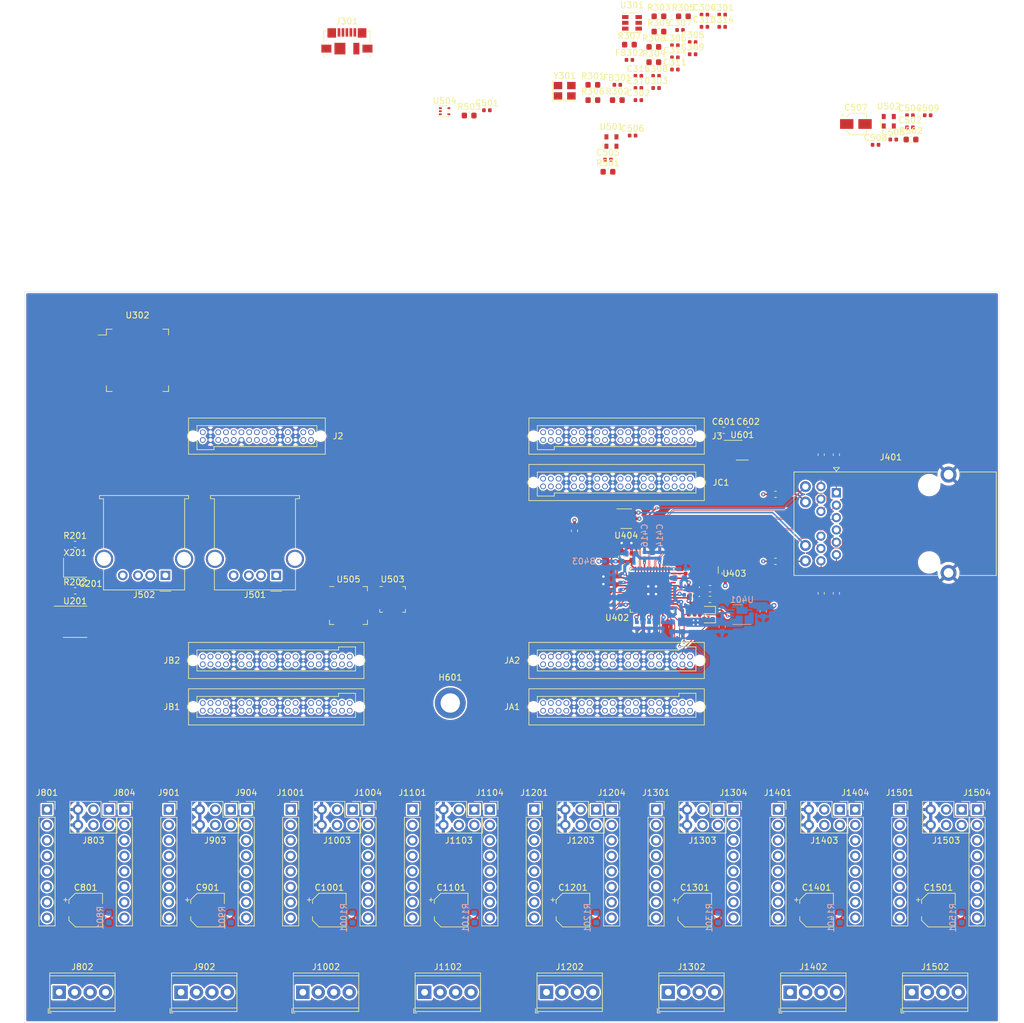
<source format=kicad_pcb>
(kicad_pcb (version 20200724) (host pcbnew "5.99.0-unknown-9b6ade6b1~102~ubuntu20.04.1")
  (title_block (title "Replicookie") (rev "1.0") (comment 1 "Designed by: Cameron McQuinn"))
  (layers (0 "F.Cu" signal) (1 "In1.Cu" signal) (2 "In2.Cu" power) (31 "B.Cu" signal) (34 "B.Paste" user) (35 "F.Paste" user) (36 "B.SilkS" user) (37 "F.SilkS" user) (38 "B.Mask" user) (39 "F.Mask" user) (44 "Edge.Cuts" user))
  (net 0 "")
  (net 1 "ZYNQ_VIN")
  (net 2 "/PGND")
  (net 3 "/TDO")
  (net 4 "/TDI")
  (net 5 "/SWDIO")
  (net 6 "/SMB_I2C7.SDA")
  (net 7 "3.3V_VIO")
  (net 8 "/TMS")
  (net 9 "/TCK")
  (net 10 "/ZYNQ_~RST")
  (net 11 "/MCU_~RST")
  (net 12 "/SWCLK")
  (net 13 "/SMB_I2C7.SCL")
  (net 14 "/SMB_I2C5.SDA")
  (net 15 "GND")
  (net 16 "BANKC_VIO")
  (net 17 "/JA.~INT1")
  (net 18 "BANKA_VIO")
  (net 19 "Net-(J2-Pad18)")
  (net 20 "/JA.~INT2")
  (net 21 "Net-(J2-Pad14)")
  (net 22 "Net-(J2-Pad12)")
  (net 23 "/JB.~INT1")
  (net 24 "/Snickerdoodle/SCL")
  (net 25 "BANKB_VIO")
  (net 26 "/Snickerdoodle/SCK")
  (net 27 "/JB.~INT2")
  (net 28 "Net-(J2-Pad4)")
  (net 29 "Net-(J2-Pad2)")
  (net 30 "/JC.~INT1")
  (net 31 "/SMB_I2C5.SCL")
  (net 32 "+3V3")
  (net 33 "/Ethernet/DVDDL")
  (net 34 "+1V8")
  (net 35 "/Ethernet/AVDDL")
  (net 36 "/Ethernet/AVDDL_PLL")
  (net 37 "/Ethernet/AVDDH")
  (net 38 "Net-(C302-Pad1)")
  (net 39 "/SMB_I2C0.SDA")
  (net 40 "Net-(C304-Pad1)")
  (net 41 "Net-(C305-Pad1)")
  (net 42 "Net-(J2-Pad13)")
  (net 43 "/Ethernet/CT4")
  (net 44 "/Ethernet/CT3")
  (net 45 "/USB/VDD33")
  (net 46 "/USB/VBUS_OUT")
  (net 47 "/Ethernet/CT2")
  (net 48 "/Ethernet/CT1")
  (net 49 "/~ETHERNET_RST")
  (net 50 "/Ethernet/TXRXC-")
  (net 51 "/Ethernet/TXRXC+")
  (net 52 "/Ethernet/TXRXB+")
  (net 53 "/Ethernet/TXRXB-")
  (net 54 "/Ethernet/TXRXD+")
  (net 55 "/Ethernet/TXRXD-")
  (net 56 "/Ethernet/TXRXA-")
  (net 57 "/Ethernet/TXRXA+")
  (net 58 "/Ethernet/LED2K")
  (net 59 "Net-(C501-Pad2)")
  (net 60 "/Ethernet/LED1K")
  (net 61 "Net-(C502-Pad2)")
  (net 62 "/MotorDrivers/Driver0/M1A")
  (net 63 "/MotorDrivers/Driver0/M1B")
  (net 64 "/MotorDrivers/Driver0/ADDR1")
  (net 65 "/DRV0_CTRL.STEP")
  (net 66 "/DRV0_CTRL.DIR")
  (net 67 "/FTDI/OSCI")
  (net 68 "/MotorDrivers/Driver1/M1A")
  (net 69 "/MotorDrivers/Driver1/M1B")
  (net 70 "/MotorDrivers/Driver1/ADDR1")
  (net 71 "/DRV1_CTRL.STEP")
  (net 72 "/DRV1_CTRL.DIR")
  (net 73 "Net-(C503-Pad1)")
  (net 74 "/MotorDrivers/Driver2/M1A")
  (net 75 "/MotorDrivers/Driver2/M1B")
  (net 76 "/MotorDrivers/Driver2/ADDR1")
  (net 77 "/DRV2_CTRL.STEP")
  (net 78 "/DRV2_CTRL.DIR")
  (net 79 "Net-(C505-Pad1)")
  (net 80 "/MotorDrivers/Driver3/M1A")
  (net 81 "/MotorDrivers/Driver3/M1B")
  (net 82 "/MotorDrivers/Driver3/ADDR1")
  (net 83 "/DRV3_CTRL.STEP")
  (net 84 "/DRV3_CTRL.DIR")
  (net 85 "/FTDI/OSCO")
  (net 86 "/MotorDrivers/Driver4/M1A")
  (net 87 "/MotorDrivers/Driver4/M1B")
  (net 88 "/MotorDrivers/Driver4/ADDR1")
  (net 89 "/DRV4_CTRL.STEP")
  (net 90 "/DRV4_CTRL.DIR")
  (net 91 "Net-(C508-Pad1)")
  (net 92 "/MotorDrivers/Driver5/M1A")
  (net 93 "/MotorDrivers/Driver5/M1B")
  (net 94 "/MotorDrivers/Driver5/ADDR1")
  (net 95 "/DRV5_CTRL.STEP")
  (net 96 "/DRV5_CTRL.DIR")
  (net 97 "Net-(C509-Pad1)")
  (net 98 "/MotorDrivers/Driver6/M1A")
  (net 99 "/MotorDrivers/Driver6/M1B")
  (net 100 "/MotorDrivers/Driver6/ADDR1")
  (net 101 "/DRV6_CTRL.STEP")
  (net 102 "/DRV6_CTRL.DIR")
  (net 103 "Net-(J301-Pad4)")
  (net 104 "/MotorDrivers/Driver7/M1A")
  (net 105 "/MotorDrivers/Driver7/M1B")
  (net 106 "/MotorDrivers/Driver7/ADDR1")
  (net 107 "/DRV7_CTRL.STEP")
  (net 108 "/DRV7_CTRL.DIR")
  (net 109 "/Ethernet/LED2A")
  (net 110 "/Ethernet/LED2")
  (net 111 "/Ethernet/LED1")
  (net 112 "/Ethernet/LED1A")
  (net 113 "Net-(J501-Pad4)")
  (net 114 "/USB/VBUS")
  (net 115 "Net-(J501-Pad1)")
  (net 116 "Net-(U201-Pad7)")
  (net 117 "Net-(U201-Pad2)")
  (net 118 "/RealTimeClock/REF_CLK")
  (net 119 "Net-(J501-Pad5)")
  (net 120 "/Ethernet/25MHZ_CLK")
  (net 121 "/USB/HUBCLK")
  (net 122 "/USB/REFCLK")
  (net 123 "Net-(J502-Pad4)")
  (net 124 "Net-(J502-Pad1)")
  (net 125 "Net-(J502-Pad5)")
  (net 126 "Net-(J1501-Pad7)")
  (net 127 "Net-(J1501-Pad1)")
  (net 128 "Net-(J1504-Pad5)")
  (net 129 "Net-(J1504-Pad3)")
  (net 130 "Net-(J801-Pad7)")
  (net 131 "Net-(J801-Pad1)")
  (net 132 "/USB.STP")
  (net 133 "Net-(J2-Pad11)")
  (net 134 "/USB/DM")
  (net 135 "/USB/DP")
  (net 136 "/USB.DATA7")
  (net 137 "/USB.DATA6")
  (net 138 "/USB.DATA5")
  (net 139 "/USB.DATA4")
  (net 140 "/USB.DATA3")
  (net 141 "/USB.DATA2")
  (net 142 "/USB.DATA1")
  (net 143 "/USB.DATA0")
  (net 144 "/USB.NXT")
  (net 145 "/USB.CLK")
  (net 146 "/USB.DIR")
  (net 147 "Net-(J2-Pad3)")
  (net 148 "/USB/HUB_CLK")
  (net 149 "Net-(J2-Pad1)")
  (net 150 "Net-(J3-Pad20)")
  (net 151 "Net-(J3-Pad18)")
  (net 152 "Net-(J3-Pad14)")
  (net 153 "/USB/SCL")
  (net 154 "Net-(J3-Pad12)")
  (net 155 "/USB/SDA")
  (net 156 "Net-(J3-Pad4)")
  (net 157 "Net-(J3-Pad2)")
  (net 158 "Net-(J3-Pad19)")
  (net 159 "Net-(J3-Pad17)")
  (net 160 "Net-(J3-Pad13)")
  (net 161 "Net-(J3-Pad11)")
  (net 162 "Net-(J3-Pad7)")
  (net 163 "Net-(J3-Pad5)")
  (net 164 "Net-(J3-Pad1)")
  (net 165 "Net-(JA1-Pad38)")
  (net 166 "Net-(JA1-Pad36)")
  (net 167 "Net-(JA1-Pad32)")
  (net 168 "Net-(JA1-Pad30)")
  (net 169 "Net-(JA1-Pad26)")
  (net 170 "Net-(JA1-Pad24)")
  (net 171 "Net-(JA1-Pad20)")
  (net 172 "+24V")
  (net 173 "Net-(J804-Pad5)")
  (net 174 "/MotorDrivers/Driver0/M2B")
  (net 175 "/MotorDrivers/Driver0/M2A")
  (net 176 "/DRV0_CTRL.~EN")
  (net 177 "/MotorDrivers/Driver0/ADDR0")
  (net 178 "Net-(J804-Pad3)")
  (net 179 "/UART0")
  (net 180 "Net-(J901-Pad7)")
  (net 181 "Net-(J901-Pad1)")
  (net 182 "/MotorDrivers/Driver1/M2B")
  (net 183 "/MotorDrivers/Driver1/M2A")
  (net 184 "/DRV1_CTRL.~EN")
  (net 185 "/MotorDrivers/Driver1/ADDR0")
  (net 186 "Net-(J904-Pad5)")
  (net 187 "Net-(J904-Pad3)")
  (net 188 "Net-(J1001-Pad7)")
  (net 189 "/MotorDrivers/Driver2/M2B")
  (net 190 "/MotorDrivers/Driver2/M2A")
  (net 191 "/DRV2_CTRL.~EN")
  (net 192 "/MotorDrivers/Driver2/ADDR0")
  (net 193 "Net-(J1001-Pad1)")
  (net 194 "Net-(J1004-Pad5)")
  (net 195 "Net-(J1004-Pad3)")
  (net 196 "/MotorDrivers/Driver3/M2B")
  (net 197 "/MotorDrivers/Driver3/M2A")
  (net 198 "/DRV3_CTRL.~EN")
  (net 199 "/MotorDrivers/Driver3/ADDR0")
  (net 200 "Net-(J1101-Pad7)")
  (net 201 "Net-(J1101-Pad1)")
  (net 202 "Net-(J1104-Pad5)")
  (net 203 "/MotorDrivers/Driver4/M2B")
  (net 204 "/MotorDrivers/Driver4/M2A")
  (net 205 "/DRV4_CTRL.~EN")
  (net 206 "/MotorDrivers/Driver4/ADDR0")
  (net 207 "Net-(J1104-Pad3)")
  (net 208 "/UART1")
  (net 209 "Net-(J1201-Pad7)")
  (net 210 "Net-(J1201-Pad1)")
  (net 211 "/MotorDrivers/Driver5/M2B")
  (net 212 "/MotorDrivers/Driver5/M2A")
  (net 213 "/DRV5_CTRL.~EN")
  (net 214 "/MotorDrivers/Driver5/ADDR0")
  (net 215 "Net-(J1204-Pad5)")
  (net 216 "Net-(J1204-Pad3)")
  (net 217 "Net-(J1301-Pad7)")
  (net 218 "/MotorDrivers/Driver6/M2B")
  (net 219 "/MotorDrivers/Driver6/M2A")
  (net 220 "/DRV6_CTRL.~EN")
  (net 221 "/MotorDrivers/Driver6/ADDR0")
  (net 222 "Net-(J1301-Pad1)")
  (net 223 "Net-(J1304-Pad5)")
  (net 224 "Net-(J1304-Pad3)")
  (net 225 "/MotorDrivers/Driver7/M2B")
  (net 226 "/MotorDrivers/Driver7/M2A")
  (net 227 "/DRV7_CTRL.~EN")
  (net 228 "/MotorDrivers/Driver7/ADDR0")
  (net 229 "Net-(J1401-Pad7)")
  (net 230 "Net-(J1401-Pad1)")
  (net 231 "Net-(JA1-Pad18)")
  (net 232 "/USB/D1P")
  (net 233 "/USB/D1N")
  (net 234 "Net-(JA1-Pad14)")
  (net 235 "Net-(JA1-Pad12)")
  (net 236 "Net-(JA1-Pad8)")
  (net 237 "/USB/D2P")
  (net 238 "/USB/D2N")
  (net 239 "Net-(JA1-Pad6)")
  (net 240 "Net-(JA1-Pad4)")
  (net 241 "Net-(J1404-Pad5)")
  (net 242 "Net-(J1404-Pad3)")
  (net 243 "Net-(JA1-Pad37)")
  (net 244 "Net-(JA1-Pad35)")
  (net 245 "Net-(JA1-Pad31)")
  (net 246 "Net-(JA1-Pad29)")
  (net 247 "Net-(JA1-Pad25)")
  (net 248 "Net-(JA1-Pad23)")
  (net 249 "Net-(JA1-Pad19)")
  (net 250 "/ETHERNET.RXD3")
  (net 251 "/ETHERNET.RX_CTL")
  (net 252 "/ETHERNET.RX_CLK")
  (net 253 "/ETHERNET.RXD0")
  (net 254 "/ETHERNET.TXD1")
  (net 255 "/ETHERNET.TXD2")
  (net 256 "Net-(JA1-Pad17)")
  (net 257 "/~USB_RST")
  (net 258 "/ETHERNET.RXD2")
  (net 259 "/ETHERNET.RXD1")
  (net 260 "/ETHERNET.TX_CTL")
  (net 261 "/ETHERNET.TXD3")
  (net 262 "/ETHERNET.TXD0")
  (net 263 "/ETHERNET.TX_CLK")
  (net 264 "/FTDI/FTDI_1V8")
  (net 265 "Net-(JA1-Pad13)")
  (net 266 "Net-(JA1-Pad11)")
  (net 267 "Net-(JA1-Pad7)")
  (net 268 "Net-(JA1-Pad5)")
  (net 269 "Net-(JA1-Pad1)")
  (net 270 "/FTDI/DP")
  (net 271 "Net-(JA2-Pad29)")
  (net 272 "Net-(JA2-Pad25)")
  (net 273 "Net-(JA2-Pad23)")
  (net 274 "Net-(JA2-Pad13)")
  (net 275 "/ETHERNET.MDIO")
  (net 276 "/ETHERNET.MDC")
  (net 277 "Net-(JA2-Pad11)")
  (net 278 "Net-(JA2-Pad7)")
  (net 279 "Net-(JA2-Pad5)")
  (net 280 "Net-(JA2-Pad1)")
  (net 281 "Net-(JB1-Pad38)")
  (net 282 "Net-(JB1-Pad36)")
  (net 283 "Net-(JB1-Pad32)")
  (net 284 "Net-(JB1-Pad30)")
  (net 285 "Net-(JB1-Pad26)")
  (net 286 "Net-(JB1-Pad24)")
  (net 287 "Net-(JB1-Pad20)")
  (net 288 "Net-(JB1-Pad18)")
  (net 289 "Net-(JB1-Pad14)")
  (net 290 "Net-(JB1-Pad12)")
  (net 291 "Net-(JB1-Pad8)")
  (net 292 "Net-(JB1-Pad6)")
  (net 293 "Net-(JB1-Pad4)")
  (net 294 "Net-(JB1-Pad37)")
  (net 295 "Net-(JB1-Pad35)")
  (net 296 "Net-(JB1-Pad31)")
  (net 297 "Net-(JB1-Pad29)")
  (net 298 "Net-(JB1-Pad25)")
  (net 299 "Net-(JB1-Pad23)")
  (net 300 "Net-(JB1-Pad19)")
  (net 301 "Net-(JB1-Pad17)")
  (net 302 "Net-(JB1-Pad13)")
  (net 303 "Net-(JB1-Pad11)")
  (net 304 "Net-(JB1-Pad7)")
  (net 305 "Net-(JB1-Pad5)")
  (net 306 "Net-(JB1-Pad1)")
  (net 307 "/SMB_I2C1.SDA")
  (net 308 "/SMB_I2C1.SCL")
  (net 309 "Net-(JB2-Pad38)")
  (net 310 "Net-(JB2-Pad36)")
  (net 311 "Net-(JB2-Pad32)")
  (net 312 "Net-(JB2-Pad30)")
  (net 313 "Net-(JB2-Pad26)")
  (net 314 "Net-(JB2-Pad24)")
  (net 315 "/SMB_I2C2.SDA")
  (net 316 "/SMB_I2C2.SCL")
  (net 317 "/SMB_I2C3.SDA")
  (net 318 "/SMB_I2C3.SCL")
  (net 319 "/SMB_I2C4.SDA")
  (net 320 "/SMB_I2C4.SCL")
  (net 321 "Net-(JB2-Pad20)")
  (net 322 "Net-(JB2-Pad18)")
  (net 323 "Net-(JB2-Pad14)")
  (net 324 "Net-(JB2-Pad12)")
  (net 325 "Net-(JB2-Pad8)")
  (net 326 "Net-(JB2-Pad6)")
  (net 327 "Net-(JB2-Pad4)")
  (net 328 "Net-(JB2-Pad37)")
  (net 329 "Net-(JB2-Pad35)")
  (net 330 "Net-(JB2-Pad31)")
  (net 331 "Net-(JB2-Pad29)")
  (net 332 "Net-(JB2-Pad25)")
  (net 333 "Net-(JB2-Pad23)")
  (net 334 "Net-(JB2-Pad19)")
  (net 335 "Net-(JB2-Pad17)")
  (net 336 "Net-(JB2-Pad13)")
  (net 337 "Net-(JB2-Pad11)")
  (net 338 "Net-(JB2-Pad7)")
  (net 339 "Net-(JB2-Pad5)")
  (net 340 "Net-(JB2-Pad1)")
  (net 341 "Net-(JC1-Pad38)")
  (net 342 "Net-(JC1-Pad36)")
  (net 343 "Net-(JC1-Pad32)")
  (net 344 "Net-(JC1-Pad30)")
  (net 345 "Net-(JC1-Pad26)")
  (net 346 "Net-(JC1-Pad24)")
  (net 347 "Net-(JC1-Pad20)")
  (net 348 "Net-(JC1-Pad18)")
  (net 349 "Net-(JC1-Pad14)")
  (net 350 "Net-(JC1-Pad12)")
  (net 351 "Net-(JC1-Pad8)")
  (net 352 "Net-(JC1-Pad6)")
  (net 353 "Net-(JC1-Pad4)")
  (net 354 "Net-(R305-Pad1)")
  (net 355 "Net-(R306-Pad2)")
  (net 356 "Net-(R308-Pad2)")
  (net 357 "/Ethernet/LED_MODE")
  (net 358 "/Ethernet/~INT~{slash}~PME2")
  (net 359 "Net-(R501-Pad1)")
  (net 360 "Net-(R503-Pad1)")
  (net 361 "Net-(U401-Pad3)")
  (net 362 "Net-(JC1-Pad37)")
  (net 363 "Net-(JC1-Pad35)")
  (net 364 "Net-(JC1-Pad31)")
  (net 365 "Net-(JC1-Pad29)")
  (net 366 "Net-(U503-Pad20)")
  (net 367 "/Ethernet/~ENET_RST")
  (net 368 "Net-(U505-Pad36)")
  (net 369 "Net-(U505-Pad32)")
  (net 370 "Net-(U505-Pad29)")
  (net 371 "Net-(U505-Pad28)")
  (net 372 "Net-(U505-Pad25)")
  (net 373 "Net-(U505-Pad23)")
  (net 374 "Net-(U505-Pad21)")
  (net 375 "Net-(U505-Pad20)")
  (net 376 "Net-(U505-Pad19)")
  (net 377 "Net-(U505-Pad18)")
  (net 378 "Net-(U505-Pad17)")
  (net 379 "/ZYNQ_I2C.SCL")
  (net 380 "Net-(U201-Pad3)")
  (net 381 "Net-(U505-Pad16)")
  (net 382 "Net-(U505-Pad15)")
  (net 383 "/Ethernet/CFF")
  (net 384 "Net-(U505-Pad13)")
  (net 385 "Net-(U505-Pad12)")
  (net 386 "Net-(U505-Pad11)")
  (net 387 "Net-(U505-Pad10)")
  (net 388 "Net-(U505-Pad9)")
  (net 389 "Net-(U505-Pad8)")
  (net 390 "/FTDI/DM")
  (net 391 "/FTDI/VBUS")
  (net 392 "/SMB_I2C0.SCL")
  (net 393 "Net-(JA2-Pad19)")
  (net 394 "/FTDI/EECLK")
  (net 395 "/FTDI/EEDO")
  (net 396 "/FTDI/EEDATA")
  (net 397 "/FTDI/EECS")
  (net 398 "Net-(U505-Pad7)")
  (net 399 "Net-(U505-Pad6)")
  (net 400 "Net-(R307-Pad1)")
  (net 401 "Net-(U505-Pad5)")
  (net 402 "Net-(U302-Pad60)")
  (net 403 "Net-(U302-Pad58)")
  (net 404 "Net-(U302-Pad57)")
  (net 405 "Net-(U302-Pad55)")
  (net 406 "Net-(U302-Pad54)")
  (net 407 "Net-(U302-Pad53)")
  (net 408 "Net-(U302-Pad52)")
  (net 409 "Net-(U302-Pad48)")
  (net 410 "Net-(U302-Pad46)")
  (net 411 "Net-(U302-Pad45)")
  (net 412 "Net-(U302-Pad44)")
  (net 413 "Net-(U302-Pad43)")
  (net 414 "Net-(U302-Pad41)")
  (net 415 "Net-(U302-Pad36)")
  (net 416 "Net-(U302-Pad34)")
  (net 417 "Net-(U302-Pad33)")
  (net 418 "Net-(U302-Pad32)")
  (net 419 "Net-(U302-Pad30)")
  (net 420 "Net-(U302-Pad29)")
  (net 421 "Net-(U302-Pad28)")
  (net 422 "Net-(U302-Pad27)")
  (net 423 "Net-(U302-Pad26)")
  (net 424 "Net-(U302-Pad24)")
  (net 425 "Net-(U302-Pad23)")
  (net 426 "Net-(U302-Pad22)")
  (net 427 "/Ethernet/ISET")
  (net 428 "/ZYNQ_I2C.SDA")
  (net 429 "Net-(JA2-Pad31)")
  (net 430 "Net-(U601-Pad5)")
  (net 431 "/Snickerdoodle/SDA")
  (net 432 "Net-(JC1-Pad25)")
  (net 433 "Net-(JC1-Pad23)")
  (net 434 "Net-(JC1-Pad19)")
  (net 435 "Net-(JC1-Pad17)")
  (net 436 "Net-(JC1-Pad13)")
  (net 437 "Net-(JC1-Pad11)")
  (net 438 "Net-(JC1-Pad7)")
  (net 439 "Net-(JC1-Pad5)")
  (net 440 "Net-(JC1-Pad1)")
  (net 441 "Net-(U402-Pad47)")
  (net 442 "Net-(U402-Pad45)")
  (net 443 "Net-(U402-Pad43)")
  (net 444 "Net-(U402-Pad13)")
  (net 445 "Net-(JA2-Pad17)")
  (net 446 "/USB/~HUB_RESET")
  (module "Connector_PinSocket_2.54mm:PinSocket_1x08_P2.54mm_Vertical" (layer "F.Cu") (at 256.35 165)
    (fp_text reference "J1304" (at 0 -2.77) (layer "F.SilkS"))
    (fp_text value "Conn_01x08_Female")
    (pad "1" thru_hole rect (at 0 0) (size 1.7 1.7) (drill 1) (layers *.Cu *.Mask) (net 96 "/DRV5_CTRL.DIR"))
    (pad "2" thru_hole oval (at 0 2.54) (size 1.7 1.7) (drill 1) (layers *.Cu *.Mask) (net 95 "/DRV5_CTRL.STEP"))
    (pad "3" thru_hole oval (at 0 5.08) (size 1.7 1.7) (drill 1) (layers *.Cu *.Mask) (net 224 "Net-(J1304-Pad3)"))
    (pad "4" thru_hole oval (at 0 7.62) (size 1.7 1.7) (drill 1) (layers *.Cu *.Mask) (net 208 "/UART1"))
    (pad "5" thru_hole oval (at 0 10.16) (size 1.7 1.7) (drill 1) (layers *.Cu *.Mask) (net 223 "Net-(J1304-Pad5)"))
    (pad "6" thru_hole oval (at 0 12.7) (size 1.7 1.7) (drill 1) (layers *.Cu *.Mask) (net 94 "/MotorDrivers/Driver5/ADDR1"))
    (pad "7" thru_hole oval (at 0 15.24) (size 1.7 1.7) (drill 1) (layers *.Cu *.Mask) (net 214 "/MotorDrivers/Driver5/ADDR0"))
    (pad "8" thru_hole oval (at 0 17.78) (size 1.7 1.7) (drill 1) (layers *.Cu *.Mask) (net 213 "/DRV5_CTRL.~EN"))
  )
  (module "Capacitor_SMD:C_0603_1608Metric" (layer "F.Cu") (at 258.75 102.75)
    (fp_text reference "C602" (at 0 -1.43) (layer "F.SilkS"))
    (fp_text value "0.1u")
    (pad "1" smd roundrect (at -0.7875 0) (size 0.875 0.95) (layers "F.Cu" "F.Paste" "F.Mask") (net 15 "GND"))
    (pad "2" smd roundrect (at 0.7875 0) (size 0.875 0.95) (layers "F.Cu" "F.Paste" "F.Mask") (net 32 "+3V3"))
  )
  (module "Capacitor_SMD:CP_Elec_5x3" (layer "F.Cu") (at 210 181.51)
    (fp_text reference "C1101" (at 0 -3.7) (layer "F.SilkS"))
    (fp_text value "100u 35V")
    (pad "1" smd roundrect (at -2.2 0) (size 3 1.6) (layers "F.Cu" "F.Paste" "F.Mask") (roundrect_rratio 0.15625) (net 172 "+24V"))
    (pad "2" smd roundrect (at 2.2 0) (size 3 1.6) (layers "F.Cu" "F.Paste" "F.Mask") (roundrect_rratio 0.15625) (net 15 "GND"))
  )
  (module "Connector_PinSocket_2.54mm:PinSocket_1x08_P2.54mm_Vertical" (layer "F.Cu") (at 183.65 165)
    (fp_text reference "J1001" (at 0 -2.77) (layer "F.SilkS"))
    (fp_text value "Conn_01x08_Female")
    (pad "1" thru_hole rect (at 0 0) (size 1.7 1.7) (drill 1) (layers *.Cu *.Mask) (net 193 "Net-(J1001-Pad1)"))
    (pad "2" thru_hole oval (at 0 2.54) (size 1.7 1.7) (drill 1) (layers *.Cu *.Mask) (net 32 "+3V3"))
    (pad "3" thru_hole oval (at 0 5.08) (size 1.7 1.7) (drill 1) (layers *.Cu *.Mask) (net 75 "/MotorDrivers/Driver2/M1B"))
    (pad "4" thru_hole oval (at 0 7.62) (size 1.7 1.7) (drill 1) (layers *.Cu *.Mask) (net 74 "/MotorDrivers/Driver2/M1A"))
    (pad "5" thru_hole oval (at 0 10.16) (size 1.7 1.7) (drill 1) (layers *.Cu *.Mask) (net 190 "/MotorDrivers/Driver2/M2A"))
    (pad "6" thru_hole oval (at 0 12.7) (size 1.7 1.7) (drill 1) (layers *.Cu *.Mask) (net 189 "/MotorDrivers/Driver2/M2B"))
    (pad "7" thru_hole oval (at 0 15.24) (size 1.7 1.7) (drill 1) (layers *.Cu *.Mask) (net 188 "Net-(J1001-Pad7)"))
    (pad "8" thru_hole oval (at 0 17.78) (size 1.7 1.7) (drill 1) (layers *.Cu *.Mask) (net 172 "+24V"))
  )
  (module "Oscillator:Oscillator_SMD_Abracon_ASDMB-4Pin_2.5x2.0mm" (layer "F.Cu") (at 281.85 52)
    (fp_text reference "U502" (at 0 -2.45) (layer "F.SilkS"))
    (fp_text value "ASDMB-26.000MHz-C")
    (pad "1" smd rect (at -0.825 0.775) (size 0.65 0.85) (layers "F.Cu" "F.Paste" "F.Mask") (net 34 "+1V8"))
    (pad "2" smd rect (at 0.825 0.775) (size 0.65 0.85) (layers "F.Cu" "F.Paste" "F.Mask") (net 61 "Net-(C502-Pad2)"))
    (pad "3" smd rect (at 0.825 -0.775) (size 0.65 0.85) (layers "F.Cu" "F.Paste" "F.Mask") (net 122 "/USB/REFCLK"))
    (pad "4" smd rect (at -0.825 -0.775) (size 0.65 0.85) (layers "F.Cu" "F.Paste" "F.Mask") (net 34 "+1V8"))
  )
  (module "Connector_Samtec_TFM:Samtec_TFM-120-01-F-D-A_2x20_P1.27mm_Horizontal" (layer "F.Cu") (at 169.22 148.78)
    (fp_text reference "JB1" (at -5.08 -0.635) (layer "F.SilkS"))
    (fp_text value "TFM-120-01-F-D-A")
    (pad "" np_thru_hole circle (at -1.59 -0.635) (size 1.42 1.42) (drill 1.42) (layers *.Cu *.Mask))
    (pad "" np_thru_hole circle (at 25.72 -0.635) (size 1.42 1.42) (drill 1.42) (layers *.Cu *.Mask))
    (pad "1" thru_hole circle (at 0 0) (size 0.935 0.935) (drill 0.635) (layers *.Cu *.Mask) (net 306 "Net-(JB1-Pad1)"))
    (pad "2" thru_hole circle (at 0 -1.27) (size 0.935 0.935) (drill 0.635) (layers *.Cu *.Mask) (net 23 "/JB.~INT1"))
    (pad "3" thru_hole circle (at 1.27 0) (size 0.935 0.935) (drill 0.635) (layers *.Cu *.Mask) (net 25 "BANKB_VIO"))
    (pad "4" thru_hole circle (at 1.27 -1.27) (size 0.935 0.935) (drill 0.635) (layers *.Cu *.Mask) (net 293 "Net-(JB1-Pad4)"))
    (pad "5" thru_hole circle (at 2.54 0) (size 0.935 0.935) (drill 0.635) (layers *.Cu *.Mask) (net 305 "Net-(JB1-Pad5)"))
    (pad "6" thru_hole circle (at 2.54 -1.27) (size 0.935 0.935) (drill 0.635) (layers *.Cu *.Mask) (net 292 "Net-(JB1-Pad6)"))
    (pad "7" thru_hole circle (at 3.81 0) (size 0.935 0.935) (drill 0.635) (layers *.Cu *.Mask) (net 304 "Net-(JB1-Pad7)"))
    (pad "8" thru_hole circle (at 3.81 -1.27) (size 0.935 0.935) (drill 0.635) (layers *.Cu *.Mask) (net 291 "Net-(JB1-Pad8)"))
    (pad "9" thru_hole circle (at 5.08 0) (size 0.935 0.935) (drill 0.635) (layers *.Cu *.Mask) (net 15 "GND"))
    (pad "10" thru_hole circle (at 5.08 -1.27) (size 0.935 0.935) (drill 0.635) (layers *.Cu *.Mask) (net 15 "GND"))
    (pad "11" thru_hole circle (at 6.35 0) (size 0.935 0.935) (drill 0.635) (layers *.Cu *.Mask) (net 303 "Net-(JB1-Pad11)"))
    (pad "12" thru_hole circle (at 6.35 -1.27) (size 0.935 0.935) (drill 0.635) (layers *.Cu *.Mask) (net 290 "Net-(JB1-Pad12)"))
    (pad "13" thru_hole circle (at 7.62 0) (size 0.935 0.935) (drill 0.635) (layers *.Cu *.Mask) (net 302 "Net-(JB1-Pad13)"))
    (pad "14" thru_hole circle (at 7.62 -1.27) (size 0.935 0.935) (drill 0.635) (layers *.Cu *.Mask) (net 289 "Net-(JB1-Pad14)"))
    (pad "15" thru_hole circle (at 8.89 0) (size 0.935 0.935) (drill 0.635) (layers *.Cu *.Mask) (net 15 "GND"))
    (pad "16" thru_hole circle (at 8.89 -1.27) (size 0.935 0.935) (drill 0.635) (layers *.Cu *.Mask) (net 15 "GND"))
    (pad "17" thru_hole circle (at 10.16 0) (size 0.935 0.935) (drill 0.635) (layers *.Cu *.Mask) (net 301 "Net-(JB1-Pad17)"))
    (pad "18" thru_hole circle (at 10.16 -1.27) (size 0.935 0.935) (drill 0.635) (layers *.Cu *.Mask) (net 288 "Net-(JB1-Pad18)"))
    (pad "19" thru_hole circle (at 11.43 0) (size 0.935 0.935) (drill 0.635) (layers *.Cu *.Mask) (net 300 "Net-(JB1-Pad19)"))
    (pad "20" thru_hole circle (at 11.43 -1.27) (size 0.935 0.935) (drill 0.635) (layers *.Cu *.Mask) (net 287 "Net-(JB1-Pad20)"))
    (pad "21" thru_hole circle (at 12.7 0) (size 0.935 0.935) (drill 0.635) (layers *.Cu *.Mask) (net 15 "GND"))
    (pad "22" thru_hole circle (at 12.7 -1.27) (size 0.935 0.935) (drill 0.635) (layers *.Cu *.Mask) (net 15 "GND"))
    (pad "23" thru_hole circle (at 13.97 0) (size 0.935 0.935) (drill 0.635) (layers *.Cu *.Mask) (net 299 "Net-(JB1-Pad23)"))
    (pad "24" thru_hole circle (at 13.97 -1.27) (size 0.935 0.935) (drill 0.635) (layers *.Cu *.Mask) (net 286 "Net-(JB1-Pad24)"))
    (pad "25" thru_hole circle (at 15.24 0) (size 0.935 0.935) (drill 0.635) (layers *.Cu *.Mask) (net 298 "Net-(JB1-Pad25)"))
    (pad "26" thru_hole circle (at 15.24 -1.27) (size 0.935 0.935) (drill 0.635) (layers *.Cu *.Mask) (net 285 "Net-(JB1-Pad26)"))
    (pad "27" thru_hole circle (at 16.51 0) (size 0.935 0.935) (drill 0.635) (layers *.Cu *.Mask) (net 15 "GND"))
    (pad "28" thru_hole circle (at 16.51 -1.27) (size 0.935 0.935) (drill 0.635) (layers *.Cu *.Mask) (net 15 "GND"))
    (pad "29" thru_hole circle (at 17.78 0) (size 0.935 0.935) (drill 0.635) (layers *.Cu *.Mask) (net 297 "Net-(JB1-Pad29)"))
    (pad "30" thru_hole circle (at 17.78 -1.27) (size 0.935 0.935) (drill 0.635) (layers *.Cu *.Mask) (net 284 "Net-(JB1-Pad30)"))
    (pad "31" thru_hole circle (at 19.05 0) (size 0.935 0.935) (drill 0.635) (layers *.Cu *.Mask) (net 296 "Net-(JB1-Pad31)"))
    (pad "32" thru_hole circle (at 19.05 -1.27) (size 0.935 0.935) (drill 0.635) (layers *.Cu *.Mask) (net 283 "Net-(JB1-Pad32)"))
    (pad "33" thru_hole circle (at 20.32 0) (size 0.935 0.935) (drill 0.635) (layers *.Cu *.Mask) (net 15 "GND"))
    (pad "34" thru_hole circle (at 20.32 -1.27) (size 0.935 0.935) (drill 0.635) (layers *.Cu *.Mask) (net 15 "GND"))
    (pad "35" thru_hole circle (at 21.59 0) (size 0.935 0.935) (drill 0.635) (layers *.Cu *.Mask) (net 295 "Net-(JB1-Pad35)"))
    (pad "36" thru_hole circle (at 21.59 -1.27) (size 0.935 0.935) (drill 0.635) (layers *.Cu *.Mask) (net 282 "Net-(JB1-Pad36)"))
    (pad "37" thru_hole circle (at 22.86 0) (size 0.935 0.935) (drill 0.635) (layers *.Cu *.Mask) (net 294 "Net-(JB1-Pad37)"))
    (pad "38" thru_hole circle (at 22.86 -1.27) (size 0.935 0.935) (drill 0.635) (layers *.Cu *.Mask) (net 281 "Net-(JB1-Pad38)"))
    (pad "39" thru_hole circle (at 24.13 0) (size 0.935 0.935) (drill 0.635) (layers *.Cu *.Mask) (net 316 "/SMB_I2C2.SCL"))
    (pad "40" thru_hole circle (at 24.13 -1.27) (size 0.935 0.935) (drill 0.635) (layers *.Cu *.Mask) (net 315 "/SMB_I2C2.SDA"))
  )
  (module "Oscillator:Oscillator_SMD_Abracon_ASDMB-4Pin_2.5x2.0mm" (layer "F.Cu") (at 252.5 126.25 180)
    (fp_text reference "U403" (at -4 0) (layer "F.SilkS"))
    (fp_text value "ASDMB-25.000MHz")
    (pad "1" smd rect (at -0.825 0.775 180) (size 0.65 0.85) (layers "F.Cu" "F.Paste" "F.Mask") (net 32 "+3V3"))
    (pad "2" smd rect (at 0.825 0.775 180) (size 0.65 0.85) (layers "F.Cu" "F.Paste" "F.Mask") (net 15 "GND"))
    (pad "3" smd rect (at 0.825 -0.775 180) (size 0.65 0.85) (layers "F.Cu" "F.Paste" "F.Mask") (net 120 "/Ethernet/25MHZ_CLK"))
    (pad "4" smd rect (at -0.825 -0.775 180) (size 0.65 0.85) (layers "F.Cu" "F.Paste" "F.Mask") (net 32 "+3V3"))
  )
  (module "Capacitor_SMD:C_0402_1005Metric" (layer "F.Cu") (at 240.74 44.55)
    (fp_text reference "C315" (at 0 -1.17) (layer "F.SilkS"))
    (fp_text value "0.1u")
    (pad "1" smd roundrect (at -0.485 0) (size 0.59 0.64) (layers "F.Cu" "F.Paste" "F.Mask") (net 264 "/FTDI/FTDI_1V8"))
    (pad "2" smd roundrect (at 0.485 0) (size 0.59 0.64) (layers "F.Cu" "F.Paste" "F.Mask") (net 15 "GND"))
  )
  (module "Resistor_SMD:R_0603_1608Metric" (layer "F.Cu") (at 248.13 34.77)
    (fp_text reference "R305" (at 0 -1.43) (layer "F.SilkS"))
    (fp_text value "12k")
    (pad "1" smd roundrect (at -0.7875 0) (size 0.875 0.95) (layers "F.Cu" "F.Paste" "F.Mask") (net 354 "Net-(R305-Pad1)"))
    (pad "2" smd roundrect (at 0.7875 0) (size 0.875 0.95) (layers "F.Cu" "F.Paste" "F.Mask") (net 15 "GND"))
  )
  (module "Resistor_SMD:R_0603_1608Metric" (layer "F.Cu") (at 233.27 46.02)
    (fp_text reference "R301" (at 0 -1.43) (layer "F.SilkS"))
    (fp_text value "10k")
    (pad "1" smd roundrect (at -0.7875 0) (size 0.875 0.95) (layers "F.Cu" "F.Paste" "F.Mask") (net 32 "+3V3"))
    (pad "2" smd roundrect (at 0.7875 0) (size 0.875 0.95) (layers "F.Cu" "F.Paste" "F.Mask") (net 394 "/FTDI/EECLK"))
  )
  (module "Capacitor_SMD:C_0402_1005Metric" (layer "F.Cu") (at 285.33 51.02)
    (fp_text reference "C504" (at 0 -1.17) (layer "F.SilkS"))
    (fp_text value "0.1u")
    (pad "1" smd roundrect (at -0.485 0) (size 0.59 0.64) (layers "F.Cu" "F.Paste" "F.Mask") (net 73 "Net-(C503-Pad1)"))
    (pad "2" smd roundrect (at 0.485 0) (size 0.59 0.64) (layers "F.Cu" "F.Paste" "F.Mask") (net 15 "GND"))
  )
  (module "Connector_Samtec_TFM:Samtec_TFM-120-01-F-D-A_2x20_P1.27mm_Horizontal" (layer "F.Cu") (at 169.22 141.16)
    (fp_text reference "JB2" (at -5.08 -0.635) (layer "F.SilkS"))
    (fp_text value "TFM-120-01-F-D-A")
    (pad "" np_thru_hole circle (at 25.72 -0.635) (size 1.42 1.42) (drill 1.42) (layers *.Cu *.Mask))
    (pad "" np_thru_hole circle (at -1.59 -0.635) (size 1.42 1.42) (drill 1.42) (layers *.Cu *.Mask))
    (pad "1" thru_hole circle (at 0 0) (size 0.935 0.935) (drill 0.635) (layers *.Cu *.Mask) (net 340 "Net-(JB2-Pad1)"))
    (pad "2" thru_hole circle (at 0 -1.27) (size 0.935 0.935) (drill 0.635) (layers *.Cu *.Mask) (net 27 "/JB.~INT2"))
    (pad "3" thru_hole circle (at 1.27 0) (size 0.935 0.935) (drill 0.635) (layers *.Cu *.Mask) (net 25 "BANKB_VIO"))
    (pad "4" thru_hole circle (at 1.27 -1.27) (size 0.935 0.935) (drill 0.635) (layers *.Cu *.Mask) (net 327 "Net-(JB2-Pad4)"))
    (pad "5" thru_hole circle (at 2.54 0) (size 0.935 0.935) (drill 0.635) (layers *.Cu *.Mask) (net 339 "Net-(JB2-Pad5)"))
    (pad "6" thru_hole circle (at 2.54 -1.27) (size 0.935 0.935) (drill 0.635) (layers *.Cu *.Mask) (net 326 "Net-(JB2-Pad6)"))
    (pad "7" thru_hole circle (at 3.81 0) (size 0.935 0.935) (drill 0.635) (layers *.Cu *.Mask) (net 338 "Net-(JB2-Pad7)"))
    (pad "8" thru_hole circle (at 3.81 -1.27) (size 0.935 0.935) (drill 0.635) (layers *.Cu *.Mask) (net 325 "Net-(JB2-Pad8)"))
    (pad "9" thru_hole circle (at 5.08 0) (size 0.935 0.935) (drill 0.635) (layers *.Cu *.Mask) (net 15 "GND"))
    (pad "10" thru_hole circle (at 5.08 -1.27) (size 0.935 0.935) (drill 0.635) (layers *.Cu *.Mask) (net 15 "GND"))
    (pad "11" thru_hole circle (at 6.35 0) (size 0.935 0.935) (drill 0.635) (layers *.Cu *.Mask) (net 337 "Net-(JB2-Pad11)"))
    (pad "12" thru_hole circle (at 6.35 -1.27) (size 0.935 0.935) (drill 0.635) (layers *.Cu *.Mask) (net 324 "Net-(JB2-Pad12)"))
    (pad "13" thru_hole circle (at 7.62 0) (size 0.935 0.935) (drill 0.635) (layers *.Cu *.Mask) (net 336 "Net-(JB2-Pad13)"))
    (pad "14" thru_hole circle (at 7.62 -1.27) (size 0.935 0.935) (drill 0.635) (layers *.Cu *.Mask) (net 323 "Net-(JB2-Pad14)"))
    (pad "15" thru_hole circle (at 8.89 0) (size 0.935 0.935) (drill 0.635) (layers *.Cu *.Mask) (net 15 "GND"))
    (pad "16" thru_hole circle (at 8.89 -1.27) (size 0.935 0.935) (drill 0.635) (layers *.Cu *.Mask) (net 15 "GND"))
    (pad "17" thru_hole circle (at 10.16 0) (size 0.935 0.935) (drill 0.635) (layers *.Cu *.Mask) (net 335 "Net-(JB2-Pad17)"))
    (pad "18" thru_hole circle (at 10.16 -1.27) (size 0.935 0.935) (drill 0.635) (layers *.Cu *.Mask) (net 322 "Net-(JB2-Pad18)"))
    (pad "19" thru_hole circle (at 11.43 0) (size 0.935 0.935) (drill 0.635) (layers *.Cu *.Mask) (net 334 "Net-(JB2-Pad19)"))
    (pad "20" thru_hole circle (at 11.43 -1.27) (size 0.935 0.935) (drill 0.635) (layers *.Cu *.Mask) (net 321 "Net-(JB2-Pad20)"))
    (pad "21" thru_hole circle (at 12.7 0) (size 0.935 0.935) (drill 0.635) (layers *.Cu *.Mask) (net 15 "GND"))
    (pad "22" thru_hole circle (at 12.7 -1.27) (size 0.935 0.935) (drill 0.635) (layers *.Cu *.Mask) (net 15 "GND"))
    (pad "23" thru_hole circle (at 13.97 0) (size 0.935 0.935) (drill 0.635) (layers *.Cu *.Mask) (net 333 "Net-(JB2-Pad23)"))
    (pad "24" thru_hole circle (at 13.97 -1.27) (size 0.935 0.935) (drill 0.635) (layers *.Cu *.Mask) (net 314 "Net-(JB2-Pad24)"))
    (pad "25" thru_hole circle (at 15.24 0) (size 0.935 0.935) (drill 0.635) (layers *.Cu *.Mask) (net 332 "Net-(JB2-Pad25)"))
    (pad "26" thru_hole circle (at 15.24 -1.27) (size 0.935 0.935) (drill 0.635) (layers *.Cu *.Mask) (net 313 "Net-(JB2-Pad26)"))
    (pad "27" thru_hole circle (at 16.51 0) (size 0.935 0.935) (drill 0.635) (layers *.Cu *.Mask) (net 15 "GND"))
    (pad "28" thru_hole circle (at 16.51 -1.27) (size 0.935 0.935) (drill 0.635) (layers *.Cu *.Mask) (net 15 "GND"))
    (pad "29" thru_hole circle (at 17.78 0) (size 0.935 0.935) (drill 0.635) (layers *.Cu *.Mask) (net 331 "Net-(JB2-Pad29)"))
    (pad "30" thru_hole circle (at 17.78 -1.27) (size 0.935 0.935) (drill 0.635) (layers *.Cu *.Mask) (net 312 "Net-(JB2-Pad30)"))
    (pad "31" thru_hole circle (at 19.05 0) (size 0.935 0.935) (drill 0.635) (layers *.Cu *.Mask) (net 330 "Net-(JB2-Pad31)"))
    (pad "32" thru_hole circle (at 19.05 -1.27) (size 0.935 0.935) (drill 0.635) (layers *.Cu *.Mask) (net 311 "Net-(JB2-Pad32)"))
    (pad "33" thru_hole circle (at 20.32 0) (size 0.935 0.935) (drill 0.635) (layers *.Cu *.Mask) (net 15 "GND"))
    (pad "34" thru_hole circle (at 20.32 -1.27) (size 0.935 0.935) (drill 0.635) (layers *.Cu *.Mask) (net 15 "GND"))
    (pad "35" thru_hole circle (at 21.59 0) (size 0.935 0.935) (drill 0.635) (layers *.Cu *.Mask) (net 329 "Net-(JB2-Pad35)"))
    (pad "36" thru_hole circle (at 21.59 -1.27) (size 0.935 0.935) (drill 0.635) (layers *.Cu *.Mask) (net 310 "Net-(JB2-Pad36)"))
    (pad "37" thru_hole circle (at 22.86 0) (size 0.935 0.935) (drill 0.635) (layers *.Cu *.Mask) (net 328 "Net-(JB2-Pad37)"))
    (pad "38" thru_hole circle (at 22.86 -1.27) (size 0.935 0.935) (drill 0.635) (layers *.Cu *.Mask) (net 309 "Net-(JB2-Pad38)"))
    (pad "39" thru_hole circle (at 24.13 0) (size 0.935 0.935) (drill 0.635) (layers *.Cu *.Mask) (net 318 "/SMB_I2C3.SCL"))
    (pad "40" thru_hole circle (at 24.13 -1.27) (size 0.935 0.935) (drill 0.635) (layers *.Cu *.Mask) (net 317 "/SMB_I2C3.SDA"))
  )
  (module "Snickerdoodle:Snickerdoodle_Mounting_Hole" (layer "F.Cu") (at 209.86 147.51)
    (fp_text reference "H601" (at 0 -4.2) (layer "F.SilkS"))
    (fp_text value "MountingHole")
    (pad "1" thru_hole circle (at 0 0) (size 5.08 5.08) (drill 3.175) (layers *.Cu *.Mask))
  )
  (module "Capacitor_SMD:C_0402_1005Metric" (layer "F.Cu") (at 150.805 129.095)
    (fp_text reference "C201" (at 0 -1.17) (layer "F.SilkS"))
    (fp_text value "0.01u")
    (pad "1" smd roundrect (at -0.485 0) (size 0.59 0.64) (layers "F.Cu" "F.Paste" "F.Mask") (net 32 "+3V3"))
    (pad "2" smd roundrect (at 0.485 0) (size 0.59 0.64) (layers "F.Cu" "F.Paste" "F.Mask") (net 15 "GND"))
  )
  (module "Resistor_SMD:R_0603_1608Metric" (layer "F.Cu") (at 263.25 113.25 180)
    (fp_text reference "R408" hide)
    (fp_text value "75")
    (pad "1" smd roundrect (at -0.7875 0 180) (size 0.875 0.95) (layers "F.Cu" "F.Paste" "F.Mask") (net 109 "/Ethernet/LED2A"))
    (pad "2" smd roundrect (at 0.7875 0 180) (size 0.875 0.95) (layers "F.Cu" "F.Paste" "F.Mask") (net 32 "+3V3"))
  )
  (module "Capacitor_SMD:C_0603_1608Metric" (layer "F.Cu") (at 270.75 129.5 -90)
    (fp_text reference "C428" hide)
    (fp_text value "0.1u")
    (pad "1" smd roundrect (at -0.7875 0 270) (size 0.875 0.95) (layers "F.Cu" "F.Paste" "F.Mask") (net 48 "/Ethernet/CT1"))
    (pad "2" smd roundrect (at 0.7875 0 270) (size 0.875 0.95) (layers "F.Cu" "F.Paste" "F.Mask") (net 15 "GND"))
  )
  (module "Capacitor_SMD:C_0402_1005Metric" (layer "F.Cu") (at 249.5 128.5)
    (fp_text reference "C417" hide)
    (fp_text value "0.1u")
    (pad "1" smd roundrect (at -0.485 0) (size 0.59 0.64) (layers "F.Cu" "F.Paste" "F.Mask") (net 36 "/Ethernet/AVDDL_PLL"))
    (pad "2" smd roundrect (at 0.485 0) (size 0.59 0.64) (layers "F.Cu" "F.Paste" "F.Mask") (net 15 "GND"))
  )
  (module "TerminalBlock_Phoenix:TerminalBlock_Phoenix_MPT-0,5-4-2.54_1x04_P2.54mm_Horizontal" (layer "F.Cu") (at 165.65 195)
    (fp_text reference "J902" (at 3.81 -4.16) (layer "F.SilkS"))
    (fp_text value "Screw_Terminal_01x04")
    (pad "1" thru_hole rect (at 0 0) (size 2.2 2.2) (drill 1.1) (layers *.Cu *.Mask) (net 69 "/MotorDrivers/Driver1/M1B"))
    (pad "2" thru_hole circle (at 2.54 0) (size 2.2 2.2) (drill 1.1) (layers *.Cu *.Mask) (net 68 "/MotorDrivers/Driver1/M1A"))
    (pad "3" thru_hole circle (at 5.08 0) (size 2.2 2.2) (drill 1.1) (layers *.Cu *.Mask) (net 183 "/MotorDrivers/Driver1/M2A"))
    (pad "4" thru_hole circle (at 7.62 0) (size 2.2 2.2) (drill 1.1) (layers *.Cu *.Mask) (net 182 "/MotorDrivers/Driver1/M2B"))
  )
  (module "Connector_PinSocket_2.54mm:PinSocket_1x08_P2.54mm_Vertical" (layer "F.Cu") (at 196.35 165)
    (fp_text reference "J1004" (at 0 -2.77) (layer "F.SilkS"))
    (fp_text value "Conn_01x08_Female")
    (pad "1" thru_hole rect (at 0 0) (size 1.7 1.7) (drill 1) (layers *.Cu *.Mask) (net 78 "/DRV2_CTRL.DIR"))
    (pad "2" thru_hole oval (at 0 2.54) (size 1.7 1.7) (drill 1) (layers *.Cu *.Mask) (net 77 "/DRV2_CTRL.STEP"))
    (pad "3" thru_hole oval (at 0 5.08) (size 1.7 1.7) (drill 1) (layers *.Cu *.Mask) (net 195 "Net-(J1004-Pad3)"))
    (pad "4" thru_hole oval (at 0 7.62) (size 1.7 1.7) (drill 1) (layers *.Cu *.Mask) (net 179 "/UART0"))
    (pad "5" thru_hole oval (at 0 10.16) (size 1.7 1.7) (drill 1) (layers *.Cu *.Mask) (net 194 "Net-(J1004-Pad5)"))
    (pad "6" thru_hole oval (at 0 12.7) (size 1.7 1.7) (drill 1) (layers *.Cu *.Mask) (net 76 "/MotorDrivers/Driver2/ADDR1"))
    (pad "7" thru_hole oval (at 0 15.24) (size 1.7 1.7) (drill 1) (layers *.Cu *.Mask) (net 192 "/MotorDrivers/Driver2/ADDR0"))
    (pad "8" thru_hole oval (at 0 17.78) (size 1.7 1.7) (drill 1) (layers *.Cu *.Mask) (net 191 "/DRV2_CTRL.~EN"))
  )
  (module "Connector_Samtec_TFM:Samtec_TFM-120-01-F-D-A_2x20_P1.27mm_Horizontal" (layer "F.Cu") (at 225.1 141.16)
    (fp_text reference "JA2" (at -5.08 -0.635) (layer "F.SilkS"))
    (fp_text value "TFM-120-01-F-D-A")
    (pad "" np_thru_hole circle (at -1.59 -0.635) (size 1.42 1.42) (drill 1.42) (layers *.Cu *.Mask))
    (pad "" np_thru_hole circle (at 25.72 -0.635) (size 1.42 1.42) (drill 1.42) (layers *.Cu *.Mask))
    (pad "1" thru_hole circle (at 0 0) (size 0.935 0.935) (drill 0.635) (layers *.Cu *.Mask) (net 280 "Net-(JA2-Pad1)"))
    (pad "2" thru_hole circle (at 0 -1.27) (size 0.935 0.935) (drill 0.635) (layers *.Cu *.Mask) (net 20 "/JA.~INT2"))
    (pad "3" thru_hole circle (at 1.27 0) (size 0.935 0.935) (drill 0.635) (layers *.Cu *.Mask) (net 18 "BANKA_VIO"))
    (pad "4" thru_hole circle (at 1.27 -1.27) (size 0.935 0.935) (drill 0.635) (layers *.Cu *.Mask) (net 262 "/ETHERNET.TXD0"))
    (pad "5" thru_hole circle (at 2.54 0) (size 0.935 0.935) (drill 0.635) (layers *.Cu *.Mask) (net 279 "Net-(JA2-Pad5)"))
    (pad "6" thru_hole circle (at 2.54 -1.27) (size 0.935 0.935) (drill 0.635) (layers *.Cu *.Mask) (net 254 "/ETHERNET.TXD1"))
    (pad "7" thru_hole circle (at 3.81 0) (size 0.935 0.935) (drill 0.635) (layers *.Cu *.Mask) (net 278 "Net-(JA2-Pad7)"))
    (pad "8" thru_hole circle (at 3.81 -1.27) (size 0.935 0.935) (drill 0.635) (layers *.Cu *.Mask) (net 255 "/ETHERNET.TXD2"))
    (pad "9" thru_hole circle (at 5.08 0) (size 0.935 0.935) (drill 0.635) (layers *.Cu *.Mask) (net 15 "GND"))
    (pad "10" thru_hole circle (at 5.08 -1.27) (size 0.935 0.935) (drill 0.635) (layers *.Cu *.Mask) (net 15 "GND"))
    (pad "11" thru_hole circle (at 6.35 0) (size 0.935 0.935) (drill 0.635) (layers *.Cu *.Mask) (net 277 "Net-(JA2-Pad11)"))
    (pad "12" thru_hole circle (at 6.35 -1.27) (size 0.935 0.935) (drill 0.635) (layers *.Cu *.Mask) (net 261 "/ETHERNET.TXD3"))
    (pad "13" thru_hole circle (at 7.62 0) (size 0.935 0.935) (drill 0.635) (layers *.Cu *.Mask) (net 274 "Net-(JA2-Pad13)"))
    (pad "14" thru_hole circle (at 7.62 -1.27) (size 0.935 0.935) (drill 0.635) (layers *.Cu *.Mask) (net 263 "/ETHERNET.TX_CLK"))
    (pad "15" thru_hole circle (at 8.89 0) (size 0.935 0.935) (drill 0.635) (layers *.Cu *.Mask) (net 15 "GND"))
    (pad "16" thru_hole circle (at 8.89 -1.27) (size 0.935 0.935) (drill 0.635) (layers *.Cu *.Mask) (net 15 "GND"))
    (pad "17" thru_hole circle (at 10.16 0) (size 0.935 0.935) (drill 0.635) (layers *.Cu *.Mask) (net 445 "Net-(JA2-Pad17)"))
    (pad "18" thru_hole circle (at 10.16 -1.27) (size 0.935 0.935) (drill 0.635) (layers *.Cu *.Mask) (net 260 "/ETHERNET.TX_CTL"))
    (pad "19" thru_hole circle (at 11.43 0) (size 0.935 0.935) (drill 0.635) (layers *.Cu *.Mask) (net 393 "Net-(JA2-Pad19)"))
    (pad "20" thru_hole circle (at 11.43 -1.27) (size 0.935 0.935) (drill 0.635) (layers *.Cu *.Mask) (net 250 "/ETHERNET.RXD3"))
    (pad "21" thru_hole circle (at 12.7 0) (size 0.935 0.935) (drill 0.635) (layers *.Cu *.Mask) (net 15 "GND"))
    (pad "22" thru_hole circle (at 12.7 -1.27) (size 0.935 0.935) (drill 0.635) (layers *.Cu *.Mask) (net 15 "GND"))
    (pad "23" thru_hole circle (at 13.97 0) (size 0.935 0.935) (drill 0.635) (layers *.Cu *.Mask) (net 273 "Net-(JA2-Pad23)"))
    (pad "24" thru_hole circle (at 13.97 -1.27) (size 0.935 0.935) (drill 0.635) (layers *.Cu *.Mask) (net 258 "/ETHERNET.RXD2"))
    (pad "25" thru_hole circle (at 15.24 0) (size 0.935 0.935) (drill 0.635) (layers *.Cu *.Mask) (net 272 "Net-(JA2-Pad25)"))
    (pad "26" thru_hole circle (at 15.24 -1.27) (size 0.935 0.935) (drill 0.635) (layers *.Cu *.Mask) (net 259 "/ETHERNET.RXD1"))
    (pad "27" thru_hole circle (at 16.51 0) (size 0.935 0.935) (drill 0.635) (layers *.Cu *.Mask) (net 15 "GND"))
    (pad "28" thru_hole circle (at 16.51 -1.27) (size 0.935 0.935) (drill 0.635) (layers *.Cu *.Mask) (net 15 "GND"))
    (pad "29" thru_hole circle (at 17.78 0) (size 0.935 0.935) (drill 0.635) (layers *.Cu *.Mask) (net 271 "Net-(JA2-Pad29)"))
    (pad "30" thru_hole circle (at 17.78 -1.27) (size 0.935 0.935) (drill 0.635) (layers *.Cu *.Mask) (net 253 "/ETHERNET.RXD0"))
    (pad "31" thru_hole circle (at 19.05 0) (size 0.935 0.935) (drill 0.635) (layers *.Cu *.Mask) (net 429 "Net-(JA2-Pad31)"))
    (pad "32" thru_hole circle (at 19.05 -1.27) (size 0.935 0.935) (drill 0.635) (layers *.Cu *.Mask) (net 251 "/ETHERNET.RX_CTL"))
    (pad "33" thru_hole circle (at 20.32 0) (size 0.935 0.935) (drill 0.635) (layers *.Cu *.Mask) (net 15 "GND"))
    (pad "34" thru_hole circle (at 20.32 -1.27) (size 0.935 0.935) (drill 0.635) (layers *.Cu *.Mask) (net 15 "GND"))
    (pad "35" thru_hole circle (at 21.59 0) (size 0.935 0.935) (drill 0.635) (layers *.Cu *.Mask) (net 275 "/ETHERNET.MDIO"))
    (pad "36" thru_hole circle (at 21.59 -1.27) (size 0.935 0.935) (drill 0.635) (layers *.Cu *.Mask) (net 252 "/ETHERNET.RX_CLK"))
    (pad "37" thru_hole circle (at 22.86 0) (size 0.935 0.935) (drill 0.635) (layers *.Cu *.Mask) (net 276 "/ETHERNET.MDC"))
    (pad "38" thru_hole circle (at 22.86 -1.27) (size 0.935 0.935) (drill 0.635) (layers *.Cu *.Mask) (net 49 "/~ETHERNET_RST"))
    (pad "39" thru_hole circle (at 24.13 0) (size 0.935 0.935) (drill 0.635) (layers *.Cu *.Mask) (net 308 "/SMB_I2C1.SCL"))
    (pad "40" thru_hole circle (at 24.13 -1.27) (size 0.935 0.935) (drill 0.635) (layers *.Cu *.Mask) (net 307 "/SMB_I2C1.SDA"))
  )
  (module "Connector_PinHeader_2.54mm:PinHeader_2x03_P2.54mm_Vertical" (layer "F.Cu") (at 173.81 165 -90)
    (fp_text reference "J903" (at 5.08 2.54 180) (layer "F.SilkS"))
    (fp_text value "Conn_02x03_Odd_Even")
    (pad "1" thru_hole rect (at 0 0 270) (size 1.7 1.7) (drill 1) (layers *.Cu *.Mask) (net 32 "+3V3"))
    (pad "2" thru_hole oval (at 2.54 0 270) (size 1.7 1.7) (drill 1) (layers *.Cu *.Mask) (net 32 "+3V3"))
    (pad "3" thru_hole oval (at 0 2.54 270) (size 1.7 1.7) (drill 1) (layers *.Cu *.Mask) (net 70 "/MotorDrivers/Driver1/ADDR1"))
    (pad "4" thru_hole oval (at 2.54 2.54 270) (size 1.7 1.7) (drill 1) (layers *.Cu *.Mask) (net 185 "/MotorDrivers/Driver1/ADDR0"))
    (pad "5" thru_hole oval (at 0 5.08 270) (size 1.7 1.7) (drill 1) (layers *.Cu *.Mask) (net 15 "GND"))
    (pad "6" thru_hole oval (at 2.54 5.08 270) (size 1.7 1.7) (drill 1) (layers *.Cu *.Mask) (net 15 "GND"))
  )
  (module "Capacitor_SMD:C_0402_1005Metric" (layer "F.Cu") (at 215.865801 50.190601)
    (fp_text reference "C501" (at 0 -1.17) (layer "F.SilkS"))
    (fp_text value "0.01u")
    (pad "1" smd roundrect (at -0.485 0) (size 0.59 0.64) (layers "F.Cu" "F.Paste" "F.Mask") (net 34 "+1V8"))
    (pad "2" smd roundrect (at 0.485 0) (size 0.59 0.64) (layers "F.Cu" "F.Paste" "F.Mask") (net 59 "Net-(C501-Pad2)"))
  )
  (module "Capacitor_SMD:C_0402_1005Metric" (layer "F.Cu") (at 246.74 43.51)
    (fp_text reference "C311" (at 0 -1.17) (layer "F.SilkS"))
    (fp_text value "0.1u")
    (pad "1" smd roundrect (at -0.485 0) (size 0.59 0.64) (layers "F.Cu" "F.Paste" "F.Mask") (net 32 "+3V3"))
    (pad "2" smd roundrect (at 0.485 0) (size 0.59 0.64) (layers "F.Cu" "F.Paste" "F.Mask") (net 15 "GND"))
  )
  (module "Connector_RJ:RJ45_Pulse_JK0654219NL_Horizontal" (layer "F.Cu") (at 273.25 113)
    (fp_text reference "J401" (at 8.95 -5.85 180) (layer "F.SilkS"))
    (fp_text value "JK0654219")
    (pad "" np_thru_hole circle (at 15.24 11.43 180) (size 3.2 3.2) (drill 3.2) (layers *.Cu *.Mask))
    (pad "" np_thru_hole circle (at 15.24 -1.27 180) (size 3.2 3.2) (drill 3.2) (layers *.Cu *.Mask))
    (pad "1" thru_hole rect (at 0 0 180) (size 1.524 1.524) (drill 0.89) (layers *.Cu *.Mask) (net 44 "/Ethernet/CT3"))
    (pad "2" thru_hole circle (at 0 2.032 180) (size 1.524 1.524) (drill 0.89) (layers *.Cu *.Mask) (net 50 "/Ethernet/TXRXC-"))
    (pad "3" thru_hole circle (at 0 4.064 180) (size 1.524 1.524) (drill 0.89) (layers *.Cu *.Mask) (net 51 "/Ethernet/TXRXC+"))
    (pad "4" thru_hole circle (at 0 6.096 180) (size 1.524 1.524) (drill 0.89) (layers *.Cu *.Mask) (net 52 "/Ethernet/TXRXB+"))
    (pad "5" thru_hole circle (at 0 8.128 180) (size 1.524 1.524) (drill 0.89) (layers *.Cu *.Mask) (net 53 "/Ethernet/TXRXB-"))
    (pad "6" thru_hole circle (at 0 10.16 180) (size 1.524 1.524) (drill 0.89) (layers *.Cu *.Mask) (net 47 "/Ethernet/CT2"))
    (pad "7" thru_hole circle (at -2.54 -1.016 180) (size 1.524 1.524) (drill 0.89) (layers *.Cu *.Mask) (net 43 "/Ethernet/CT4"))
    (pad "8" thru_hole circle (at -2.54 1.016 180) (size 1.524 1.524) (drill 0.89) (layers *.Cu *.Mask) (net 54 "/Ethernet/TXRXD+"))
    (pad "9" thru_hole circle (at -2.54 3.048 180) (size 1.524 1.524) (drill 0.89) (layers *.Cu *.Mask) (net 55 "/Ethernet/TXRXD-"))
    (pad "10" thru_hole circle (at -2.54 7.112 180) (size 1.524 1.524) (drill 0.89) (layers *.Cu *.Mask) (net 56 "/Ethernet/TXRXA-"))
    (pad "11" thru_hole circle (at -2.54 9.144 180) (size 1.524 1.524) (drill 0.89) (layers *.Cu *.Mask) (net 57 "/Ethernet/TXRXA+"))
    (pad "12" thru_hole circle (at -2.54 11.176 180) (size 1.524 1.524) (drill 0.89) (layers *.Cu *.Mask) (net 48 "/Ethernet/CT1"))
    (pad "13" thru_hole circle (at -5.08 -1.016 180) (size 1.8 1.8) (drill 1.025) (layers *.Cu *.Mask) (net 58 "/Ethernet/LED2K"))
    (pad "14" thru_hole circle (at -5.08 1.524 180) (size 1.8 1.8) (drill 1.025) (layers *.Cu *.Mask) (net 109 "/Ethernet/LED2A"))
    (pad "15" thru_hole circle (at -5.08 8.636 180) (size 1.8 1.8) (drill 1.025) (layers *.Cu *.Mask) (net 60 "/Ethernet/LED1K"))
    (pad "16" thru_hole circle (at -5.08 11.176 180) (size 1.8 1.8) (drill 1.025) (layers *.Cu *.Mask) (net 112 "/Ethernet/LED1A"))
    (pad "SH" thru_hole circle (at 18.415 -2.9845 180) (size 2.63 2.63) (drill 1.57) (layers *.Cu *.Mask) (net 15 "GND"))
    (pad "SH" thru_hole circle (at 18.415 13.1445 180) (size 2.61 2.61) (drill 1.57) (layers *.Cu *.Mask) (net 15 "GND"))
  )
  (module "Diode_SMD:D_SOD-523" (layer "F.Cu") (at 252.25 132.25 180)
    (fp_text reference "D401" hide)
    (fp_text value "1N4148WT")
    (pad "1" smd rect (at -0.7 0) (size 0.6 0.7) (layers "F.Cu" "F.Paste" "F.Mask") (net 32 "+3V3"))
    (pad "2" smd rect (at 0.7 0) (size 0.6 0.7) (layers "F.Cu" "F.Paste" "F.Mask") (net 367 "/Ethernet/~ENET_RST"))
  )
  (module "Connector_Samtec_TFM:Samtec_TFM-120-01-F-D-A_2x20_P1.27mm_Horizontal" (layer "F.Cu") (at 249.23 103.06 180)
    (fp_text reference "J3" (at -4.445 -0.635) (layer "F.SilkS"))
    (fp_text value "TFM-120-01-F-D-A")
    (pad "" np_thru_hole circle (at -1.59 -0.635 180) (size 1.42 1.42) (drill 1.42) (layers *.Cu *.Mask))
    (pad "" np_thru_hole circle (at 25.72 -0.635 180) (size 1.42 1.42) (drill 1.42) (layers *.Cu *.Mask))
    (pad "1" thru_hole circle (at 0 0 180) (size 0.935 0.935) (drill 0.635) (layers *.Cu *.Mask) (net 164 "Net-(J3-Pad1)"))
    (pad "2" thru_hole circle (at 0 -1.27 180) (size 0.935 0.935) (drill 0.635) (layers *.Cu *.Mask) (net 157 "Net-(J3-Pad2)"))
    (pad "3" thru_hole circle (at 1.27 0 180) (size 0.935 0.935) (drill 0.635) (layers *.Cu *.Mask) (net 16 "BANKC_VIO"))
    (pad "4" thru_hole circle (at 1.27 -1.27 180) (size 0.935 0.935) (drill 0.635) (layers *.Cu *.Mask) (net 156 "Net-(J3-Pad4)"))
    (pad "5" thru_hole circle (at 2.54 0 180) (size 0.935 0.935) (drill 0.635) (layers *.Cu *.Mask) (net 163 "Net-(J3-Pad5)"))
    (pad "6" thru_hole circle (at 2.54 -1.27 180) (size 0.935 0.935) (drill 0.635) (layers *.Cu *.Mask) (net 26 "/Snickerdoodle/SCK"))
    (pad "7" thru_hole circle (at 3.81 0 180) (size 0.935 0.935) (drill 0.635) (layers *.Cu *.Mask) (net 162 "Net-(J3-Pad7)"))
    (pad "8" thru_hole circle (at 3.81 -1.27 180) (size 0.935 0.935) (drill 0.635) (layers *.Cu *.Mask) (net 24 "/Snickerdoodle/SCL"))
    (pad "9" thru_hole circle (at 5.08 0 180) (size 0.935 0.935) (drill 0.635) (layers *.Cu *.Mask) (net 15 "GND"))
    (pad "10" thru_hole circle (at 5.08 -1.27 180) (size 0.935 0.935) (drill 0.635) (layers *.Cu *.Mask) (net 15 "GND"))
    (pad "11" thru_hole circle (at 6.35 0 180) (size 0.935 0.935) (drill 0.635) (layers *.Cu *.Mask) (net 161 "Net-(J3-Pad11)"))
    (pad "12" thru_hole circle (at 6.35 -1.27 180) (size 0.935 0.935) (drill 0.635) (layers *.Cu *.Mask) (net 154 "Net-(J3-Pad12)"))
    (pad "13" thru_hole circle (at 7.62 0 180) (size 0.935 0.935) (drill 0.635) (layers *.Cu *.Mask) (net 160 "Net-(J3-Pad13)"))
    (pad "14" thru_hole circle (at 7.62 -1.27 180) (size 0.935 0.935) (drill 0.635) (layers *.Cu *.Mask) (net 152 "Net-(J3-Pad14)"))
    (pad "15" thru_hole circle (at 8.89 0 180) (size 0.935 0.935) (drill 0.635) (layers *.Cu *.Mask) (net 15 "GND"))
    (pad "16" thru_hole circle (at 8.89 -1.27 180) (size 0.935 0.935) (drill 0.635) (layers *.Cu *.Mask) (net 15 "GND"))
    (pad "17" thru_hole circle (at 10.16 0 180) (size 0.935 0.935) (drill 0.635) (layers *.Cu *.Mask) (net 159 "Net-(J3-Pad17)"))
    (pad "18" thru_hole circle (at 10.16 -1.27 180) (size 0.935 0.935) (drill 0.635) (layers *.Cu *.Mask) (net 151 "Net-(J3-Pad18)"))
    (pad "19" thru_hole circle (at 11.43 0 180) (size 0.935 0.935) (drill 0.635) (layers *.Cu *.Mask) (net 158 "Net-(J3-Pad19)"))
    (pad "20" thru_hole circle (at 11.43 -1.27 180) (size 0.935 0.935) (drill 0.635) (layers *.Cu *.Mask) (net 150 "Net-(J3-Pad20)"))
    (pad "21" thru_hole circle (at 12.7 0 180) (size 0.935 0.935) (drill 0.635) (layers *.Cu *.Mask) (net 15 "GND"))
    (pad "22" thru_hole circle (at 12.7 -1.27 180) (size 0.935 0.935) (drill 0.635) (layers *.Cu *.Mask) (net 15 "GND"))
    (pad "23" thru_hole circle (at 13.97 0 180) (size 0.935 0.935) (drill 0.635) (layers *.Cu *.Mask) (net 139 "/USB.DATA4"))
    (pad "24" thru_hole circle (at 13.97 -1.27 180) (size 0.935 0.935) (drill 0.635) (layers *.Cu *.Mask) (net 144 "/USB.NXT"))
    (pad "25" thru_hole circle (at 15.24 0 180) (size 0.935 0.935) (drill 0.635) (layers *.Cu *.Mask) (net 146 "/USB.DIR"))
    (pad "26" thru_hole circle (at 15.24 -1.27 180) (size 0.935 0.935) (drill 0.635) (layers *.Cu *.Mask) (net 132 "/USB.STP"))
    (pad "27" thru_hole circle (at 16.51 0 180) (size 0.935 0.935) (drill 0.635) (layers *.Cu *.Mask) (net 15 "GND"))
    (pad "28" thru_hole circle (at 16.51 -1.27 180) (size 0.935 0.935) (drill 0.635) (layers *.Cu *.Mask) (net 15 "GND"))
    (pad "29" thru_hole circle (at 17.78 0 180) (size 0.935 0.935) (drill 0.635) (layers *.Cu *.Mask) (net 143 "/USB.DATA0"))
    (pad "30" thru_hole circle (at 17.78 -1.27 180) (size 0.935 0.935) (drill 0.635) (layers *.Cu *.Mask) (net 140 "/USB.DATA3"))
    (pad "31" thru_hole circle (at 19.05 0 180) (size 0.935 0.935) (drill 0.635) (layers *.Cu *.Mask) (net 142 "/USB.DATA1"))
    (pad "32" thru_hole circle (at 19.05 -1.27 180) (size 0.935 0.935) (drill 0.635) (layers *.Cu *.Mask) (net 141 "/USB.DATA2"))
    (pad "33" thru_hole circle (at 20.32 0 180) (size 0.935 0.935) (drill 0.635) (layers *.Cu *.Mask) (net 15 "GND"))
    (pad "34" thru_hole circle (at 20.32 -1.27 180) (size 0.935 0.935) (drill 0.635) (layers *.Cu *.Mask) (net 15 "GND"))
    (pad "35" thru_hole circle (at 21.59 0 180) (size 0.935 0.935) (drill 0.635) (layers *.Cu *.Mask) (net 145 "/USB.CLK"))
    (pad "36" thru_hole circle (at 21.59 -1.27 180) (size 0.935 0.935) (drill 0.635) (layers *.Cu *.Mask) (net 136 "/USB.DATA7"))
    (pad "37" thru_hole circle (at 22.86 0 180) (size 0.935 0.935) (drill 0.635) (layers *.Cu *.Mask) (net 138 "/USB.DATA5"))
    (pad "38" thru_hole circle (at 22.86 -1.27 180) (size 0.935 0.935) (drill 0.635) (layers *.Cu *.Mask) (net 137 "/USB.DATA6"))
    (pad "39" thru_hole circle (at 24.13 0 180) (size 0.935 0.935) (drill 0.635) (layers *.Cu *.Mask) (net 31 "/SMB_I2C5.SCL"))
    (pad "40" thru_hole circle (at 24.13 -1.27 180) (size 0.935 0.935) (drill 0.635) (layers *.Cu *.Mask) (net 14 "/SMB_I2C5.SDA"))
  )
  (module "Capacitor_SMD:C_0402_1005Metric" (layer "F.Cu") (at 254.5 36.5)
    (fp_text reference "C314" (at 0 -1.17) (layer "F.SilkS"))
    (fp_text value "0.1u")
    (pad "1" smd roundrect (at -0.485 0) (size 0.59 0.64) (layers "F.Cu" "F.Paste" "F.Mask") (net 264 "/FTDI/FTDI_1V8"))
    (pad "2" smd roundrect (at 0.485 0) (size 0.59 0.64) (layers "F.Cu" "F.Paste" "F.Mask") (net 15 "GND"))
  )
  (module "Capacitor_SMD:C_0402_1005Metric" (layer "F.Cu") (at 249.65 39.01)
    (fp_text reference "C305" (at 0 -1.17) (layer "F.SilkS"))
    (fp_text value "4.7u")
    (pad "1" smd roundrect (at -0.485 0) (size 0.59 0.64) (layers "F.Cu" "F.Paste" "F.Mask") (net 41 "Net-(C305-Pad1)"))
    (pad "2" smd roundrect (at 0.485 0) (size 0.59 0.64) (layers "F.Cu" "F.Paste" "F.Mask") (net 15 "GND"))
  )
  (module "Capacitor_SMD:CP_Elec_5x3" (layer "F.Cu") (at 250 181.51)
    (fp_text reference "C1301" (at 0 -3.7) (layer "F.SilkS"))
    (fp_text value "100u 35V")
    (pad "1" smd roundrect (at -2.2 0) (size 3 1.6) (layers "F.Cu" "F.Paste" "F.Mask") (roundrect_rratio 0.15625) (net 172 "+24V"))
    (pad "2" smd roundrect (at 2.2 0) (size 3 1.6) (layers "F.Cu" "F.Paste" "F.Mask") (roundrect_rratio 0.15625) (net 15 "GND"))
  )
  (module "Resistor_SMD:R_0603_1608Metric" (layer "F.Cu") (at 243.28 42.3)
    (fp_text reference "R304" (at 0 -1.43) (layer "F.SilkS"))
    (fp_text value "10k")
    (pad "1" smd roundrect (at -0.7875 0) (size 0.875 0.95) (layers "F.Cu" "F.Paste" "F.Mask") (net 32 "+3V3"))
    (pad "2" smd roundrect (at 0.7875 0) (size 0.875 0.95) (layers "F.Cu" "F.Paste" "F.Mask") (net 397 "/FTDI/EECS"))
  )
  (module "Connector_Samtec_TFM:Samtec_TFM-120-01-F-D-A_2x20_P1.27mm_Horizontal" (layer "F.Cu") (at 249.23 110.68 180)
    (fp_text reference "JC1" (at -5.08 -0.635) (layer "F.SilkS"))
    (fp_text value "TFM-120-01-F-D-A")
    (pad "" np_thru_hole circle (at -1.59 -0.635 180) (size 1.42 1.42) (drill 1.42) (layers *.Cu *.Mask))
    (pad "" np_thru_hole circle (at 25.72 -0.635 180) (size 1.42 1.42) (drill 1.42) (layers *.Cu *.Mask))
    (pad "1" thru_hole circle (at 0 0 180) (size 0.935 0.935) (drill 0.635) (layers *.Cu *.Mask) (net 440 "Net-(JC1-Pad1)"))
    (pad "2" thru_hole circle (at 0 -1.27 180) (size 0.935 0.935) (drill 0.635) (layers *.Cu *.Mask) (net 30 "/JC.~INT1"))
    (pad "3" thru_hole circle (at 1.27 0 180) (size 0.935 0.935) (drill 0.635) (layers *.Cu *.Mask) (net 16 "BANKC_VIO"))
    (pad "4" thru_hole circle (at 1.27 -1.27 180) (size 0.935 0.935) (drill 0.635) (layers *.Cu *.Mask) (net 353 "Net-(JC1-Pad4)"))
    (pad "5" thru_hole circle (at 2.54 0 180) (size 0.935 0.935) (drill 0.635) (layers *.Cu *.Mask) (net 439 "Net-(JC1-Pad5)"))
    (pad "6" thru_hole circle (at 2.54 -1.27 180) (size 0.935 0.935) (drill 0.635) (layers *.Cu *.Mask) (net 352 "Net-(JC1-Pad6)"))
    (pad "7" thru_hole circle (at 3.81 0 180) (size 0.935 0.935) (drill 0.635) (layers *.Cu *.Mask) (net 438 "Net-(JC1-Pad7)"))
    (pad "8" thru_hole circle (at 3.81 -1.27 180) (size 0.935 0.935) (drill 0.635) (layers *.Cu *.Mask) (net 351 "Net-(JC1-Pad8)"))
    (pad "9" thru_hole circle (at 5.08 0 180) (size 0.935 0.935) (drill 0.635) (layers *.Cu *.Mask) (net 15 "GND"))
    (pad "10" thru_hole circle (at 5.08 -1.27 180) (size 0.935 0.935) (drill 0.635) (layers *.Cu *.Mask) (net 15 "GND"))
    (pad "11" thru_hole circle (at 6.35 0 180) (size 0.935 0.935) (drill 0.635) (layers *.Cu *.Mask) (net 437 "Net-(JC1-Pad11)"))
    (pad "12" thru_hole circle (at 6.35 -1.27 180) (size 0.935 0.935) (drill 0.635) (layers *.Cu *.Mask) (net 350 "Net-(JC1-Pad12)"))
    (pad "13" thru_hole circle (at 7.62 0 180) (size 0.935 0.935) (drill 0.635) (layers *.Cu *.Mask) (net 436 "Net-(JC1-Pad13)"))
    (pad "14" thru_hole circle (at 7.62 -1.27 180) (size 0.935 0.935) (drill 0.635) (layers *.Cu *.Mask) (net 349 "Net-(JC1-Pad14)"))
    (pad "15" thru_hole circle (at 8.89 0 180) (size 0.935 0.935) (drill 0.635) (layers *.Cu *.Mask) (net 15 "GND"))
    (pad "16" thru_hole circle (at 8.89 -1.27 180) (size 0.935 0.935) (drill 0.635) (layers *.Cu *.Mask) (net 15 "GND"))
    (pad "17" thru_hole circle (at 10.16 0 180) (size 0.935 0.935) (drill 0.635) (layers *.Cu *.Mask) (net 435 "Net-(JC1-Pad17)"))
    (pad "18" thru_hole circle (at 10.16 -1.27 180) (size 0.935 0.935) (drill 0.635) (layers *.Cu *.Mask) (net 348 "Net-(JC1-Pad18)"))
    (pad "19" thru_hole circle (at 11.43 0 180) (size 0.935 0.935) (drill 0.635) (layers *.Cu *.Mask) (net 434 "Net-(JC1-Pad19)"))
    (pad "20" thru_hole circle (at 11.43 -1.27 180) (size 0.935 0.935) (drill 0.635) (layers *.Cu *.Mask) (net 347 "Net-(JC1-Pad20)"))
    (pad "21" thru_hole circle (at 12.7 0 180) (size 0.935 0.935) (drill 0.635) (layers *.Cu *.Mask) (net 15 "GND"))
    (pad "22" thru_hole circle (at 12.7 -1.27 180) (size 0.935 0.935) (drill 0.635) (layers *.Cu *.Mask) (net 15 "GND"))
    (pad "23" thru_hole circle (at 13.97 0 180) (size 0.935 0.935) (drill 0.635) (layers *.Cu *.Mask) (net 433 "Net-(JC1-Pad23)"))
    (pad "24" thru_hole circle (at 13.97 -1.27 180) (size 0.935 0.935) (drill 0.635) (layers *.Cu *.Mask) (net 346 "Net-(JC1-Pad24)"))
    (pad "25" thru_hole circle (at 15.24 0 180) (size 0.935 0.935) (drill 0.635) (layers *.Cu *.Mask) (net 432 "Net-(JC1-Pad25)"))
    (pad "26" thru_hole circle (at 15.24 -1.27 180) (size 0.935 0.935) (drill 0.635) (layers *.Cu *.Mask) (net 345 "Net-(JC1-Pad26)"))
    (pad "27" thru_hole circle (at 16.51 0 180) (size 0.935 0.935) (drill 0.635) (layers *.Cu *.Mask) (net 15 "GND"))
    (pad "28" thru_hole circle (at 16.51 -1.27 180) (size 0.935 0.935) (drill 0.635) (layers *.Cu *.Mask) (net 15 "GND"))
    (pad "29" thru_hole circle (at 17.78 0 180) (size 0.935 0.935) (drill 0.635) (layers *.Cu *.Mask) (net 365 "Net-(JC1-Pad29)"))
    (pad "30" thru_hole circle (at 17.78 -1.27 180) (size 0.935 0.935) (drill 0.635) (layers *.Cu *.Mask) (net 344 "Net-(JC1-Pad30)"))
    (pad "31" thru_hole circle (at 19.05 0 180) (size 0.935 0.935) (drill 0.635) (layers *.Cu *.Mask) (net 364 "Net-(JC1-Pad31)"))
    (pad "32" thru_hole circle (at 19.05 -1.27 180) (size 0.935 0.935) (drill 0.635) (layers *.Cu *.Mask) (net 343 "Net-(JC1-Pad32)"))
    (pad "33" thru_hole circle (at 20.32 0 180) (size 0.935 0.935) (drill 0.635) (layers *.Cu *.Mask) (net 15 "GND"))
    (pad "34" thru_hole circle (at 20.32 -1.27 180) (size 0.935 0.935) (drill 0.635) (layers *.Cu *.Mask) (net 15 "GND"))
    (pad "35" thru_hole circle (at 21.59 0 180) (size 0.935 0.935) (drill 0.635) (layers *.Cu *.Mask) (net 363 "Net-(JC1-Pad35)"))
    (pad "36" thru_hole circle (at 21.59 -1.27 180) (size 0.935 0.935) (drill 0.635) (layers *.Cu *.Mask) (net 342 "Net-(JC1-Pad36)"))
    (pad "37" thru_hole circle (at 22.86 0 180) (size 0.935 0.935) (drill 0.635) (layers *.Cu *.Mask) (net 362 "Net-(JC1-Pad37)"))
    (pad "38" thru_hole circle (at 22.86 -1.27 180) (size 0.935 0.935) (drill 0.635) (layers *.Cu *.Mask) (net 341 "Net-(JC1-Pad38)"))
    (pad "39" thru_hole circle (at 24.13 0 180) (size 0.935 0.935) (drill 0.635) (layers *.Cu *.Mask) (net 320 "/SMB_I2C4.SCL"))
    (pad "40" thru_hole circle (at 24.13 -1.27 180) (size 0.935 0.935) (drill 0.635) (layers *.Cu *.Mask) (net 319 "/SMB_I2C4.SDA"))
  )
  (module "Capacitor_SMD:C_0402_1005Metric" (layer "F.Cu") (at 247.58 37.02)
    (fp_text reference "C307" (at 0 -1.17) (layer "F.SilkS"))
    (fp_text value "0.1u")
    (pad "1" smd roundrect (at -0.485 0) (size 0.59 0.64) (layers "F.Cu" "F.Paste" "F.Mask") (net 40 "Net-(C304-Pad1)"))
    (pad "2" smd roundrect (at 0.485 0) (size 0.59 0.64) (layers "F.Cu" "F.Paste" "F.Mask") (net 15 "GND"))
  )
  (module "Resistor_SMD:R_0402_1005Metric" (layer "F.Cu") (at 236.75 128 180)
    (fp_text reference "R403" hide)
    (fp_text value "1k")
    (pad "1" smd roundrect (at -0.485 0 180) (size 0.59 0.64) (layers "F.Cu" "F.Paste" "F.Mask") (net 111 "/Ethernet/LED1"))
    (pad "2" smd roundrect (at 0.485 0 180) (size 0.59 0.64) (layers "F.Cu" "F.Paste" "F.Mask") (net 15 "GND"))
  )
  (module "Resistor_SMD:R_0402_1005Metric" (layer "F.Cu") (at 249 126.25)
    (fp_text reference "R406" hide)
    (fp_text value "12.1k")
    (pad "1" smd roundrect (at -0.485 0) (size 0.59 0.64) (layers "F.Cu" "F.Paste" "F.Mask") (net 427 "/Ethernet/ISET"))
    (pad "2" smd roundrect (at 0.485 0) (size 0.59 0.64) (layers "F.Cu" "F.Paste" "F.Mask") (net 15 "GND"))
  )
  (module "Resistor_SMD:R_0603_1608Metric" (layer "F.Cu") (at 285.5 55)
    (fp_text reference "R502" (at 0 -1.43) (layer "F.SilkS"))
    (fp_text value "10k 1/16W")
    (pad "1" smd roundrect (at -0.7875 0) (size 0.875 0.95) (layers "F.Cu" "F.Paste" "F.Mask") (net 114 "/USB/VBUS"))
    (pad "2" smd roundrect (at 0.7875 0) (size 0.875 0.95) (layers "F.Cu" "F.Paste" "F.Mask") (net 46 "/USB/VBUS_OUT"))
  )
  (module "Capacitor_SMD:C_0603_1608Metric" (layer "F.Cu") (at 273.25 129.5 -90)
    (fp_text reference "C427" hide)
    (fp_text value "0.1u")
    (pad "1" smd roundrect (at -0.7875 0 270) (size 0.875 0.95) (layers "F.Cu" "F.Paste" "F.Mask") (net 47 "/Ethernet/CT2"))
    (pad "2" smd roundrect (at 0.7875 0 270) (size 0.875 0.95) (layers "F.Cu" "F.Paste" "F.Mask") (net 15 "GND"))
  )
  (module "Resistor_SMD:R_0603_1608Metric" (layer "F.Cu") (at 243.28 39.79)
    (fp_text reference "R308" (at 0 -1.43) (layer "F.SilkS"))
    (fp_text value "4.7k")
    (pad "1" smd roundrect (at -0.7875 0) (size 0.875 0.95) (layers "F.Cu" "F.Paste" "F.Mask") (net 391 "/FTDI/VBUS"))
    (pad "2" smd roundrect (at 0.7875 0) (size 0.875 0.95) (layers "F.Cu" "F.Paste" "F.Mask") (net 356 "Net-(R308-Pad2)"))
  )
  (module "Connector_PinSocket_2.54mm:PinSocket_1x08_P2.54mm_Vertical" (layer "F.Cu") (at 223.65 165)
    (fp_text reference "J1201" (at 0 -2.77) (layer "F.SilkS"))
    (fp_text value "Conn_01x08_Female")
    (pad "1" thru_hole rect (at 0 0) (size 1.7 1.7) (drill 1) (layers *.Cu *.Mask) (net 210 "Net-(J1201-Pad1)"))
    (pad "2" thru_hole oval (at 0 2.54) (size 1.7 1.7) (drill 1) (layers *.Cu *.Mask) (net 32 "+3V3"))
    (pad "3" thru_hole oval (at 0 5.08) (size 1.7 1.7) (drill 1) (layers *.Cu *.Mask) (net 87 "/MotorDrivers/Driver4/M1B"))
    (pad "4" thru_hole oval (at 0 7.62) (size 1.7 1.7) (drill 1) (layers *.Cu *.Mask) (net 86 "/MotorDrivers/Driver4/M1A"))
    (pad "5" thru_hole oval (at 0 10.16) (size 1.7 1.7) (drill 1) (layers *.Cu *.Mask) (net 204 "/MotorDrivers/Driver4/M2A"))
    (pad "6" thru_hole oval (at 0 12.7) (size 1.7 1.7) (drill 1) (layers *.Cu *.Mask) (net 203 "/MotorDrivers/Driver4/M2B"))
    (pad "7" thru_hole oval (at 0 15.24) (size 1.7 1.7) (drill 1) (layers *.Cu *.Mask) (net 209 "Net-(J1201-Pad7)"))
    (pad "8" thru_hole oval (at 0 17.78) (size 1.7 1.7) (drill 1) (layers *.Cu *.Mask) (net 172 "+24V"))
  )
  (module "Connector_PinHeader_2.54mm:PinHeader_2x03_P2.54mm_Vertical" (layer "F.Cu") (at 213.81 165 -90)
    (fp_text reference "J1103" (at 5.08 2.54 180) (layer "F.SilkS"))
    (fp_text value "Conn_02x03_Odd_Even")
    (pad "1" thru_hole rect (at 0 0 270) (size 1.7 1.7) (drill 1) (layers *.Cu *.Mask) (net 32 "+3V3"))
    (pad "2" thru_hole oval (at 2.54 0 270) (size 1.7 1.7) (drill 1) (layers *.Cu *.Mask) (net 32 "+3V3"))
    (pad "3" thru_hole oval (at 0 2.54 270) (size 1.7 1.7) (drill 1) (layers *.Cu *.Mask) (net 82 "/MotorDrivers/Driver3/ADDR1"))
    (pad "4" thru_hole oval (at 2.54 2.54 270) (size 1.7 1.7) (drill 1) (layers *.Cu *.Mask) (net 199 "/MotorDrivers/Driver3/ADDR0"))
    (pad "5" thru_hole oval (at 0 5.08 270) (size 1.7 1.7) (drill 1) (layers *.Cu *.Mask) (net 15 "GND"))
    (pad "6" thru_hole oval (at 2.54 5.08 270) (size 1.7 1.7) (drill 1) (layers *.Cu *.Mask) (net 15 "GND"))
  )
  (module "Capacitor_SMD:CP_Elec_3x5.3" (layer "F.Cu") (at 276.45 52.45)
    (fp_text reference "C507" (at 0 -2.7) (layer "F.SilkS"))
    (fp_text value "150u")
    (pad "1" smd rect (at -1.5 0) (size 2.2 1.6) (layers "F.Cu" "F.Paste" "F.Mask") (net 46 "/USB/VBUS_OUT"))
    (pad "2" smd rect (at 1.5 0) (size 2.2 1.6) (layers "F.Cu" "F.Paste" "F.Mask") (net 15 "GND"))
  )
  (module "Package_QFP:LQFP-64_10x10mm_P0.5mm" (layer "F.Cu") (at 158.5 91.25)
    (fp_text reference "U302" (at 0 -7.4) (layer "F.SilkS"))
    (fp_text value "FT4232H")
    (pad "1" smd roundrect (at -5.675 -3.75) (size 1.55 0.3) (layers "F.Cu" "F.Paste" "F.Mask") (net 15 "GND"))
    (pad "2" smd roundrect (at -5.675 -3.25) (size 1.55 0.3) (layers "F.Cu" "F.Paste" "F.Mask") (net 67 "/FTDI/OSCI"))
    (pad "3" smd roundrect (at -5.675 -2.75) (size 1.55 0.3) (layers "F.Cu" "F.Paste" "F.Mask") (net 85 "/FTDI/OSCO"))
    (pad "4" smd roundrect (at -5.675 -2.25) (size 1.55 0.3) (layers "F.Cu" "F.Paste" "F.Mask") (net 41 "Net-(C305-Pad1)"))
    (pad "5" smd roundrect (at -5.675 -1.75) (size 1.55 0.3) (layers "F.Cu" "F.Paste" "F.Mask") (net 15 "GND"))
    (pad "6" smd roundrect (at -5.675 -1.25) (size 1.55 0.3) (layers "F.Cu" "F.Paste" "F.Mask") (net 354 "Net-(R305-Pad1)"))
    (pad "7" smd roundrect (at -5.675 -0.75) (size 1.55 0.3) (layers "F.Cu" "F.Paste" "F.Mask") (net 390 "/FTDI/DM"))
    (pad "8" smd roundrect (at -5.675 -0.25) (size 1.55 0.3) (layers "F.Cu" "F.Paste" "F.Mask") (net 270 "/FTDI/DP"))
    (pad "9" smd roundrect (at -5.675 0.25) (size 1.55 0.3) (layers "F.Cu" "F.Paste" "F.Mask") (net 40 "Net-(C304-Pad1)"))
    (pad "10" smd roundrect (at -5.675 0.75) (size 1.55 0.3) (layers "F.Cu" "F.Paste" "F.Mask") (net 15 "GND"))
    (pad "11" smd roundrect (at -5.675 1.25) (size 1.55 0.3) (layers "F.Cu" "F.Paste" "F.Mask") (net 15 "GND"))
    (pad "12" smd roundrect (at -5.675 1.75) (size 1.55 0.3) (layers "F.Cu" "F.Paste" "F.Mask") (net 264 "/FTDI/FTDI_1V8"))
    (pad "13" smd roundrect (at -5.675 2.25) (size 1.55 0.3) (layers "F.Cu" "F.Paste" "F.Mask") (net 15 "GND"))
    (pad "14" smd roundrect (at -5.675 2.75) (size 1.55 0.3) (layers "F.Cu" "F.Paste" "F.Mask") (net 355 "Net-(R306-Pad2)"))
    (pad "15" smd roundrect (at -5.675 3.25) (size 1.55 0.3) (layers "F.Cu" "F.Paste" "F.Mask") (net 15 "GND"))
    (pad "16" smd roundrect (at -5.675 3.75) (size 1.55 0.3) (layers "F.Cu" "F.Paste" "F.Mask") (net 9 "/TCK"))
    (pad "17" smd roundrect (at -3.75 5.675) (size 0.3 1.55) (layers "F.Cu" "F.Paste" "F.Mask") (net 4 "/TDI"))
    (pad "18" smd roundrect (at -3.25 5.675) (size 0.3 1.55) (layers "F.Cu" "F.Paste" "F.Mask") (net 3 "/TDO"))
    (pad "19" smd roundrect (at -2.75 5.675) (size 0.3 1.55) (layers "F.Cu" "F.Paste" "F.Mask") (net 8 "/TMS"))
    (pad "20" smd roundrect (at -2.25 5.675) (size 0.3 1.55) (layers "F.Cu" "F.Paste" "F.Mask") (net 32 "+3V3"))
    (pad "21" smd roundrect (at -1.75 5.675) (size 0.3 1.55) (layers "F.Cu" "F.Paste" "F.Mask") (net 10 "/ZYNQ_~RST"))
    (pad "22" smd roundrect (at -1.25 5.675) (size 0.3 1.55) (layers "F.Cu" "F.Paste" "F.Mask") (net 426 "Net-(U302-Pad22)"))
    (pad "23" smd roundrect (at -0.75 5.675) (size 0.3 1.55) (layers "F.Cu" "F.Paste" "F.Mask") (net 425 "Net-(U302-Pad23)"))
    (pad "24" smd roundrect (at -0.25 5.675) (size 0.3 1.55) (layers "F.Cu" "F.Paste" "F.Mask") (net 424 "Net-(U302-Pad24)"))
    (pad "25" smd roundrect (at 0.25 5.675) (size 0.3 1.55) (layers "F.Cu" "F.Paste" "F.Mask") (net 15 "GND"))
    (pad "26" smd roundrect (at 0.75 5.675) (size 0.3 1.55) (layers "F.Cu" "F.Paste" "F.Mask") (net 423 "Net-(U302-Pad26)"))
    (pad "27" smd roundrect (at 1.25 5.675) (size 0.3 1.55) (layers "F.Cu" "F.Paste" "F.Mask") (net 422 "Net-(U302-Pad27)"))
    (pad "28" smd roundrect (at 1.75 5.675) (size 0.3 1.55) (layers "F.Cu" "F.Paste" "F.Mask") (net 421 "Net-(U302-Pad28)"))
    (pad "29" smd roundrect (at 2.25 5.675) (size 0.3 1.55) (layers "F.Cu" "F.Paste" "F.Mask") (net 420 "Net-(U302-Pad29)"))
    (pad "30" smd roundrect (at 2.75 5.675) (size 0.3 1.55) (layers "F.Cu" "F.Paste" "F.Mask") (net 419 "Net-(U302-Pad30)"))
    (pad "31" smd roundrect (at 3.25 5.675) (size 0.3 1.55) (layers "F.Cu" "F.Paste" "F.Mask") (net 32 "+3V3"))
    (pad "32" smd roundrect (at 3.75 5.675) (size 0.3 1.55) (layers "F.Cu" "F.Paste" "F.Mask") (net 418 "Net-(U302-Pad32)"))
    (pad "33" smd roundrect (at 5.675 3.75) (size 1.55 0.3) (layers "F.Cu" "F.Paste" "F.Mask") (net 417 "Net-(U302-Pad33)"))
    (pad "34" smd roundrect (at 5.675 3.25) (size 1.55 0.3) (layers "F.Cu" "F.Paste" "F.Mask") (net 416 "Net-(U302-Pad34)"))
    (pad "35" smd roundrect (at 5.675 2.75) (size 1.55 0.3) (layers "F.Cu" "F.Paste" "F.Mask") (net 15 "GND"))
    (pad "36" smd roundrect (at 5.675 2.25) (size 1.55 0.3) (layers "F.Cu" "F.Paste" "F.Mask") (net 415 "Net-(U302-Pad36)"))
    (pad "37" smd roundrect (at 5.675 1.75) (size 1.55 0.3) (layers "F.Cu" "F.Paste" "F.Mask") (net 264 "/FTDI/FTDI_1V8"))
    (pad "38" smd roundrect (at 5.675 1.25) (size 1.55 0.3) (layers "F.Cu" "F.Paste" "F.Mask") (net 12 "/SWCLK"))
    (pad "39" smd roundrect (at 5.675 0.75) (size 1.55 0.3) (layers "F.Cu" "F.Paste" "F.Mask") (net 400 "Net-(R307-Pad1)"))
    (pad "40" smd roundrect (at 5.675 0.25) (size 1.55 0.3) (layers "F.Cu" "F.Paste" "F.Mask") (net 5 "/SWDIO"))
    (pad "41" smd roundrect (at 5.675 -0.25) (size 1.55 0.3) (layers "F.Cu" "F.Paste" "F.Mask") (net 414 "Net-(U302-Pad41)"))
    (pad "42" smd roundrect (at 5.675 -0.75) (size 1.55 0.3) (layers "F.Cu" "F.Paste" "F.Mask") (net 32 "+3V3"))
    (pad "43" smd roundrect (at 5.675 -1.25) (size 1.55 0.3) (layers "F.Cu" "F.Paste" "F.Mask") (net 413 "Net-(U302-Pad43)"))
    (pad "44" smd roundrect (at 5.675 -1.75) (size 1.55 0.3) (layers "F.Cu" "F.Paste" "F.Mask") (net 412 "Net-(U302-Pad44)"))
    (pad "45" smd roundrect (at 5.675 -2.25) (size 1.55 0.3) (layers "F.Cu" "F.Paste" "F.Mask") (net 411 "Net-(U302-Pad45)"))
    (pad "46" smd roundrect (at 5.675 -2.75) (size 1.55 0.3) (layers "F.Cu" "F.Paste" "F.Mask") (net 410 "Net-(U302-Pad46)"))
    (pad "47" smd roundrect (at 5.675 -3.25) (size 1.55 0.3) (layers "F.Cu" "F.Paste" "F.Mask") (net 15 "GND"))
    (pad "48" smd roundrect (at 5.675 -3.75) (size 1.55 0.3) (layers "F.Cu" "F.Paste" "F.Mask") (net 409 "Net-(U302-Pad48)"))
    (pad "49" smd roundrect (at 3.75 -5.675) (size 0.3 1.55) (layers "F.Cu" "F.Paste" "F.Mask") (net 264 "/FTDI/FTDI_1V8"))
    (pad "50" smd roundrect (at 3.25 -5.675) (size 0.3 1.55) (layers "F.Cu" "F.Paste" "F.Mask") (net 32 "+3V3"))
    (pad "51" smd roundrect (at 2.75 -5.675) (size 0.3 1.55) (layers "F.Cu" "F.Paste" "F.Mask") (net 15 "GND"))
    (pad "52" smd roundrect (at 2.25 -5.675) (size 0.3 1.55) (layers "F.Cu" "F.Paste" "F.Mask") (net 408 "Net-(U302-Pad52)"))
    (pad "53" smd roundrect (at 1.75 -5.675) (size 0.3 1.55) (layers "F.Cu" "F.Paste" "F.Mask") (net 407 "Net-(U302-Pad53)"))
    (pad "54" smd roundrect (at 1.25 -5.675) (size 0.3 1.55) (layers "F.Cu" "F.Paste" "F.Mask") (net 406 "Net-(U302-Pad54)"))
    (pad "55" smd roundrect (at 0.75 -5.675) (size 0.3 1.55) (layers "F.Cu" "F.Paste" "F.Mask") (net 405 "Net-(U302-Pad55)"))
    (pad "56" smd roundrect (at 0.25 -5.675) (size 0.3 1.55) (layers "F.Cu" "F.Paste" "F.Mask") (net 32 "+3V3"))
    (pad "57" smd roundrect (at -0.25 -5.675) (size 0.3 1.55) (layers "F.Cu" "F.Paste" "F.Mask") (net 404 "Net-(U302-Pad57)"))
    (pad "58" smd roundrect (at -0.75 -5.675) (size 0.3 1.55) (layers "F.Cu" "F.Paste" "F.Mask") (net 403 "Net-(U302-Pad58)"))
    (pad "59" smd roundrect (at -1.25 -5.675) (size 0.3 1.55) (layers "F.Cu" "F.Paste" "F.Mask") (net 356 "Net-(R308-Pad2)"))
    (pad "60" smd roundrect (at -1.75 -5.675) (size 0.3 1.55) (layers "F.Cu" "F.Paste" "F.Mask") (net 402 "Net-(U302-Pad60)"))
    (pad "61" smd roundrect (at -2.25 -5.675) (size 0.3 1.55) (layers "F.Cu" "F.Paste" "F.Mask") (net 396 "/FTDI/EEDATA"))
    (pad "62" smd roundrect (at -2.75 -5.675) (size 0.3 1.55) (layers "F.Cu" "F.Paste" "F.Mask") (net 394 "/FTDI/EECLK"))
    (pad "63" smd roundrect (at -3.25 -5.675) (size 0.3 1.55) (layers "F.Cu" "F.Paste" "F.Mask") (net 397 "/FTDI/EECS"))
    (pad "64" smd roundrect (at -3.75 -5.675) (size 0.3 1.55) (layers "F.Cu" "F.Paste" "F.Mask") (net 264 "/FTDI/FTDI_1V8"))
  )
  (module "Resistor_SMD:R_0603_1608Metric" (layer "F.Cu") (at 252.5 128.75 180)
    (fp_text reference "R407" hide)
    (fp_text value "10k")
    (pad "1" smd roundrect (at -0.7875 0 180) (size 0.875 0.95) (layers "F.Cu" "F.Paste" "F.Mask") (net 32 "+3V3"))
    (pad "2" smd roundrect (at 0.7875 0 180) (size 0.875 0.95) (layers "F.Cu" "F.Paste" "F.Mask") (net 367 "/Ethernet/~ENET_RST"))
  )
  (module "Oscillator:Oscillator_SMD_Abracon_ASE-4Pin_3.2x2.5mm" (layer "F.Cu") (at 148.265 125.285)
    (fp_text reference "X201" (at 0 -2.45) (layer "F.SilkS"))
    (fp_text value "ASE-xxxMHz")
    (pad "1" smd rect (at -1.05 0.825) (size 1.3 1.1) (layers "F.Cu" "F.Paste" "F.Mask") (net 32 "+3V3"))
    (pad "2" smd rect (at 1.05 0.825) (size 1.3 1.1) (layers "F.Cu" "F.Paste" "F.Mask") (net 15 "GND"))
    (pad "3" smd rect (at 1.05 -0.825) (size 1.3 1.1) (layers "F.Cu" "F.Paste" "F.Mask") (net 118 "/RealTimeClock/REF_CLK"))
    (pad "4" smd rect (at -1.05 -0.825) (size 1.3 1.1) (layers "F.Cu" "F.Paste" "F.Mask") (net 32 "+3V3"))
  )
  (module "Capacitor_SMD:C_0402_1005Metric" (layer "F.Cu") (at 239.795801 54.354892)
    (fp_text reference "C506" (at 0 -1.17) (layer "F.SilkS"))
    (fp_text value "1u")
    (pad "1" smd roundrect (at -0.485 0) (size 0.59 0.64) (layers "F.Cu" "F.Paste" "F.Mask") (net 45 "/USB/VDD33"))
    (pad "2" smd roundrect (at 0.485 0) (size 0.59 0.64) (layers "F.Cu" "F.Paste" "F.Mask") (net 15 "GND"))
  )
  (module "Capacitor_SMD:C_0402_1005Metric" (layer "F.Cu") (at 240.74 46.54)
    (fp_text reference "C310" (at 0 -1.17) (layer "F.SilkS"))
    (fp_text value "0.1u")
    (pad "1" smd roundrect (at -0.485 0) (size 0.59 0.64) (layers "F.Cu" "F.Paste" "F.Mask") (net 32 "+3V3"))
    (pad "2" smd roundrect (at 0.485 0) (size 0.59 0.64) (layers "F.Cu" "F.Paste" "F.Mask") (net 15 "GND"))
  )
  (module "Connector_PinHeader_2.54mm:PinHeader_2x03_P2.54mm_Vertical" (layer "F.Cu") (at 193.81 165 -90)
    (fp_text reference "J1003" (at 5.08 2.54 180) (layer "F.SilkS"))
    (fp_text value "Conn_02x03_Odd_Even")
    (pad "1" thru_hole rect (at 0 0 270) (size 1.7 1.7) (drill 1) (layers *.Cu *.Mask) (net 32 "+3V3"))
    (pad "2" thru_hole oval (at 2.54 0 270) (size 1.7 1.7) (drill 1) (layers *.Cu *.Mask) (net 32 "+3V3"))
    (pad "3" thru_hole oval (at 0 2.54 270) (size 1.7 1.7) (drill 1) (layers *.Cu *.Mask) (net 76 "/MotorDrivers/Driver2/ADDR1"))
    (pad "4" thru_hole oval (at 2.54 2.54 270) (size 1.7 1.7) (drill 1) (layers *.Cu *.Mask) (net 192 "/MotorDrivers/Driver2/ADDR0"))
    (pad "5" thru_hole oval (at 0 5.08 270) (size 1.7 1.7) (drill 1) (layers *.Cu *.Mask) (net 15 "GND"))
    (pad "6" thru_hole oval (at 2.54 5.08 270) (size 1.7 1.7) (drill 1) (layers *.Cu *.Mask) (net 15 "GND"))
  )
  (module "Capacitor_SMD:C_0402_1005Metric" (layer "F.Cu") (at 251.59 36.5)
    (fp_text reference "C313" (at 0 -1.17) (layer "F.SilkS"))
    (fp_text value "0.1u")
    (pad "1" smd roundrect (at -0.485 0) (size 0.59 0.64) (layers "F.Cu" "F.Paste" "F.Mask") (net 264 "/FTDI/FTDI_1V8"))
    (pad "2" smd roundrect (at 0.485 0) (size 0.59 0.64) (layers "F.Cu" "F.Paste" "F.Mask") (net 15 "GND"))
  )
  (module "Capacitor_SMD:C_0402_1005Metric" (layer "F.Cu") (at 288.24 51.02)
    (fp_text reference "C509" (at 0 -1.17) (layer "F.SilkS"))
    (fp_text value "0.1u")
    (pad "1" smd roundrect (at -0.485 0) (size 0.59 0.64) (layers "F.Cu" "F.Paste" "F.Mask") (net 97 "Net-(C509-Pad1)"))
    (pad "2" smd roundrect (at 0.485 0) (size 0.59 0.64) (layers "F.Cu" "F.Paste" "F.Mask") (net 15 "GND"))
  )
  (module "Capacitor_SMD:C_0402_1005Metric" (layer "F.Cu") (at 240.74 48.53)
    (fp_text reference "C302" (at 0 -1.17) (layer "F.SilkS"))
    (fp_text value "0.1u")
    (pad "1" smd roundrect (at -0.485 0) (size 0.59 0.64) (layers "F.Cu" "F.Paste" "F.Mask") (net 38 "Net-(C302-Pad1)"))
    (pad "2" smd roundrect (at 0.485 0) (size 0.59 0.64) (layers "F.Cu" "F.Paste" "F.Mask") (net 15 "GND"))
  )
  (module "Connector_PinSocket_2.54mm:PinSocket_1x08_P2.54mm_Vertical" (layer "F.Cu") (at 236.35 165)
    (fp_text reference "J1204" (at 0 -2.77) (layer "F.SilkS"))
    (fp_text value "Conn_01x08_Female")
    (pad "1" thru_hole rect (at 0 0) (size 1.7 1.7) (drill 1) (layers *.Cu *.Mask) (net 90 "/DRV4_CTRL.DIR"))
    (pad "2" thru_hole oval (at 0 2.54) (size 1.7 1.7) (drill 1) (layers *.Cu *.Mask) (net 89 "/DRV4_CTRL.STEP"))
    (pad "3" thru_hole oval (at 0 5.08) (size 1.7 1.7) (drill 1) (layers *.Cu *.Mask) (net 216 "Net-(J1204-Pad3)"))
    (pad "4" thru_hole oval (at 0 7.62) (size 1.7 1.7) (drill 1) (layers *.Cu *.Mask) (net 208 "/UART1"))
    (pad "5" thru_hole oval (at 0 10.16) (size 1.7 1.7) (drill 1) (layers *.Cu *.Mask) (net 215 "Net-(J1204-Pad5)"))
    (pad "6" thru_hole oval (at 0 12.7) (size 1.7 1.7) (drill 1) (layers *.Cu *.Mask) (net 88 "/MotorDrivers/Driver4/ADDR1"))
    (pad "7" thru_hole oval (at 0 15.24) (size 1.7 1.7) (drill 1) (layers *.Cu *.Mask) (net 206 "/MotorDrivers/Driver4/ADDR0"))
    (pad "8" thru_hole oval (at 0 17.78) (size 1.7 1.7) (drill 1) (layers *.Cu *.Mask) (net 205 "/DRV4_CTRL.~EN"))
  )
  (module "Crystal:Crystal_SMD_Abracon_ABM8G-4Pin_3.2x2.5mm" (layer "F.Cu") (at 228.64 46.99)
    (fp_text reference "Y301" (at 0 -2.45) (layer "F.SilkS"))
    (fp_text value "ABM8-12.000MHZ-20")
    (pad "1" smd rect (at -1.1 0.85) (size 1.4 1.2) (layers "F.Cu" "F.Paste" "F.Mask") (net 85 "/FTDI/OSCO"))
    (pad "2" smd rect (at 1.1 0.85) (size 1.4 1.2) (layers "F.Cu" "F.Paste" "F.Mask") (net 15 "GND"))
    (pad "3" smd rect (at 1.1 -0.85) (size 1.4 1.2) (layers "F.Cu" "F.Paste" "F.Mask") (net 67 "/FTDI/OSCI"))
    (pad "4" smd rect (at -1.1 -0.85) (size 1.4 1.2) (layers "F.Cu" "F.Paste" "F.Mask") (net 15 "GND"))
  )
  (module "Resistor_SMD:R_0603_1608Metric" (layer "F.Cu") (at 263.25 124.25 180)
    (fp_text reference "R409" hide)
    (fp_text value "75")
    (pad "1" smd roundrect (at -0.7875 0 180) (size 0.875 0.95) (layers "F.Cu" "F.Paste" "F.Mask") (net 112 "/Ethernet/LED1A"))
    (pad "2" smd roundrect (at 0.7875 0 180) (size 0.875 0.95) (layers "F.Cu" "F.Paste" "F.Mask") (net 32 "+3V3"))
  )
  (module "Resistor_SMD:R_0603_1608Metric" (layer "F.Cu") (at 244.12 34.77)
    (fp_text reference "R303" (at 0 -1.43) (layer "F.SilkS"))
    (fp_text value "2k")
    (pad "1" smd roundrect (at -0.7875 0) (size 0.875 0.95) (layers "F.Cu" "F.Paste" "F.Mask") (net 396 "/FTDI/EEDATA"))
    (pad "2" smd roundrect (at 0.7875 0) (size 0.875 0.95) (layers "F.Cu" "F.Paste" "F.Mask") (net 395 "/FTDI/EEDO"))
  )
  (module "Package_DFN_QFN:QFN-48-1EP_7x7mm_P0.5mm_EP5.15x5.15mm" (layer "F.Cu") (at 243 129 -90)
    (fp_text reference "U402" (at 4.5 5.75 180) (layer "F.SilkS"))
    (fp_text value "KSZ9031RNXCA")
    (pad "1" smd roundrect (at -3.4375 -2.75 270) (size 0.875 0.25) (layers "F.Cu" "F.Paste" "F.Mask") (net 37 "/Ethernet/AVDDH"))
    (pad "2" smd roundrect (at -3.4375 -2.25 270) (size 0.875 0.25) (layers "F.Cu" "F.Paste" "F.Mask") (net 57 "/Ethernet/TXRXA+"))
    (pad "3" smd roundrect (at -3.4375 -1.75 270) (size 0.875 0.25) (layers "F.Cu" "F.Paste" "F.Mask") (net 56 "/Ethernet/TXRXA-"))
    (pad "4" smd roundrect (at -3.4375 -1.25 270) (size 0.875 0.25) (layers "F.Cu" "F.Paste" "F.Mask") (net 35 "/Ethernet/AVDDL"))
    (pad "5" smd roundrect (at -3.4375 -0.75 270) (size 0.875 0.25) (layers "F.Cu" "F.Paste" "F.Mask") (net 52 "/Ethernet/TXRXB+"))
    (pad "6" smd roundrect (at -3.4375 -0.25 270) (size 0.875 0.25) (layers "F.Cu" "F.Paste" "F.Mask") (net 53 "/Ethernet/TXRXB-"))
    (pad "7" smd roundrect (at -3.4375 0.25 270) (size 0.875 0.25) (layers "F.Cu" "F.Paste" "F.Mask") (net 51 "/Ethernet/TXRXC+"))
    (pad "8" smd roundrect (at -3.4375 0.75 270) (size 0.875 0.25) (layers "F.Cu" "F.Paste" "F.Mask") (net 50 "/Ethernet/TXRXC-"))
    (pad "9" smd roundrect (at -3.4375 1.25 270) (size 0.875 0.25) (layers "F.Cu" "F.Paste" "F.Mask") (net 35 "/Ethernet/AVDDL"))
    (pad "10" smd roundrect (at -3.4375 1.75 270) (size 0.875 0.25) (layers "F.Cu" "F.Paste" "F.Mask") (net 54 "/Ethernet/TXRXD+"))
    (pad "11" smd roundrect (at -3.4375 2.25 270) (size 0.875 0.25) (layers "F.Cu" "F.Paste" "F.Mask") (net 55 "/Ethernet/TXRXD-"))
    (pad "12" smd roundrect (at -3.4375 2.75 270) (size 0.875 0.25) (layers "F.Cu" "F.Paste" "F.Mask") (net 37 "/Ethernet/AVDDH"))
    (pad "13" smd roundrect (at -2.75 3.4375 270) (size 0.25 0.875) (layers "F.Cu" "F.Paste" "F.Mask") (net 444 "Net-(U402-Pad13)"))
    (pad "14" smd roundrect (at -2.25 3.4375 270) (size 0.25 0.875) (layers "F.Cu" "F.Paste" "F.Mask") (net 33 "/Ethernet/DVDDL"))
    (pad "15" smd roundrect (at -1.75 3.4375 270) (size 0.25 0.875) (layers "F.Cu" "F.Paste" "F.Mask") (net 110 "/Ethernet/LED2"))
    (pad "16" smd roundrect (at -1.25 3.4375 270) (size 0.25 0.875) (layers "F.Cu" "F.Paste" "F.Mask") (net 32 "+3V3"))
    (pad "17" smd roundrect (at -0.75 3.4375 270) (size 0.25 0.875) (layers "F.Cu" "F.Paste" "F.Mask") (net 111 "/Ethernet/LED1"))
    (pad "18" smd roundrect (at -0.25 3.4375 270) (size 0.25 0.875) (layers "F.Cu" "F.Paste" "F.Mask") (net 33 "/Ethernet/DVDDL"))
    (pad "19" smd roundrect (at 0.25 3.4375 270) (size 0.25 0.875) (layers "F.Cu" "F.Paste" "F.Mask") (net 262 "/ETHERNET.TXD0"))
    (pad "20" smd roundrect (at 0.75 3.4375 270) (size 0.25 0.875) (layers "F.Cu" "F.Paste" "F.Mask") (net 254 "/ETHERNET.TXD1"))
    (pad "21" smd roundrect (at 1.25 3.4375 270) (size 0.25 0.875) (layers "F.Cu" "F.Paste" "F.Mask") (net 255 "/ETHERNET.TXD2"))
    (pad "22" smd roundrect (at 1.75 3.4375 270) (size 0.25 0.875) (layers "F.Cu" "F.Paste" "F.Mask") (net 261 "/ETHERNET.TXD3"))
    (pad "23" smd roundrect (at 2.25 3.4375 270) (size 0.25 0.875) (layers "F.Cu" "F.Paste" "F.Mask") (net 33 "/Ethernet/DVDDL"))
    (pad "24" smd roundrect (at 2.75 3.4375 270) (size 0.25 0.875) (layers "F.Cu" "F.Paste" "F.Mask") (net 263 "/ETHERNET.TX_CLK"))
    (pad "25" smd roundrect (at 3.4375 2.75 270) (size 0.875 0.25) (layers "F.Cu" "F.Paste" "F.Mask") (net 260 "/ETHERNET.TX_CTL"))
    (pad "26" smd roundrect (at 3.4375 2.25 270) (size 0.875 0.25) (layers "F.Cu" "F.Paste" "F.Mask") (net 33 "/Ethernet/DVDDL"))
    (pad "27" smd roundrect (at 3.4375 1.75 270) (size 0.875 0.25) (layers "F.Cu" "F.Paste" "F.Mask") (net 250 "/ETHERNET.RXD3"))
    (pad "28" smd roundrect (at 3.4375 1.25 270) (size 0.875 0.25) (layers "F.Cu" "F.Paste" "F.Mask") (net 258 "/ETHERNET.RXD2"))
    (pad "29" smd roundrect (at 3.4375 0.75 270) (size 0.875 0.25) (layers "F.Cu" "F.Paste" "F.Mask") (net 15 "GND"))
    (pad "30" smd roundrect (at 3.4375 0.25 270) (size 0.875 0.25) (layers "F.Cu" "F.Paste" "F.Mask") (net 33 "/Ethernet/DVDDL"))
    (pad "31" smd roundrect (at 3.4375 -0.25 270) (size 0.875 0.25) (layers "F.Cu" "F.Paste" "F.Mask") (net 259 "/ETHERNET.RXD1"))
    (pad "32" smd roundrect (at 3.4375 -0.75 270) (size 0.875 0.25) (layers "F.Cu" "F.Paste" "F.Mask") (net 253 "/ETHERNET.RXD0"))
    (pad "33" smd roundrect (at 3.4375 -1.25 270) (size 0.875 0.25) (layers "F.Cu" "F.Paste" "F.Mask") (net 251 "/ETHERNET.RX_CTL"))
    (pad "34" smd roundrect (at 3.4375 -1.75 270) (size 0.875 0.25) (layers "F.Cu" "F.Paste" "F.Mask") (net 32 "+3V3"))
    (pad "35" smd roundrect (at 3.4375 -2.25 270) (size 0.875 0.25) (layers "F.Cu" "F.Paste" "F.Mask") (net 252 "/ETHERNET.RX_CLK"))
    (pad "36" smd roundrect (at 3.4375 -2.75 270) (size 0.875 0.25) (layers "F.Cu" "F.Paste" "F.Mask") (net 276 "/ETHERNET.MDC"))
    (pad "37" smd roundrect (at 2.75 -3.4375 270) (size 0.25 0.875) (layers "F.Cu" "F.Paste" "F.Mask") (net 275 "/ETHERNET.MDIO"))
    (pad "38" smd roundrect (at 2.25 -3.4375 270) (size 0.25 0.875) (layers "F.Cu" "F.Paste" "F.Mask") (net 358 "/Ethernet/~INT~{slash}~PME2"))
    (pad "39" smd roundrect (at 1.75 -3.4375 270) (size 0.25 0.875) (layers "F.Cu" "F.Paste" "F.Mask") (net 33 "/Ethernet/DVDDL"))
    (pad "40" smd roundrect (at 1.25 -3.4375 270) (size 0.25 0.875) (layers "F.Cu" "F.Paste" "F.Mask") (net 32 "+3V3"))
    (pad "41" smd roundrect (at 0.75 -3.4375 270) (size 0.25 0.875) (layers "F.Cu" "F.Paste" "F.Mask") (net 357 "/Ethernet/LED_MODE"))
    (pad "42" smd roundrect (at 0.25 -3.4375 270) (size 0.25 0.875) (layers "F.Cu" "F.Paste" "F.Mask") (net 367 "/Ethernet/~ENET_RST"))
    (pad "43" smd roundrect (at -0.25 -3.4375 270) (size 0.25 0.875) (layers "F.Cu" "F.Paste" "F.Mask") (net 443 "Net-(U402-Pad43)"))
    (pad "44" smd roundrect (at -0.75 -3.4375 270) (size 0.25 0.875) (layers "F.Cu" "F.Paste" "F.Mask") (net 36 "/Ethernet/AVDDL_PLL"))
    (pad "45" smd roundrect (at -1.25 -3.4375 270) (size 0.25 0.875) (layers "F.Cu" "F.Paste" "F.Mask") (net 442 "Net-(U402-Pad45)"))
    (pad "46" smd roundrect (at -1.75 -3.4375 270) (size 0.25 0.875) (layers "F.Cu" "F.Paste" "F.Mask") (net 120 "/Ethernet/25MHZ_CLK"))
    (pad "47" smd roundrect (at -2.25 -3.4375 270) (size 0.25 0.875) (layers "F.Cu" "F.Paste" "F.Mask") (net 441 "Net-(U402-Pad47)"))
    (pad "48" smd roundrect (at -2.75 -3.4375 270) (size 0.25 0.875) (layers "F.Cu" "F.Paste" "F.Mask") (net 427 "/Ethernet/ISET"))
    (pad "49" smd rect (at 0 0 270) (size 5.15 5.15) (layers "F.Cu" "F.Mask") (net 15 "GND"))
  )
  (module "Capacitor_SMD:C_0402_1005Metric" (layer "F.Cu") (at 243.65 44.55)
    (fp_text reference "C308" (at 0 -1.17) (layer "F.SilkS"))
    (fp_text value "0.1u")
    (pad "1" smd roundrect (at -0.485 0) (size 0.59 0.64) (layers "F.Cu" "F.Paste" "F.Mask") (net 41 "Net-(C305-Pad1)"))
    (pad "2" smd roundrect (at 0.485 0) (size 0.59 0.64) (layers "F.Cu" "F.Paste" "F.Mask") (net 15 "GND"))
  )
  (module "Resistor_SMD:R_0603_1608Metric" (layer "F.Cu") (at 235.745801 60.294892)
    (fp_text reference "R501" (at 0 -1.43) (layer "F.SilkS"))
    (fp_text value "8.06k 1%")
    (pad "1" smd roundrect (at -0.7875 0) (size 0.875 0.95) (layers "F.Cu" "F.Paste" "F.Mask") (net 359 "Net-(R501-Pad1)"))
    (pad "2" smd roundrect (at 0.7875 0) (size 0.875 0.95) (layers "F.Cu" "F.Paste" "F.Mask") (net 15 "GND"))
  )
  (module "Connector_Samtec_TFM:Samtec_TFM-120-01-F-D-A_2x20_P1.27mm_Horizontal" (layer "F.Cu") (at 225.1 148.78)
    (fp_text reference "JA1" (at -5.08 -0.635) (layer "F.SilkS"))
    (fp_text value "TFM-120-01-F-D-A")
    (pad "" np_thru_hole circle (at -1.59 -0.635) (size 1.42 1.42) (drill 1.42) (layers *.Cu *.Mask))
    (pad "" np_thru_hole circle (at 25.72 -0.635) (size 1.42 1.42) (drill 1.42) (layers *.Cu *.Mask))
    (pad "1" thru_hole circle (at 0 0) (size 0.935 0.935) (drill 0.635) (layers *.Cu *.Mask) (net 269 "Net-(JA1-Pad1)"))
    (pad "2" thru_hole circle (at 0 -1.27) (size 0.935 0.935) (drill 0.635) (layers *.Cu *.Mask) (net 17 "/JA.~INT1"))
    (pad "3" thru_hole circle (at 1.27 0) (size 0.935 0.935) (drill 0.635) (layers *.Cu *.Mask) (net 18 "BANKA_VIO"))
    (pad "4" thru_hole circle (at 1.27 -1.27) (size 0.935 0.935) (drill 0.635) (layers *.Cu *.Mask) (net 240 "Net-(JA1-Pad4)"))
    (pad "5" thru_hole circle (at 2.54 0) (size 0.935 0.935) (drill 0.635) (layers *.Cu *.Mask) (net 268 "Net-(JA1-Pad5)"))
    (pad "6" thru_hole circle (at 2.54 -1.27) (size 0.935 0.935) (drill 0.635) (layers *.Cu *.Mask) (net 239 "Net-(JA1-Pad6)"))
    (pad "7" thru_hole circle (at 3.81 0) (size 0.935 0.935) (drill 0.635) (layers *.Cu *.Mask) (net 267 "Net-(JA1-Pad7)"))
    (pad "8" thru_hole circle (at 3.81 -1.27) (size 0.935 0.935) (drill 0.635) (layers *.Cu *.Mask) (net 236 "Net-(JA1-Pad8)"))
    (pad "9" thru_hole circle (at 5.08 0) (size 0.935 0.935) (drill 0.635) (layers *.Cu *.Mask) (net 15 "GND"))
    (pad "10" thru_hole circle (at 5.08 -1.27) (size 0.935 0.935) (drill 0.635) (layers *.Cu *.Mask) (net 15 "GND"))
    (pad "11" thru_hole circle (at 6.35 0) (size 0.935 0.935) (drill 0.635) (layers *.Cu *.Mask) (net 266 "Net-(JA1-Pad11)"))
    (pad "12" thru_hole circle (at 6.35 -1.27) (size 0.935 0.935) (drill 0.635) (layers *.Cu *.Mask) (net 235 "Net-(JA1-Pad12)"))
    (pad "13" thru_hole circle (at 7.62 0) (size 0.935 0.935) (drill 0.635) (layers *.Cu *.Mask) (net 265 "Net-(JA1-Pad13)"))
    (pad "14" thru_hole circle (at 7.62 -1.27) (size 0.935 0.935) (drill 0.635) (layers *.Cu *.Mask) (net 234 "Net-(JA1-Pad14)"))
    (pad "15" thru_hole circle (at 8.89 0) (size 0.935 0.935) (drill 0.635) (layers *.Cu *.Mask) (net 15 "GND"))
    (pad "16" thru_hole circle (at 8.89 -1.27) (size 0.935 0.935) (drill 0.635) (layers *.Cu *.Mask) (net 15 "GND"))
    (pad "17" thru_hole circle (at 10.16 0) (size 0.935 0.935) (drill 0.635) (layers *.Cu *.Mask) (net 256 "Net-(JA1-Pad17)"))
    (pad "18" thru_hole circle (at 10.16 -1.27) (size 0.935 0.935) (drill 0.635) (layers *.Cu *.Mask) (net 231 "Net-(JA1-Pad18)"))
    (pad "19" thru_hole circle (at 11.43 0) (size 0.935 0.935) (drill 0.635) (layers *.Cu *.Mask) (net 249 "Net-(JA1-Pad19)"))
    (pad "20" thru_hole circle (at 11.43 -1.27) (size 0.935 0.935) (drill 0.635) (layers *.Cu *.Mask) (net 171 "Net-(JA1-Pad20)"))
    (pad "21" thru_hole circle (at 12.7 0) (size 0.935 0.935) (drill 0.635) (layers *.Cu *.Mask) (net 15 "GND"))
    (pad "22" thru_hole circle (at 12.7 -1.27) (size 0.935 0.935) (drill 0.635) (layers *.Cu *.Mask) (net 15 "GND"))
    (pad "23" thru_hole circle (at 13.97 0) (size 0.935 0.935) (drill 0.635) (layers *.Cu *.Mask) (net 248 "Net-(JA1-Pad23)"))
    (pad "24" thru_hole circle (at 13.97 -1.27) (size 0.935 0.935) (drill 0.635) (layers *.Cu *.Mask) (net 170 "Net-(JA1-Pad24)"))
    (pad "25" thru_hole circle (at 15.24 0) (size 0.935 0.935) (drill 0.635) (layers *.Cu *.Mask) (net 247 "Net-(JA1-Pad25)"))
    (pad "26" thru_hole circle (at 15.24 -1.27) (size 0.935 0.935) (drill 0.635) (layers *.Cu *.Mask) (net 169 "Net-(JA1-Pad26)"))
    (pad "27" thru_hole circle (at 16.51 0) (size 0.935 0.935) (drill 0.635) (layers *.Cu *.Mask) (net 15 "GND"))
    (pad "28" thru_hole circle (at 16.51 -1.27) (size 0.935 0.935) (drill 0.635) (layers *.Cu *.Mask) (net 15 "GND"))
    (pad "29" thru_hole circle (at 17.78 0) (size 0.935 0.935) (drill 0.635) (layers *.Cu *.Mask) (net 246 "Net-(JA1-Pad29)"))
    (pad "30" thru_hole circle (at 17.78 -1.27) (size 0.935 0.935) (drill 0.635) (layers *.Cu *.Mask) (net 168 "Net-(JA1-Pad30)"))
    (pad "31" thru_hole circle (at 19.05 0) (size 0.935 0.935) (drill 0.635) (layers *.Cu *.Mask) (net 245 "Net-(JA1-Pad31)"))
    (pad "32" thru_hole circle (at 19.05 -1.27) (size 0.935 0.935) (drill 0.635) (layers *.Cu *.Mask) (net 167 "Net-(JA1-Pad32)"))
    (pad "33" thru_hole circle (at 20.32 0) (size 0.935 0.935) (drill 0.635) (layers *.Cu *.Mask) (net 15 "GND"))
    (pad "34" thru_hole circle (at 20.32 -1.27) (size 0.935 0.935) (drill 0.635) (layers *.Cu *.Mask) (net 15 "GND"))
    (pad "35" thru_hole circle (at 21.59 0) (size 0.935 0.935) (drill 0.635) (layers *.Cu *.Mask) (net 244 "Net-(JA1-Pad35)"))
    (pad "36" thru_hole circle (at 21.59 -1.27) (size 0.935 0.935) (drill 0.635) (layers *.Cu *.Mask) (net 166 "Net-(JA1-Pad36)"))
    (pad "37" thru_hole circle (at 22.86 0) (size 0.935 0.935) (drill 0.635) (layers *.Cu *.Mask) (net 243 "Net-(JA1-Pad37)"))
    (pad "38" thru_hole circle (at 22.86 -1.27) (size 0.935 0.935) (drill 0.635) (layers *.Cu *.Mask) (net 165 "Net-(JA1-Pad38)"))
    (pad "39" thru_hole circle (at 24.13 0) (size 0.935 0.935) (drill 0.635) (layers *.Cu *.Mask) (net 392 "/SMB_I2C0.SCL"))
    (pad "40" thru_hole circle (at 24.13 -1.27) (size 0.935 0.935) (drill 0.635) (layers *.Cu *.Mask) (net 39 "/SMB_I2C0.SDA"))
  )
  (module "Resistor_SMD:R_0603_1608Metric" (layer "F.Cu") (at 148.265 121.475)
    (fp_text reference "R201" (at 0 -1.43) (layer "F.SilkS"))
    (fp_text value "2k")
    (pad "1" smd roundrect (at -0.7875 0) (size 0.875 0.95) (layers "F.Cu" "F.Paste" "F.Mask") (net 32 "+3V3"))
    (pad "2" smd roundrect (at 0.7875 0) (size 0.875 0.95) (layers "F.Cu" "F.Paste" "F.Mask") (net 392 "/SMB_I2C0.SCL"))
  )
  (module "Connector_Samtec_TFM:Samtec_TFM-115-01-F-D-A_2x15_P1.27mm_Horizontal" (layer "F.Cu") (at 187 103.06 180)
    (fp_text reference "J2" (at -4.445 -0.635) (layer "F.SilkS"))
    (fp_text value "TFM-115-01-F-D-A")
    (pad "" np_thru_hole circle (at -1.59 -0.635 180) (size 1.42 1.42) (drill 1.42) (layers *.Cu *.Mask))
    (pad "" np_thru_hole circle (at 19.37 -0.635 180) (size 1.42 1.42) (drill 1.42) (layers *.Cu *.Mask))
    (pad "1" thru_hole circle (at 0 0 180) (size 0.935 0.935) (drill 0.635) (layers *.Cu *.Mask) (net 149 "Net-(J2-Pad1)"))
    (pad "2" thru_hole circle (at 0 -1.27 180) (size 0.935 0.935) (drill 0.635) (layers *.Cu *.Mask) (net 29 "Net-(J2-Pad2)"))
    (pad "3" thru_hole circle (at 1.27 0 180) (size 0.935 0.935) (drill 0.635) (layers *.Cu *.Mask) (net 147 "Net-(J2-Pad3)"))
    (pad "4" thru_hole circle (at 1.27 -1.27 180) (size 0.935 0.935) (drill 0.635) (layers *.Cu *.Mask) (net 28 "Net-(J2-Pad4)"))
    (pad "5" thru_hole circle (at 2.54 0 180) (size 0.935 0.935) (drill 0.635) (layers *.Cu *.Mask) (net 15 "GND"))
    (pad "6" thru_hole circle (at 2.54 -1.27 180) (size 0.935 0.935) (drill 0.635) (layers *.Cu *.Mask) (net 15 "GND"))
    (pad "7" thru_hole circle (at 3.81 0 180) (size 0.935 0.935) (drill 0.635) (layers *.Cu *.Mask) (net 13 "/SMB_I2C7.SCL"))
    (pad "8" thru_hole circle (at 3.81 -1.27 180) (size 0.935 0.935) (drill 0.635) (layers *.Cu *.Mask) (net 6 "/SMB_I2C7.SDA"))
    (pad "9" thru_hole circle (at 5.08 0 180) (size 0.935 0.935) (drill 0.635) (layers *.Cu *.Mask) (net 15 "GND"))
    (pad "10" thru_hole circle (at 5.08 -1.27 180) (size 0.935 0.935) (drill 0.635) (layers *.Cu *.Mask) (net 15 "GND"))
    (pad "11" thru_hole circle (at 6.35 0 180) (size 0.935 0.935) (drill 0.635) (layers *.Cu *.Mask) (net 133 "Net-(J2-Pad11)"))
    (pad "12" thru_hole circle (at 6.35 -1.27 180) (size 0.935 0.935) (drill 0.635) (layers *.Cu *.Mask) (net 22 "Net-(J2-Pad12)"))
    (pad "13" thru_hole circle (at 7.62 0 180) (size 0.935 0.935) (drill 0.635) (layers *.Cu *.Mask) (net 42 "Net-(J2-Pad13)"))
    (pad "14" thru_hole circle (at 7.62 -1.27 180) (size 0.935 0.935) (drill 0.635) (layers *.Cu *.Mask) (net 21 "Net-(J2-Pad14)"))
    (pad "15" thru_hole circle (at 8.89 0 180) (size 0.935 0.935) (drill 0.635) (layers *.Cu *.Mask) (net 12 "/SWCLK"))
    (pad "16" thru_hole circle (at 8.89 -1.27 180) (size 0.935 0.935) (drill 0.635) (layers *.Cu *.Mask) (net 5 "/SWDIO"))
    (pad "17" thru_hole circle (at 10.16 0 180) (size 0.935 0.935) (drill 0.635) (layers *.Cu *.Mask) (net 11 "/MCU_~RST"))
    (pad "18" thru_hole circle (at 10.16 -1.27 180) (size 0.935 0.935) (drill 0.635) (layers *.Cu *.Mask) (net 19 "Net-(J2-Pad18)"))
    (pad "19" thru_hole circle (at 11.43 0 180) (size 0.935 0.935) (drill 0.635) (layers *.Cu *.Mask) (net 10 "/ZYNQ_~RST"))
    (pad "20" thru_hole circle (at 11.43 -1.27 180) (size 0.935 0.935) (drill 0.635) (layers *.Cu *.Mask) (net 15 "GND"))
    (pad "21" thru_hole circle (at 12.7 0 180) (size 0.935 0.935) (drill 0.635) (layers *.Cu *.Mask) (net 9 "/TCK"))
    (pad "22" thru_hole circle (at 12.7 -1.27 180) (size 0.935 0.935) (drill 0.635) (layers *.Cu *.Mask) (net 4 "/TDI"))
    (pad "23" thru_hole circle (at 13.97 0 180) (size 0.935 0.935) (drill 0.635) (layers *.Cu *.Mask) (net 8 "/TMS"))
    (pad "24" thru_hole circle (at 13.97 -1.27 180) (size 0.935 0.935) (drill 0.635) (layers *.Cu *.Mask) (net 3 "/TDO"))
    (pad "25" thru_hole circle (at 15.24 0 180) (size 0.935 0.935) (drill 0.635) (layers *.Cu *.Mask) (net 7 "3.3V_VIO"))
    (pad "26" thru_hole circle (at 15.24 -1.27 180) (size 0.935 0.935) (drill 0.635) (layers *.Cu *.Mask) (net 2 "/PGND"))
    (pad "27" thru_hole circle (at 16.51 0 180) (size 0.935 0.935) (drill 0.635) (layers *.Cu *.Mask) (net 15 "GND"))
    (pad "28" thru_hole circle (at 16.51 -1.27 180) (size 0.935 0.935) (drill 0.635) (layers *.Cu *.Mask) (net 15 "GND"))
    (pad "29" thru_hole circle (at 17.78 0 180) (size 0.935 0.935) (drill 0.635) (layers *.Cu *.Mask) (net 1 "ZYNQ_VIN"))
    (pad "30" thru_hole circle (at 17.78 -1.27 180) (size 0.935 0.935) (drill 0.635) (layers *.Cu *.Mask) (net 1 "ZYNQ_VIN"))
  )
  (module "Connector_PinHeader_2.54mm:PinHeader_2x03_P2.54mm_Vertical" (layer "F.Cu") (at 273.81 165 -90)
    (fp_text reference "J1403" (at 5.08 2.54 180) (layer "F.SilkS"))
    (fp_text value "Conn_02x03_Odd_Even")
    (pad "1" thru_hole rect (at 0 0 270) (size 1.7 1.7) (drill 1) (layers *.Cu *.Mask) (net 32 "+3V3"))
    (pad "2" thru_hole oval (at 2.54 0 270) (size 1.7 1.7) (drill 1) (layers *.Cu *.Mask) (net 32 "+3V3"))
    (pad "3" thru_hole oval (at 0 2.54 270) (size 1.7 1.7) (drill 1) (layers *.Cu *.Mask) (net 100 "/MotorDrivers/Driver6/ADDR1"))
    (pad "4" thru_hole oval (at 2.54 2.54 270) (size 1.7 1.7) (drill 1) (layers *.Cu *.Mask) (net 221 "/MotorDrivers/Driver6/ADDR0"))
    (pad "5" thru_hole oval (at 0 5.08 270) (size 1.7 1.7) (drill 1) (layers *.Cu *.Mask) (net 15 "GND"))
    (pad "6" thru_hole oval (at 2.54 5.08 270) (size 1.7 1.7) (drill 1) (layers *.Cu *.Mask) (net 15 "GND"))
  )
  (module "Resistor_SMD:R_0402_1005Metric" (layer "F.Cu") (at 249.5 131.75 180)
    (fp_text reference "R402" hide)
    (fp_text value "4.7k")
    (pad "1" smd roundrect (at -0.485 0 180) (size 0.59 0.64) (layers "F.Cu" "F.Paste" "F.Mask") (net 32 "+3V3"))
    (pad "2" smd roundrect (at 0.485 0 180) (size 0.59 0.64) (layers "F.Cu" "F.Paste" "F.Mask") (net 358 "/Ethernet/~INT~{slash}~PME2"))
  )
  (module "Capacitor_SMD:C_0402_1005Metric" (layer "F.Cu") (at 285.33 53.01)
    (fp_text reference "C502" (at 0 -1.17) (layer "F.SilkS"))
    (fp_text value "0.01u")
    (pad "1" smd roundrect (at -0.485 0) (size 0.59 0.64) (layers "F.Cu" "F.Paste" "F.Mask") (net 34 "+1V8"))
    (pad "2" smd roundrect (at 0.485 0) (size 0.59 0.64) (layers "F.Cu" "F.Paste" "F.Mask") (net 61 "Net-(C502-Pad2)"))
  )
  (module "Capacitor_SMD:C_0603_1608Metric" (layer "F.Cu") (at 255 126.25 90)
    (fp_text reference "C422" hide)
    (fp_text value "0.01u")
    (pad "1" smd roundrect (at -0.7875 0 90) (size 0.875 0.95) (layers "F.Cu" "F.Paste" "F.Mask") (net 32 "+3V3"))
    (pad "2" smd roundrect (at 0.7875 0 90) (size 0.875 0.95) (layers "F.Cu" "F.Paste" "F.Mask") (net 15 "GND"))
  )
  (module "TerminalBlock_Phoenix:TerminalBlock_Phoenix_MPT-0,5-4-2.54_1x04_P2.54mm_Horizontal" (layer "F.Cu") (at 225.65 195)
    (fp_text reference "J1202" (at 3.81 -4.16) (layer "F.SilkS"))
    (fp_text value "Screw_Terminal_01x04")
    (pad "1" thru_hole rect (at 0 0) (size 2.2 2.2) (drill 1.1) (layers *.Cu *.Mask) (net 87 "/MotorDrivers/Driver4/M1B"))
    (pad "2" thru_hole circle (at 2.54 0) (size 2.2 2.2) (drill 1.1) (layers *.Cu *.Mask) (net 86 "/MotorDrivers/Driver4/M1A"))
    (pad "3" thru_hole circle (at 5.08 0) (size 2.2 2.2) (drill 1.1) (layers *.Cu *.Mask) (net 204 "/MotorDrivers/Driver4/M2A"))
    (pad "4" thru_hole circle (at 7.62 0) (size 2.2 2.2) (drill 1.1) (layers *.Cu *.Mask) (net 203 "/MotorDrivers/Driver4/M2B"))
  )
  (module "TerminalBlock_Phoenix:TerminalBlock_Phoenix_MPT-0,5-4-2.54_1x04_P2.54mm_Horizontal" (layer "F.Cu") (at 245.65 195)
    (fp_text reference "J1302" (at 3.81 -4.16) (layer "F.SilkS"))
    (fp_text value "Screw_Terminal_01x04")
    (pad "1" thru_hole rect (at 0 0) (size 2.2 2.2) (drill 1.1) (layers *.Cu *.Mask) (net 93 "/MotorDrivers/Driver5/M1B"))
    (pad "2" thru_hole circle (at 2.54 0) (size 2.2 2.2) (drill 1.1) (layers *.Cu *.Mask) (net 92 "/MotorDrivers/Driver5/M1A"))
    (pad "3" thru_hole circle (at 5.08 0) (size 2.2 2.2) (drill 1.1) (layers *.Cu *.Mask) (net 212 "/MotorDrivers/Driver5/M2A"))
    (pad "4" thru_hole circle (at 7.62 0) (size 2.2 2.2) (drill 1.1) (layers *.Cu *.Mask) (net 211 "/MotorDrivers/Driver5/M2B"))
  )
  (module "Capacitor_SMD:C_0402_1005Metric" (layer "F.Cu") (at 235.745801 58.304892)
    (fp_text reference "C505" (at 0 -1.17) (layer "F.SilkS"))
    (fp_text value "0.1u")
    (pad "1" smd roundrect (at -0.485 0) (size 0.59 0.64) (layers "F.Cu" "F.Paste" "F.Mask") (net 79 "Net-(C505-Pad1)"))
    (pad "2" smd roundrect (at 0.485 0) (size 0.59 0.64) (layers "F.Cu" "F.Paste" "F.Mask") (net 15 "GND"))
  )
  (module "Connector_USB:USB_A_Molex_67643_Horizontal" (layer "F.Cu") (at 181.285 126.555 180)
    (fp_text reference "J501" (at 3.5 -3.19) (layer "F.SilkS"))
    (fp_text value "USB_A")
    (pad "1" thru_hole rect (at 0 0 180) (size 1.6 1.5) (drill 0.95) (layers *.Cu *.Mask) (net 115 "Net-(J501-Pad1)"))
    (pad "2" thru_hole circle (at 2.5 0 180) (size 1.6 1.6) (drill 0.95) (layers *.Cu *.Mask) (net 233 "/USB/D1N"))
    (pad "3" thru_hole circle (at 4.5 0 180) (size 1.6 1.6) (drill 0.95) (layers *.Cu *.Mask) (net 232 "/USB/D1P"))
    (pad "4" thru_hole circle (at 7 0 180) (size 1.6 1.6) (drill 0.95) (layers *.Cu *.Mask) (net 113 "Net-(J501-Pad4)"))
    (pad "5" thru_hole circle (at 10.07 2.71 180) (size 3 3) (drill 2.3) (layers *.Cu *.Mask) (net 119 "Net-(J501-Pad5)"))
    (pad "5" thru_hole circle (at -3.07 2.71 180) (size 3 3) (drill 2.3) (layers *.Cu *.Mask) (net 119 "Net-(J501-Pad5)"))
  )
  (module "Connector_PinSocket_2.54mm:PinSocket_1x08_P2.54mm_Vertical" (layer "F.Cu") (at 156.35 165)
    (fp_text reference "J804" (at 0 -2.77) (layer "F.SilkS"))
    (fp_text value "Conn_01x08_Female")
    (pad "1" thru_hole rect (at 0 0) (size 1.7 1.7) (drill 1) (layers *.Cu *.Mask) (net 66 "/DRV0_CTRL.DIR"))
    (pad "2" thru_hole oval (at 0 2.54) (size 1.7 1.7) (drill 1) (layers *.Cu *.Mask) (net 65 "/DRV0_CTRL.STEP"))
    (pad "3" thru_hole oval (at 0 5.08) (size 1.7 1.7) (drill 1) (layers *.Cu *.Mask) (net 178 "Net-(J804-Pad3)"))
    (pad "4" thru_hole oval (at 0 7.62) (size 1.7 1.7) (drill 1) (layers *.Cu *.Mask) (net 179 "/UART0"))
    (pad "5" thru_hole oval (at 0 10.16) (size 1.7 1.7) (drill 1) (layers *.Cu *.Mask) (net 173 "Net-(J804-Pad5)"))
    (pad "6" thru_hole oval (at 0 12.7) (size 1.7 1.7) (drill 1) (layers *.Cu *.Mask) (net 64 "/MotorDrivers/Driver0/ADDR1"))
    (pad "7" thru_hole oval (at 0 15.24) (size 1.7 1.7) (drill 1) (layers *.Cu *.Mask) (net 177 "/MotorDrivers/Driver0/ADDR0"))
    (pad "8" thru_hole oval (at 0 17.78) (size 1.7 1.7) (drill 1) (layers *.Cu *.Mask) (net 176 "/DRV0_CTRL.~EN"))
  )
  (module "Capacitor_SMD:C_0402_1005Metric" (layer "F.Cu") (at 246.74 39.53)
    (fp_text reference "C306" (at 0 -1.17) (layer "F.SilkS"))
    (fp_text value "3.3u")
    (pad "1" smd roundrect (at -0.485 0) (size 0.59 0.64) (layers "F.Cu" "F.Paste" "F.Mask") (net 264 "/FTDI/FTDI_1V8"))
    (pad "2" smd roundrect (at 0.485 0) (size 0.59 0.64) (layers "F.Cu" "F.Paste" "F.Mask") (net 15 "GND"))
  )
  (module "Capacitor_SMD:C_0603_1608Metric" (layer "F.Cu") (at 252.5 130.5)
    (fp_text reference "C423" hide)
    (fp_text value "10u")
    (pad "1" smd roundrect (at -0.7875 0) (size 0.875 0.95) (layers "F.Cu" "F.Paste" "F.Mask") (net 367 "/Ethernet/~ENET_RST"))
    (pad "2" smd roundrect (at 0.7875 0) (size 0.875 0.95) (layers "F.Cu" "F.Paste" "F.Mask") (net 15 "GND"))
  )
  (module "Package_TO_SOT_SMD:SOT-23-6" (layer "F.Cu") (at 239.69 35.84)
    (fp_text reference "U301" (at 0 -2.9) (layer "F.SilkS"))
    (fp_text value "93LCxxBxxOT")
    (pad "1" smd rect (at -1.1 -0.95) (size 1.06 0.65) (layers "F.Cu" "F.Paste" "F.Mask") (net 395 "/FTDI/EEDO"))
    (pad "2" smd rect (at -1.1 0) (size 1.06 0.65) (layers "F.Cu" "F.Paste" "F.Mask") (net 15 "GND"))
    (pad "3" smd rect (at -1.1 0.95) (size 1.06 0.65) (layers "F.Cu" "F.Paste" "F.Mask") (net 396 "/FTDI/EEDATA"))
    (pad "4" smd rect (at 1.1 0.95) (size 1.06 0.65) (layers "F.Cu" "F.Paste" "F.Mask") (net 394 "/FTDI/EECLK"))
    (pad "5" smd rect (at 1.1 0) (size 1.06 0.65) (layers "F.Cu" "F.Paste" "F.Mask") (net 397 "/FTDI/EECS"))
    (pad "6" smd rect (at 1.1 -0.95) (size 1.06 0.65) (layers "F.Cu" "F.Paste" "F.Mask") (net 38 "Net-(C302-Pad1)"))
  )
  (module "Connector_PinHeader_2.54mm:PinHeader_2x03_P2.54mm_Vertical" (layer "F.Cu") (at 253.81 165 -90)
    (fp_text reference "J1303" (at 5.08 2.54 180) (layer "F.SilkS"))
    (fp_text value "Conn_02x03_Odd_Even")
    (pad "1" thru_hole rect (at 0 0 270) (size 1.7 1.7) (drill 1) (layers *.Cu *.Mask) (net 32 "+3V3"))
    (pad "2" thru_hole oval (at 2.54 0 270) (size 1.7 1.7) (drill 1) (layers *.Cu *.Mask) (net 32 "+3V3"))
    (pad "3" thru_hole oval (at 0 2.54 270) (size 1.7 1.7) (drill 1) (layers *.Cu *.Mask) (net 94 "/MotorDrivers/Driver5/ADDR1"))
    (pad "4" thru_hole oval (at 2.54 2.54 270) (size 1.7 1.7) (drill 1) (layers *.Cu *.Mask) (net 214 "/MotorDrivers/Driver5/ADDR0"))
    (pad "5" thru_hole oval (at 0 5.08 270) (size 1.7 1.7) (drill 1) (layers *.Cu *.Mask) (net 15 "GND"))
    (pad "6" thru_hole oval (at 2.54 5.08 270) (size 1.7 1.7) (drill 1) (layers *.Cu *.Mask) (net 15 "GND"))
  )
  (module "Diode_SMD:D_SOD-523" (layer "F.Cu") (at 252.25 133.75 180)
    (fp_text reference "D402" hide)
    (fp_text value "1N4148WT")
    (pad "1" smd rect (at -0.7 0) (size 0.6 0.7) (layers "F.Cu" "F.Paste" "F.Mask") (net 49 "/~ETHERNET_RST"))
    (pad "2" smd rect (at 0.7 0) (size 0.6 0.7) (layers "F.Cu" "F.Paste" "F.Mask") (net 367 "/Ethernet/~ENET_RST"))
  )
  (module "Package_TO_SOT_SMD:SOT-23-6" (layer "F.Cu") (at 238.75 117.25)
    (fp_text reference "U404" (at 0 2.75 180) (layer "F.SilkS"))
    (fp_text value "74LVC2G07")
    (pad "1" smd rect (at -1.1 -0.95) (size 1.06 0.65) (layers "F.Cu" "F.Paste" "F.Mask") (net 111 "/Ethernet/LED1"))
    (pad "2" smd rect (at -1.1 0) (size 1.06 0.65) (layers "F.Cu" "F.Paste" "F.Mask") (net 15 "GND"))
    (pad "3" smd rect (at -1.1 0.95) (size 1.06 0.65) (layers "F.Cu" "F.Paste" "F.Mask") (net 110 "/Ethernet/LED2"))
    (pad "4" smd rect (at 1.1 0.95) (size 1.06 0.65) (layers "F.Cu" "F.Paste" "F.Mask") (net 58 "/Ethernet/LED2K"))
    (pad "5" smd rect (at 1.1 0) (size 1.06 0.65) (layers "F.Cu" "F.Paste" "F.Mask") (net 32 "+3V3"))
    (pad "6" smd rect (at 1.1 -0.95) (size 1.06 0.65) (layers "F.Cu" "F.Paste" "F.Mask") (net 60 "/Ethernet/LED1K"))
  )
  (module "Resistor_SMD:R_0402_1005Metric" (layer "F.Cu") (at 249.5 133 180)
    (fp_text reference "R404" hide)
    (fp_text value "1.5k")
    (pad "1" smd roundrect (at -0.485 0 180) (size 0.59 0.64) (layers "F.Cu" "F.Paste" "F.Mask") (net 32 "+3V3"))
    (pad "2" smd roundrect (at 0.485 0 180) (size 0.59 0.64) (layers "F.Cu" "F.Paste" "F.Mask") (net 275 "/ETHERNET.MDIO"))
  )
  (module "Capacitor_SMD:C_0603_1608Metric" (layer "F.Cu") (at 254.74 102.75)
    (fp_text reference "C601" (at 0 -1.43) (layer "F.SilkS"))
    (fp_text value "0.1u")
    (pad "1" smd roundrect (at -0.7875 0) (size 0.875 0.95) (layers "F.Cu" "F.Paste" "F.Mask") (net 15 "GND"))
    (pad "2" smd roundrect (at 0.7875 0) (size 0.875 0.95) (layers "F.Cu" "F.Paste" "F.Mask") (net 34 "+1V8"))
  )
  (module "Capacitor_SMD:CP_Elec_5x3" (layer "F.Cu") (at 230 181.51)
    (fp_text reference "C1201" (at 0 -3.7) (layer "F.SilkS"))
    (fp_text value "100u 35V")
    (pad "1" smd roundrect (at -2.2 0) (size 3 1.6) (layers "F.Cu" "F.Paste" "F.Mask") (roundrect_rratio 0.15625) (net 172 "+24V"))
    (pad "2" smd roundrect (at 2.2 0) (size 3 1.6) (layers "F.Cu" "F.Paste" "F.Mask") (roundrect_rratio 0.15625) (net 15 "GND"))
  )
  (module "TerminalBlock_Phoenix:TerminalBlock_Phoenix_MPT-0,5-4-2.54_1x04_P2.54mm_Horizontal" (layer "F.Cu") (at 265.65 195)
    (fp_text reference "J1402" (at 3.81 -4.16) (layer "F.SilkS"))
    (fp_text value "Screw_Terminal_01x04")
    (pad "1" thru_hole rect (at 0 0) (size 2.2 2.2) (drill 1.1) (layers *.Cu *.Mask) (net 99 "/MotorDrivers/Driver6/M1B"))
    (pad "2" thru_hole circle (at 2.54 0) (size 2.2 2.2) (drill 1.1) (layers *.Cu *.Mask) (net 98 "/MotorDrivers/Driver6/M1A"))
    (pad "3" thru_hole circle (at 5.08 0) (size 2.2 2.2) (drill 1.1) (layers *.Cu *.Mask) (net 219 "/MotorDrivers/Driver6/M2A"))
    (pad "4" thru_hole circle (at 7.62 0) (size 2.2 2.2) (drill 1.1) (layers *.Cu *.Mask) (net 218 "/MotorDrivers/Driver6/M2B"))
  )
  (module "Resistor_SMD:R_0603_1608Metric" (layer "F.Cu") (at 239.27 39.42)
    (fp_text reference "R307" (at 0 -1.43) (layer "F.SilkS"))
    (fp_text value "470")
    (pad "1" smd roundrect (at -0.7875 0) (size 0.875 0.95) (layers "F.Cu" "F.Paste" "F.Mask") (net 400 "Net-(R307-Pad1)"))
    (pad "2" smd roundrect (at 0.7875 0) (size 0.875 0.95) (layers "F.Cu" "F.Paste" "F.Mask") (net 5 "/SWDIO"))
  )
  (module "Connector_USB:USB_Micro-B_Molex_47346-0001" (layer "F.Cu") (at 192.8892 38.8744)
    (fp_text reference "J301" (at 0 -3.3 180) (layer "F.SilkS"))
    (fp_text value "USB_B_Micro")
    (pad "1" smd rect (at -1.3 -1.46) (size 0.45 1.38) (layers "F.Cu" "F.Paste" "F.Mask") (net 391 "/FTDI/VBUS"))
    (pad "2" smd rect (at -0.65 -1.46) (size 0.45 1.38) (layers "F.Cu" "F.Paste" "F.Mask") (net 390 "/FTDI/DM"))
    (pad "3" smd rect (at 0 -1.46) (size 0.45 1.38) (layers "F.Cu" "F.Paste" "F.Mask") (net 270 "/FTDI/DP"))
    (pad "4" smd rect (at 0.65 -1.46) (size 0.45 1.38) (layers "F.Cu" "F.Paste" "F.Mask") (net 103 "Net-(J301-Pad4)"))
    (pad "5" smd rect (at 1.3 -1.46) (size 0.45 1.38) (layers "F.Cu" "F.Paste" "F.Mask") (net 15 "GND"))
    (pad "6" smd rect (at 2.4875 -1.375) (size 1.425 1.55) (layers "F.Cu" "F.Paste" "F.Mask") (net 15 "GND"))
    (pad "6" smd rect (at 1.55 1.2) (size 1 1.9) (layers "F.Cu" "F.Paste" "F.Mask") (net 15 "GND"))
    (pad "6" smd rect (at 3.375 1.2) (size 1.65 1.3) (layers "F.Cu" "F.Paste" "F.Mask") (net 15 "GND"))
    (pad "6" smd rect (at -1.15 1.2) (size 1.8 1.9) (layers "F.Cu" "F.Paste" "F.Mask") (net 15 "GND"))
    (pad "6" smd rect (at -3.375 1.2) (size 1.65 1.3) (layers "F.Cu" "F.Paste" "F.Mask") (net 15 "GND"))
    (pad "6" smd rect (at -2.4875 -1.375) (size 1.425 1.55) (layers "F.Cu" "F.Paste" "F.Mask") (net 15 "GND"))
  )
  (module "Oscillator:Oscillator_SMD_Abracon_ASDMB-4Pin_2.5x2.0mm" (layer "F.Cu") (at 236.315801 55.334892)
    (fp_text reference "U501" (at 0 -2.45) (layer "F.SilkS"))
    (fp_text value "ASDMB-24.000MHz-C")
    (pad "1" smd rect (at -0.825 0.775) (size 0.65 0.85) (layers "F.Cu" "F.Paste" "F.Mask") (net 34 "+1V8"))
    (pad "2" smd rect (at 0.825 0.775) (size 0.65 0.85) (layers "F.Cu" "F.Paste" "F.Mask") (net 59 "Net-(C501-Pad2)"))
    (pad "3" smd rect (at 0.825 -0.775) (size 0.65 0.85) (layers "F.Cu" "F.Paste" "F.Mask") (net 121 "/USB/HUBCLK"))
    (pad "4" smd rect (at -0.825 -0.775) (size 0.65 0.85) (layers "F.Cu" "F.Paste" "F.Mask") (net 34 "+1V8"))
  )
  (module "Package_DFN_QFN:QFN-24-1EP_4x4mm_P0.5mm_EP2.6x2.6mm" (layer "F.Cu") (at 200.38741 130.501802)
    (fp_text reference "U503" (at 0 -3.3) (layer "F.SilkS"))
    (fp_text value "USB3343")
    (pad "1" smd roundrect (at -1.9375 -1.25) (size 0.825 0.25) (layers "F.Cu" "F.Paste" "F.Mask") (net 146 "/USB.DIR"))
    (pad "2" smd roundrect (at -1.9375 -0.75) (size 0.825 0.25) (layers "F.Cu" "F.Paste" "F.Mask") (net 145 "/USB.CLK"))
    (pad "3" smd roundrect (at -1.9375 -0.25) (size 0.825 0.25) (layers "F.Cu" "F.Paste" "F.Mask") (net 144 "/USB.NXT"))
    (pad "4" smd roundrect (at -1.9375 0.25) (size 0.825 0.25) (layers "F.Cu" "F.Paste" "F.Mask") (net 143 "/USB.DATA0"))
    (pad "5" smd roundrect (at -1.9375 0.75) (size 0.825 0.25) (layers "F.Cu" "F.Paste" "F.Mask") (net 142 "/USB.DATA1"))
    (pad "6" smd roundrect (at -1.9375 1.25) (size 0.825 0.25) (layers "F.Cu" "F.Paste" "F.Mask") (net 141 "/USB.DATA2"))
    (pad "7" smd roundrect (at -1.25 1.9375) (size 0.25 0.825) (layers "F.Cu" "F.Paste" "F.Mask") (net 140 "/USB.DATA3"))
    (pad "8" smd roundrect (at -0.75 1.9375) (size 0.25 0.825) (layers "F.Cu" "F.Paste" "F.Mask") (net 139 "/USB.DATA4"))
    (pad "9" smd roundrect (at -0.25 1.9375) (size 0.25 0.825) (layers "F.Cu" "F.Paste" "F.Mask") (net 73 "Net-(C503-Pad1)"))
    (pad "10" smd roundrect (at 0.25 1.9375) (size 0.25 0.825) (layers "F.Cu" "F.Paste" "F.Mask") (net 138 "/USB.DATA5"))
    (pad "11" smd roundrect (at 0.75 1.9375) (size 0.25 0.825) (layers "F.Cu" "F.Paste" "F.Mask") (net 137 "/USB.DATA6"))
    (pad "12" smd roundrect (at 1.25 1.9375) (size 0.25 0.825) (layers "F.Cu" "F.Paste" "F.Mask") (net 136 "/USB.DATA7"))
    (pad "13" smd roundrect (at 1.9375 1.25) (size 0.825 0.25) (layers "F.Cu" "F.Paste" "F.Mask") (net 135 "/USB/DP"))
    (pad "14" smd roundrect (at 1.9375 0.75) (size 0.825 0.25) (layers "F.Cu" "F.Paste" "F.Mask") (net 134 "/USB/DM"))
    (pad "15" smd roundrect (at 1.9375 0.25) (size 0.825 0.25) (layers "F.Cu" "F.Paste" "F.Mask") (net 45 "/USB/VDD33"))
    (pad "16" smd roundrect (at 1.9375 -0.25) (size 0.825 0.25) (layers "F.Cu" "F.Paste" "F.Mask") (net 79 "Net-(C505-Pad1)"))
    (pad "17" smd roundrect (at 1.9375 -0.75) (size 0.825 0.25) (layers "F.Cu" "F.Paste" "F.Mask") (net 114 "/USB/VBUS"))
    (pad "18" smd roundrect (at 1.9375 -1.25) (size 0.825 0.25) (layers "F.Cu" "F.Paste" "F.Mask") (net 45 "/USB/VDD33"))
    (pad "19" smd roundrect (at 1.25 -1.9375) (size 0.25 0.825) (layers "F.Cu" "F.Paste" "F.Mask") (net 359 "Net-(R501-Pad1)"))
    (pad "20" smd roundrect (at 0.75 -1.9375) (size 0.25 0.825) (layers "F.Cu" "F.Paste" "F.Mask") (net 366 "Net-(U503-Pad20)"))
    (pad "21" smd roundrect (at 0.25 -1.9375) (size 0.25 0.825) (layers "F.Cu" "F.Paste" "F.Mask") (net 122 "/USB/REFCLK"))
    (pad "22" smd roundrect (at -0.25 -1.9375) (size 0.25 0.825) (layers "F.Cu" "F.Paste" "F.Mask") (net 257 "/~USB_RST"))
    (pad "23" smd roundrect (at -0.75 -1.9375) (size 0.25 0.825) (layers "F.Cu" "F.Paste" "F.Mask") (net 73 "Net-(C503-Pad1)"))
    (pad "24" smd roundrect (at -1.25 -1.9375) (size 0.25 0.825) (layers "F.Cu" "F.Paste" "F.Mask") (net 132 "/USB.STP"))
    (pad "25" smd rect (at 0 0) (size 2.6 2.6) (layers "F.Cu" "F.Mask") (net 15 "GND"))
  )
  (module "Resistor_SMD:R_0603_1608Metric" (layer "F.Cu") (at 212.955801 51.060601)
    (fp_text reference "R503" (at 0 -1.43) (layer "F.SilkS"))
    (fp_text value "12k")
    (pad "1" smd roundrect (at -0.7875 0) (size 0.875 0.95) (layers "F.Cu" "F.Paste" "F.Mask") (net 360 "Net-(R503-Pad1)"))
    (pad "2" smd roundrect (at 0.7875 0) (size 0.875 0.95) (layers "F.Cu" "F.Paste" "F.Mask") (net 15 "GND"))
  )
  (module "Resistor_SMD:R_0603_1608Metric" (layer "F.Cu") (at 244.12 37.28)
    (fp_text reference "R309" (at 0 -1.43) (layer "F.SilkS"))
    (fp_text value "10k")
    (pad "1" smd roundrect (at -0.7875 0) (size 0.875 0.95) (layers "F.Cu" "F.Paste" "F.Mask") (net 356 "Net-(R308-Pad2)"))
    (pad "2" smd roundrect (at 0.7875 0) (size 0.875 0.95) (layers "F.Cu" "F.Paste" "F.Mask") (net 15 "GND"))
  )
  (module "Capacitor_SMD:C_0603_1608Metric" (layer "F.Cu") (at 273.25 106.75 90)
    (fp_text reference "C426" hide)
    (fp_text value "0.1u")
    (pad "1" smd roundrect (at -0.7875 0 90) (size 0.875 0.95) (layers "F.Cu" "F.Paste" "F.Mask") (net 44 "/Ethernet/CT3"))
    (pad "2" smd roundrect (at 0.7875 0 90) (size 0.875 0.95) (layers "F.Cu" "F.Paste" "F.Mask") (net 15 "GND"))
  )
  (module "Package_SO:SOIC-8_3.9x4.9mm_P1.27mm" (layer "F.Cu") (at 148.265 134.175)
    (fp_text reference "U201" (at 0 -3.4) (layer "F.SilkS"))
    (fp_text value "DS1307ZN+")
    (pad "1" smd roundrect (at -2.475 -1.905) (size 1.95 0.6) (layers "F.Cu" "F.Paste" "F.Mask") (net 118 "/RealTimeClock/REF_CLK"))
    (pad "2" smd roundrect (at -2.475 -0.635) (size 1.95 0.6) (layers "F.Cu" "F.Paste" "F.Mask") (net 117 "Net-(U201-Pad2)"))
    (pad "3" smd roundrect (at -2.475 0.635) (size 1.95 0.6) (layers "F.Cu" "F.Paste" "F.Mask") (net 380 "Net-(U201-Pad3)"))
    (pad "4" smd roundrect (at -2.475 1.905) (size 1.95 0.6) (layers "F.Cu" "F.Paste" "F.Mask") (net 15 "GND"))
    (pad "5" smd roundrect (at 2.475 1.905) (size 1.95 0.6) (layers "F.Cu" "F.Paste" "F.Mask") (net 39 "/SMB_I2C0.SDA"))
    (pad "6" smd roundrect (at 2.475 0.635) (size 1.95 0.6) (layers "F.Cu" "F.Paste" "F.Mask") (net 392 "/SMB_I2C0.SCL"))
    (pad "7" smd roundrect (at 2.475 -0.635) (size 1.95 0.6) (layers "F.Cu" "F.Paste" "F.Mask") (net 116 "Net-(U201-Pad7)"))
    (pad "8" smd roundrect (at 2.475 -1.905) (size 1.95 0.6) (layers "F.Cu" "F.Paste" "F.Mask") (net 32 "+3V3"))
  )
  (module "Connector_PinSocket_2.54mm:PinSocket_1x08_P2.54mm_Vertical" (layer "F.Cu") (at 296.35 165)
    (fp_text reference "J1504" (at 0 -2.77) (layer "F.SilkS"))
    (fp_text value "Conn_01x08_Female")
    (pad "1" thru_hole rect (at 0 0) (size 1.7 1.7) (drill 1) (layers *.Cu *.Mask) (net 108 "/DRV7_CTRL.DIR"))
    (pad "2" thru_hole oval (at 0 2.54) (size 1.7 1.7) (drill 1) (layers *.Cu *.Mask) (net 107 "/DRV7_CTRL.STEP"))
    (pad "3" thru_hole oval (at 0 5.08) (size 1.7 1.7) (drill 1) (layers *.Cu *.Mask) (net 129 "Net-(J1504-Pad3)"))
    (pad "4" thru_hole oval (at 0 7.62) (size 1.7 1.7) (drill 1) (layers *.Cu *.Mask) (net 208 "/UART1"))
    (pad "5" thru_hole oval (at 0 10.16) (size 1.7 1.7) (drill 1) (layers *.Cu *.Mask) (net 128 "Net-(J1504-Pad5)"))
    (pad "6" thru_hole oval (at 0 12.7) (size 1.7 1.7) (drill 1) (layers *.Cu *.Mask) (net 106 "/MotorDrivers/Driver7/ADDR1"))
    (pad "7" thru_hole oval (at 0 15.24) (size 1.7 1.7) (drill 1) (layers *.Cu *.Mask) (net 228 "/MotorDrivers/Driver7/ADDR0"))
    (pad "8" thru_hole oval (at 0 17.78) (size 1.7 1.7) (drill 1) (layers *.Cu *.Mask) (net 227 "/DRV7_CTRL.~EN"))
  )
  (module "Capacitor_SMD:C_0402_1005Metric" (layer "F.Cu") (at 282.59 55)
    (fp_text reference "C503" (at 0 -1.17) (layer "F.SilkS"))
    (fp_text value "1u")
    (pad "1" smd roundrect (at -0.485 0) (size 0.59 0.64) (layers "F.Cu" "F.Paste" "F.Mask") (net 73 "Net-(C503-Pad1)"))
    (pad "2" smd roundrect (at 0.485 0) (size 0.59 0.64) (layers "F.Cu" "F.Paste" "F.Mask") (net 15 "GND"))
  )
  (module "Capacitor_SMD:CP_Elec_5x3" (layer "F.Cu") (at 290 181.51)
    (fp_text reference "C1501" (at 0 -3.7) (layer "F.SilkS"))
    (fp_text value "100u 35V")
    (pad "1" smd roundrect (at -2.2 0) (size 3 1.6) (layers "F.Cu" "F.Paste" "F.Mask") (roundrect_rratio 0.15625) (net 172 "+24V"))
    (pad "2" smd roundrect (at 2.2 0) (size 3 1.6) (layers "F.Cu" "F.Paste" "F.Mask") (roundrect_rratio 0.15625) (net 15 "GND"))
  )
  (module "Connector_PinSocket_2.54mm:PinSocket_1x08_P2.54mm_Vertical" (layer "F.Cu") (at 283.65 165)
    (fp_text reference "J1501" (at 0 -2.77) (layer "F.SilkS"))
    (fp_text value "Conn_01x08_Female")
    (pad "1" thru_hole rect (at 0 0) (size 1.7 1.7) (drill 1) (layers *.Cu *.Mask) (net 127 "Net-(J1501-Pad1)"))
    (pad "2" thru_hole oval (at 0 2.54) (size 1.7 1.7) (drill 1) (layers *.Cu *.Mask) (net 32 "+3V3"))
    (pad "3" thru_hole oval (at 0 5.08) (size 1.7 1.7) (drill 1) (layers *.Cu *.Mask) (net 105 "/MotorDrivers/Driver7/M1B"))
    (pad "4" thru_hole oval (at 0 7.62) (size 1.7 1.7) (drill 1) (layers *.Cu *.Mask) (net 104 "/MotorDrivers/Driver7/M1A"))
    (pad "5" thru_hole oval (at 0 10.16) (size 1.7 1.7) (drill 1) (layers *.Cu *.Mask) (net 226 "/MotorDrivers/Driver7/M2A"))
    (pad "6" thru_hole oval (at 0 12.7) (size 1.7 1.7) (drill 1) (layers *.Cu *.Mask) (net 225 "/MotorDrivers/Driver7/M2B"))
    (pad "7" thru_hole oval (at 0 15.24) (size 1.7 1.7) (drill 1) (layers *.Cu *.Mask) (net 126 "Net-(J1501-Pad7)"))
    (pad "8" thru_hole oval (at 0 17.78) (size 1.7 1.7) (drill 1) (layers *.Cu *.Mask) (net 172 "+24V"))
  )
  (module "Connector_PinSocket_2.54mm:PinSocket_1x08_P2.54mm_Vertical" (layer "F.Cu") (at 143.65 165)
    (fp_text reference "J801" (at 0 -2.77) (layer "F.SilkS"))
    (fp_text value "Conn_01x08_Female")
    (pad "1" thru_hole rect (at 0 0) (size 1.7 1.7) (drill 1) (layers *.Cu *.Mask) (net 131 "Net-(J801-Pad1)"))
    (pad "2" thru_hole oval (at 0 2.54) (size 1.7 1.7) (drill 1) (layers *.Cu *.Mask) (net 32 "+3V3"))
    (pad "3" thru_hole oval (at 0 5.08) (size 1.7 1.7) (drill 1) (layers *.Cu *.Mask) (net 63 "/MotorDrivers/Driver0/M1B"))
    (pad "4" thru_hole oval (at 0 7.62) (size 1.7 1.7) (drill 1) (layers *.Cu *.Mask) (net 62 "/MotorDrivers/Driver0/M1A"))
    (pad "5" thru_hole oval (at 0 10.16) (size 1.7 1.7) (drill 1) (layers *.Cu *.Mask) (net 175 "/MotorDrivers/Driver0/M2A"))
    (pad "6" thru_hole oval (at 0 12.7) (size 1.7 1.7) (drill 1) (layers *.Cu *.Mask) (net 174 "/MotorDrivers/Driver0/M2B"))
    (pad "7" thru_hole oval (at 0 15.24) (size 1.7 1.7) (drill 1) (layers *.Cu *.Mask) (net 130 "Net-(J801-Pad7)"))
    (pad "8" thru_hole oval (at 0 17.78) (size 1.7 1.7) (drill 1) (layers *.Cu *.Mask) (net 172 "+24V"))
  )
  (module "Resistor_SMD:R_0603_1608Metric" (layer "F.Cu") (at 233.27 48.53)
    (fp_text reference "R306" (at 0 -1.43) (layer "F.SilkS"))
    (fp_text value "1k")
    (pad "1" smd roundrect (at -0.7875 0) (size 0.875 0.95) (layers "F.Cu" "F.Paste" "F.Mask") (net 32 "+3V3"))
    (pad "2" smd roundrect (at 0.7875 0) (size 0.875 0.95) (layers "F.Cu" "F.Paste" "F.Mask") (net 355 "Net-(R306-Pad2)"))
  )
  (module "Connector_PinHeader_2.54mm:PinHeader_2x03_P2.54mm_Vertical" (layer "F.Cu") (at 293.81 165 -90)
    (fp_text reference "J1503" (at 5.08 2.54 180) (layer "F.SilkS"))
    (fp_text value "Conn_02x03_Odd_Even")
    (pad "1" thru_hole rect (at 0 0 270) (size 1.7 1.7) (drill 1) (layers *.Cu *.Mask) (net 32 "+3V3"))
    (pad "2" thru_hole oval (at 2.54 0 270) (size 1.7 1.7) (drill 1) (layers *.Cu *.Mask) (net 32 "+3V3"))
    (pad "3" thru_hole oval (at 0 2.54 270) (size 1.7 1.7) (drill 1) (layers *.Cu *.Mask) (net 106 "/MotorDrivers/Driver7/ADDR1"))
    (pad "4" thru_hole oval (at 2.54 2.54 270) (size 1.7 1.7) (drill 1) (layers *.Cu *.Mask) (net 228 "/MotorDrivers/Driver7/ADDR0"))
    (pad "5" thru_hole oval (at 0 5.08 270) (size 1.7 1.7) (drill 1) (layers *.Cu *.Mask) (net 15 "GND"))
    (pad "6" thru_hole oval (at 2.54 5.08 270) (size 1.7 1.7) (drill 1) (layers *.Cu *.Mask) (net 15 "GND"))
  )
  (module "Connector_PinSocket_2.54mm:PinSocket_1x08_P2.54mm_Vertical" (layer "F.Cu") (at 276.35 165)
    (fp_text reference "J1404" (at 0 -2.77) (layer "F.SilkS"))
    (fp_text value "Conn_01x08_Female")
    (pad "1" thru_hole rect (at 0 0) (size 1.7 1.7) (drill 1) (layers *.Cu *.Mask) (net 102 "/DRV6_CTRL.DIR"))
    (pad "2" thru_hole oval (at 0 2.54) (size 1.7 1.7) (drill 1) (layers *.Cu *.Mask) (net 101 "/DRV6_CTRL.STEP"))
    (pad "3" thru_hole oval (at 0 5.08) (size 1.7 1.7) (drill 1) (layers *.Cu *.Mask) (net 242 "Net-(J1404-Pad3)"))
    (pad "4" thru_hole oval (at 0 7.62) (size 1.7 1.7) (drill 1) (layers *.Cu *.Mask) (net 208 "/UART1"))
    (pad "5" thru_hole oval (at 0 10.16) (size 1.7 1.7) (drill 1) (layers *.Cu *.Mask) (net 241 "Net-(J1404-Pad5)"))
    (pad "6" thru_hole oval (at 0 12.7) (size 1.7 1.7) (drill 1) (layers *.Cu *.Mask) (net 100 "/MotorDrivers/Driver6/ADDR1"))
    (pad "7" thru_hole oval (at 0 15.24) (size 1.7 1.7) (drill 1) (layers *.Cu *.Mask) (net 221 "/MotorDrivers/Driver6/ADDR0"))
    (pad "8" thru_hole oval (at 0 17.78) (size 1.7 1.7) (drill 1) (layers *.Cu *.Mask) (net 220 "/DRV6_CTRL.~EN"))
  )
  (module "TerminalBlock_Phoenix:TerminalBlock_Phoenix_MPT-0,5-4-2.54_1x04_P2.54mm_Horizontal" (layer "F.Cu") (at 205.65 195)
    (fp_text reference "J1102" (at 3.81 -4.16) (layer "F.SilkS"))
    (fp_text value "Screw_Terminal_01x04")
    (pad "1" thru_hole rect (at 0 0) (size 2.2 2.2) (drill 1.1) (layers *.Cu *.Mask) (net 81 "/MotorDrivers/Driver3/M1B"))
    (pad "2" thru_hole circle (at 2.54 0) (size 2.2 2.2) (drill 1.1) (layers *.Cu *.Mask) (net 80 "/MotorDrivers/Driver3/M1A"))
    (pad "3" thru_hole circle (at 5.08 0) (size 2.2 2.2) (drill 1.1) (layers *.Cu *.Mask) (net 197 "/MotorDrivers/Driver3/M2A"))
    (pad "4" thru_hole circle (at 7.62 0) (size 2.2 2.2) (drill 1.1) (layers *.Cu *.Mask) (net 196 "/MotorDrivers/Driver3/M2B"))
  )
  (module "Package_SO:VSSOP-8_3.0x3.0mm_P0.65mm" (layer "F.Cu") (at 257.8 106)
    (fp_text reference "U601" (at 0 -2.5) (layer "F.SilkS"))
    (fp_text value "TCA9800")
    (pad "1" smd rect (at -2.2 -0.975 270) (size 0.45 1.45) (layers "F.Cu" "F.Paste" "F.Mask") (net 34 "+1V8"))
    (pad "2" smd rect (at -2.2 -0.325 270) (size 0.45 1.45) (layers "F.Cu" "F.Paste" "F.Mask") (net 24 "/Snickerdoodle/SCL"))
    (pad "3" smd rect (at -2.2 0.325 270) (size 0.45 1.45) (layers "F.Cu" "F.Paste" "F.Mask") (net 431 "/Snickerdoodle/SDA"))
    (pad "4" smd rect (at -2.2 0.975 270) (size 0.45 1.45) (layers "F.Cu" "F.Paste" "F.Mask") (net 15 "GND"))
    (pad "5" smd rect (at 2.2 0.975 270) (size 0.45 1.45) (layers "F.Cu" "F.Paste" "F.Mask") (net 430 "Net-(U601-Pad5)"))
    (pad "6" smd rect (at 2.2 0.325 270) (size 0.45 1.45) (layers "F.Cu" "F.Paste" "F.Mask") (net 428 "/ZYNQ_I2C.SDA"))
    (pad "7" smd rect (at 2.2 -0.325 270) (size 0.45 1.45) (layers "F.Cu" "F.Paste" "F.Mask") (net 379 "/ZYNQ_I2C.SCL"))
    (pad "8" smd rect (at 2.2 -0.975 270) (size 0.45 1.45) (layers "F.Cu" "F.Paste" "F.Mask") (net 32 "+3V3"))
  )
  (module "Connector_PinSocket_2.54mm:PinSocket_1x08_P2.54mm_Vertical" (layer "F.Cu") (at 176.35 165)
    (fp_text reference "J904" (at 0 -2.77) (layer "F.SilkS"))
    (fp_text value "Conn_01x08_Female")
    (pad "1" thru_hole rect (at 0 0) (size 1.7 1.7) (drill 1) (layers *.Cu *.Mask) (net 72 "/DRV1_CTRL.DIR"))
    (pad "2" thru_hole oval (at 0 2.54) (size 1.7 1.7) (drill 1) (layers *.Cu *.Mask) (net 71 "/DRV1_CTRL.STEP"))
    (pad "3" thru_hole oval (at 0 5.08) (size 1.7 1.7) (drill 1) (layers *.Cu *.Mask) (net 187 "Net-(J904-Pad3)"))
    (pad "4" thru_hole oval (at 0 7.62) (size 1.7 1.7) (drill 1) (layers *.Cu *.Mask) (net 179 "/UART0"))
    (pad "5" thru_hole oval (at 0 10.16) (size 1.7 1.7) (drill 1) (layers *.Cu *.Mask) (net 186 "Net-(J904-Pad5)"))
    (pad "6" thru_hole oval (at 0 12.7) (size 1.7 1.7) (drill 1) (layers *.Cu *.Mask) (net 70 "/MotorDrivers/Driver1/ADDR1"))
    (pad "7" thru_hole oval (at 0 15.24) (size 1.7 1.7) (drill 1) (layers *.Cu *.Mask) (net 185 "/MotorDrivers/Driver1/ADDR0"))
    (pad "8" thru_hole oval (at 0 17.78) (size 1.7 1.7) (drill 1) (layers *.Cu *.Mask) (net 184 "/DRV1_CTRL.~EN"))
  )
  (module "Resistor_SMD:R_0402_1005Metric" (layer "F.Cu") (at 236.75 126.75 180)
    (fp_text reference "R405" hide)
    (fp_text value "1k")
    (pad "1" smd roundrect (at -0.485 0 180) (size 0.59 0.64) (layers "F.Cu" "F.Paste" "F.Mask") (net 110 "/Ethernet/LED2"))
    (pad "2" smd roundrect (at 0.485 0 180) (size 0.59 0.64) (layers "F.Cu" "F.Paste" "F.Mask") (net 15 "GND"))
  )
  (module "Capacitor_SMD:C_0402_1005Metric" (layer "F.Cu") (at 251.59 34.51)
    (fp_text reference "C304" (at 0 -1.17) (layer "F.SilkS"))
    (fp_text value "4.7u")
    (pad "1" smd roundrect (at -0.485 0) (size 0.59 0.64) (layers "F.Cu" "F.Paste" "F.Mask") (net 40 "Net-(C304-Pad1)"))
    (pad "2" smd roundrect (at 0.485 0) (size 0.59 0.64) (layers "F.Cu" "F.Paste" "F.Mask") (net 15 "GND"))
  )
  (module "Inductor_SMD:L_0402_1005Metric" (layer "F.Cu") (at 237.28 46.02)
    (fp_text reference "FB301" (at 0 -1.17) (layer "F.SilkS"))
    (fp_text value "80 ohm 100 MHz")
    (pad "1" smd roundrect (at -0.485 0) (size 0.59 0.64) (layers "F.Cu" "F.Paste" "F.Mask") (net 40 "Net-(C304-Pad1)"))
    (pad "2" smd roundrect (at 0.485 0) (size 0.59 0.64) (layers "F.Cu" "F.Paste" "F.Mask") (net 32 "+3V3"))
  )
  (module "Resistor_SMD:R_0603_1608Metric" (layer "F.Cu") (at 148.265 129.095)
    (fp_text reference "R202" (at 0 -1.43) (layer "F.SilkS"))
    (fp_text value "2k")
    (pad "1" smd roundrect (at -0.7875 0) (size 0.875 0.95) (layers "F.Cu" "F.Paste" "F.Mask") (net 32 "+3V3"))
    (pad "2" smd roundrect (at 0.7875 0) (size 0.875 0.95) (layers "F.Cu" "F.Paste" "F.Mask") (net 39 "/SMB_I2C0.SDA"))
  )
  (module "Capacitor_SMD:C_0402_1005Metric" (layer "F.Cu") (at 246.74 41.52)
    (fp_text reference "C312" (at 0 -1.17) (layer "F.SilkS"))
    (fp_text value "0.1u")
    (pad "1" smd roundrect (at -0.485 0) (size 0.59 0.64) (layers "F.Cu" "F.Paste" "F.Mask") (net 32 "+3V3"))
    (pad "2" smd roundrect (at 0.485 0) (size 0.59 0.64) (layers "F.Cu" "F.Paste" "F.Mask") (net 15 "GND"))
  )
  (module "Capacitor_SMD:C_0402_1005Metric" (layer "F.Cu") (at 249.5 130)
    (fp_text reference "C410" hide)
    (fp_text value "0.1u")
    (pad "1" smd roundrect (at -0.485 0) (size 0.59 0.64) (layers "F.Cu" "F.Paste" "F.Mask") (net 32 "+3V3"))
    (pad "2" smd roundrect (at 0.485 0) (size 0.59 0.64) (layers "F.Cu" "F.Paste" "F.Mask") (net 15 "GND"))
  )
  (module "Capacitor_SMD:CP_Elec_5x3" (layer "F.Cu") (at 170 181.51)
    (fp_text reference "C901" (at 0 -3.7) (layer "F.SilkS"))
    (fp_text value "100u 35V")
    (pad "1" smd roundrect (at -2.2 0) (size 3 1.6) (layers "F.Cu" "F.Paste" "F.Mask") (roundrect_rratio 0.15625) (net 172 "+24V"))
    (pad "2" smd roundrect (at 2.2 0) (size 3 1.6) (layers "F.Cu" "F.Paste" "F.Mask") (roundrect_rratio 0.15625) (net 15 "GND"))
  )
  (module "Connector_PinHeader_2.54mm:PinHeader_2x03_P2.54mm_Vertical" (layer "F.Cu") (at 233.81 165 -90)
    (fp_text reference "J1203" (at 5.08 2.54) (layer "F.SilkS"))
    (fp_text value "Conn_02x03_Odd_Even")
    (pad "1" thru_hole rect (at 0 0 270) (size 1.7 1.7) (drill 1) (layers *.Cu *.Mask) (net 32 "+3V3"))
    (pad "2" thru_hole oval (at 2.54 0 270) (size 1.7 1.7) (drill 1) (layers *.Cu *.Mask) (net 32 "+3V3"))
    (pad "3" thru_hole oval (at 0 2.54 270) (size 1.7 1.7) (drill 1) (layers *.Cu *.Mask) (net 88 "/MotorDrivers/Driver4/ADDR1"))
    (pad "4" thru_hole oval (at 2.54 2.54 270) (size 1.7 1.7) (drill 1) (layers *.Cu *.Mask) (net 206 "/MotorDrivers/Driver4/ADDR0"))
    (pad "5" thru_hole oval (at 0 5.08 270) (size 1.7 1.7) (drill 1) (layers *.Cu *.Mask) (net 15 "GND"))
    (pad "6" thru_hole oval (at 2.54 5.08 270) (size 1.7 1.7) (drill 1) (layers *.Cu *.Mask) (net 15 "GND"))
  )
  (module "Connector_USB:USB_A_Molex_67643_Horizontal" (layer "F.Cu") (at 163.085 126.555 180)
    (fp_text reference "J502" (at 3.5 -3.19) (layer "F.SilkS"))
    (fp_text value "USB_A")
    (pad "1" thru_hole rect (at 0 0 180) (size 1.6 1.5) (drill 0.95) (layers *.Cu *.Mask) (net 124 "Net-(J502-Pad1)"))
    (pad "2" thru_hole circle (at 2.5 0 180) (size 1.6 1.6) (drill 0.95) (layers *.Cu *.Mask) (net 238 "/USB/D2N"))
    (pad "3" thru_hole circle (at 4.5 0 180) (size 1.6 1.6) (drill 0.95) (layers *.Cu *.Mask) (net 237 "/USB/D2P"))
    (pad "4" thru_hole circle (at 7 0 180) (size 1.6 1.6) (drill 0.95) (layers *.Cu *.Mask) (net 123 "Net-(J502-Pad4)"))
    (pad "5" thru_hole circle (at 10.07 2.71 180) (size 3 3) (drill 2.3) (layers *.Cu *.Mask) (net 125 "Net-(J502-Pad5)"))
    (pad "5" thru_hole circle (at -3.07 2.71 180) (size 3 3) (drill 2.3) (layers *.Cu *.Mask) (net 125 "Net-(J502-Pad5)"))
  )
  (module "Capacitor_SMD:C_0402_1005Metric" (layer "F.Cu") (at 279.68 55.87)
    (fp_text reference "C508" (at 0 -1.17) (layer "F.SilkS"))
    (fp_text value "0.1u")
    (pad "1" smd roundrect (at -0.485 0) (size 0.59 0.64) (layers "F.Cu" "F.Paste" "F.Mask") (net 91 "Net-(C508-Pad1)"))
    (pad "2" smd roundrect (at 0.485 0) (size 0.59 0.64) (layers "F.Cu" "F.Paste" "F.Mask") (net 15 "GND"))
  )
  (module "Capacitor_SMD:CP_Elec_5x3" (layer "F.Cu") (at 190 181.51)
    (fp_text reference "C1001" (at 0 -3.7) (layer "F.SilkS"))
    (fp_text value "100u 35V")
    (pad "1" smd roundrect (at -2.2 0) (size 3 1.6) (layers "F.Cu" "F.Paste" "F.Mask") (roundrect_rratio 0.15625) (net 172 "+24V"))
    (pad "2" smd roundrect (at 2.2 0) (size 3 1.6) (layers "F.Cu" "F.Paste" "F.Mask") (roundrect_rratio 0.15625) (net 15 "GND"))
  )
  (module "Capacitor_SMD:C_0603_1608Metric" (layer "F.Cu") (at 230.25 119.25 -90)
    (fp_text reference "C429" hide)
    (fp_text value "0.1u")
    (pad "1" smd roundrect (at -0.7875 0 270) (size 0.875 0.95) (layers "F.Cu" "F.Paste" "F.Mask") (net 32 "+3V3"))
    (pad "2" smd roundrect (at 0.7875 0 270) (size 0.875 0.95) (layers "F.Cu" "F.Paste" "F.Mask") (net 15 "GND"))
  )
  (module "Inductor_SMD:L_0402_1005Metric" (layer "F.Cu") (at 239.27 41.93)
    (fp_text reference "FB302" (at 0 -1.17) (layer "F.SilkS"))
    (fp_text value "80 ohm 100 MHz")
    (pad "1" smd roundrect (at -0.485 0) (size 0.59 0.64) (layers "F.Cu" "F.Paste" "F.Mask") (net 41 "Net-(C305-Pad1)"))
    (pad "2" smd roundrect (at 0.485 0) (size 0.59 0.64) (layers "F.Cu" "F.Paste" "F.Mask") (net 32 "+3V3"))
  )
  (module "Connector_PinHeader_2.54mm:PinHeader_2x03_P2.54mm_Vertical" (layer "F.Cu") (at 153.81 165 -90)
    (fp_text reference "J803" (at 5.08 2.54 180) (layer "F.SilkS"))
    (fp_text value "Conn_02x03_Odd_Even")
    (pad "1" thru_hole rect (at 0 0 270) (size 1.7 1.7) (drill 1) (layers *.Cu *.Mask) (net 32 "+3V3"))
    (pad "2" thru_hole oval (at 2.54 0 270) (size 1.7 1.7) (drill 1) (layers *.Cu *.Mask) (net 32 "+3V3"))
    (pad "3" thru_hole oval (at 0 2.54 270) (size 1.7 1.7) (drill 1) (layers *.Cu *.Mask) (net 64 "/MotorDrivers/Driver0/ADDR1"))
    (pad "4" thru_hole oval (at 2.54 2.54 270) (size 1.7 1.7) (drill 1) (layers *.Cu *.Mask) (net 177 "/MotorDrivers/Driver0/ADDR0"))
    (pad "5" thru_hole oval (at 0 5.08 270) (size 1.7 1.7) (drill 1) (layers *.Cu *.Mask) (net 15 "GND"))
    (pad "6" thru_hole oval (at 2.54 5.08 270) (size 1.7 1.7) (drill 1) (layers *.Cu *.Mask) (net 15 "GND"))
  )
  (module "TerminalBlock_Phoenix:TerminalBlock_Phoenix_MPT-0,5-4-2.54_1x04_P2.54mm_Horizontal" (layer "F.Cu") (at 285.65 195)
    (fp_text reference "J1502" (at 3.81 -4.16) (layer "F.SilkS"))
    (fp_text value "Screw_Terminal_01x04")
    (pad "1" thru_hole rect (at 0 0) (size 2.2 2.2) (drill 1.1) (layers *.Cu *.Mask) (net 105 "/MotorDrivers/Driver7/M1B"))
    (pad "2" thru_hole circle (at 2.54 0) (size 2.2 2.2) (drill 1.1) (layers *.Cu *.Mask) (net 104 "/MotorDrivers/Driver7/M1A"))
    (pad "3" thru_hole circle (at 5.08 0) (size 2.2 2.2) (drill 1.1) (layers *.Cu *.Mask) (net 226 "/MotorDrivers/Driver7/M2A"))
    (pad "4" thru_hole circle (at 7.62 0) (size 2.2 2.2) (drill 1.1) (layers *.Cu *.Mask) (net 225 "/MotorDrivers/Driver7/M2B"))
  )
  (module "Connector_PinSocket_2.54mm:PinSocket_1x08_P2.54mm_Vertical" (layer "F.Cu") (at 216.35 165)
    (fp_text reference "J1104" (at 0 -2.77) (layer "F.SilkS"))
    (fp_text value "Conn_01x08_Female")
    (pad "1" thru_hole rect (at 0 0) (size 1.7 1.7) (drill 1) (layers *.Cu *.Mask) (net 84 "/DRV3_CTRL.DIR"))
    (pad "2" thru_hole oval (at 0 2.54) (size 1.7 1.7) (drill 1) (layers *.Cu *.Mask) (net 83 "/DRV3_CTRL.STEP"))
    (pad "3" thru_hole oval (at 0 5.08) (size 1.7 1.7) (drill 1) (layers *.Cu *.Mask) (net 207 "Net-(J1104-Pad3)"))
    (pad "4" thru_hole oval (at 0 7.62) (size 1.7 1.7) (drill 1) (layers *.Cu *.Mask) (net 179 "/UART0"))
    (pad "5" thru_hole oval (at 0 10.16) (size 1.7 1.7) (drill 1) (layers *.Cu *.Mask) (net 202 "Net-(J1104-Pad5)"))
    (pad "6" thru_hole oval (at 0 12.7) (size 1.7 1.7) (drill 1) (layers *.Cu *.Mask) (net 82 "/MotorDrivers/Driver3/ADDR1"))
    (pad "7" thru_hole oval (at 0 15.24) (size 1.7 1.7) (drill 1) (layers *.Cu *.Mask) (net 199 "/MotorDrivers/Driver3/ADDR0"))
    (pad "8" thru_hole oval (at 0 17.78) (size 1.7 1.7) (drill 1) (layers *.Cu *.Mask) (net 198 "/DRV3_CTRL.~EN"))
  )
  (module "Resistor_SMD:R_0603_1608Metric" (layer "F.Cu") (at 237.28 48.53)
    (fp_text reference "R302" (at 0 -1.43) (layer "F.SilkS"))
    (fp_text value "10k")
    (pad "1" smd roundrect (at -0.7875 0) (size 0.875 0.95) (layers "F.Cu" "F.Paste" "F.Mask") (net 32 "+3V3"))
    (pad "2" smd roundrect (at 0.7875 0) (size 0.875 0.95) (layers "F.Cu" "F.Paste" "F.Mask") (net 395 "/FTDI/EEDO"))
  )
  (module "Connector_PinSocket_2.54mm:PinSocket_1x08_P2.54mm_Vertical" (layer "F.Cu") (at 203.65 165)
    (fp_text reference "J1101" (at 0 -2.77) (layer "F.SilkS"))
    (fp_text value "Conn_01x08_Female")
    (pad "1" thru_hole rect (at 0 0) (size 1.7 1.7) (drill 1) (layers *.Cu *.Mask) (net 201 "Net-(J1101-Pad1)"))
    (pad "2" thru_hole oval (at 0 2.54) (size 1.7 1.7) (drill 1) (layers *.Cu *.Mask) (net 32 "+3V3"))
    (pad "3" thru_hole oval (at 0 5.08) (size 1.7 1.7) (drill 1) (layers *.Cu *.Mask) (net 81 "/MotorDrivers/Driver3/M1B"))
    (pad "4" thru_hole oval (at 0 7.62) (size 1.7 1.7) (drill 1) (layers *.Cu *.Mask) (net 80 "/MotorDrivers/Driver3/M1A"))
    (pad "5" thru_hole oval (at 0 10.16) (size 1.7 1.7) (drill 1) (layers *.Cu *.Mask) (net 197 "/MotorDrivers/Driver3/M2A"))
    (pad "6" thru_hole oval (at 0 12.7) (size 1.7 1.7) (drill 1) (layers *.Cu *.Mask) (net 196 "/MotorDrivers/Driver3/M2B"))
    (pad "7" thru_hole oval (at 0 15.24) (size 1.7 1.7) (drill 1) (layers *.Cu *.Mask) (net 200 "Net-(J1101-Pad7)"))
    (pad "8" thru_hole oval (at 0 17.78) (size 1.7 1.7) (drill 1) (layers *.Cu *.Mask) (net 172 "+24V"))
  )
  (module "Capacitor_SMD:C_0402_1005Metric" (layer "F.Cu") (at 254.5 34.51)
    (fp_text reference "C301" (at 0 -1.17) (layer "F.SilkS"))
    (fp_text value "27p")
    (pad "1" smd roundrect (at -0.485 0) (size 0.59 0.64) (layers "F.Cu" "F.Paste" "F.Mask") (net 15 "GND"))
    (pad "2" smd roundrect (at 0.485 0) (size 0.59 0.64) (layers "F.Cu" "F.Paste" "F.Mask") (net 67 "/FTDI/OSCI"))
  )
  (module "Package_TO_SOT_SMD:SOT-553" (layer "F.Cu") (at 208.925801 50.350601)
    (fp_text reference "U504" (at 0 -1.7) (layer "F.SilkS"))
    (fp_text value "74LVC1G07")
    (pad "1" smd rect (at -0.7 -0.5) (size 0.45 0.3) (layers "F.Cu" "F.Paste" "F.Mask"))
    (pad "2" smd rect (at -0.7 0) (size 0.45 0.3) (layers "F.Cu" "F.Paste" "F.Mask") (net 257 "/~USB_RST"))
    (pad "3" smd rect (at -0.7 0.5) (size 0.45 0.3) (layers "F.Cu" "F.Paste" "F.Mask") (net 15 "GND"))
    (pad "4" smd rect (at 0.7 0.5) (size 0.45 0.3) (layers "F.Cu" "F.Paste" "F.Mask") (net 446 "/USB/~HUB_RESET"))
    (pad "5" smd rect (at 0.7 -0.5) (size 0.45 0.3) (layers "F.Cu" "F.Paste" "F.Mask") (net 34 "+1V8"))
  )
  (module "Package_DFN_QFN:QFN-36-1EP_6x6mm_P0.5mm_EP3.7x3.7mm" (layer "F.Cu") (at 193.13741 131.501802)
    (fp_text reference "U505" (at 0 -4.3) (layer "F.SilkS"))
    (fp_text value "USB2514B_Bi")
    (pad "1" smd roundrect (at -2.9375 -2) (size 0.825 0.25) (layers "F.Cu" "F.Paste" "F.Mask") (net 232 "/USB/D1P"))
    (pad "2" smd roundrect (at -2.9375 -1.5) (size 0.825 0.25) (layers "F.Cu" "F.Paste" "F.Mask") (net 233 "/USB/D1N"))
    (pad "3" smd roundrect (at -2.9375 -1) (size 0.825 0.25) (layers "F.Cu" "F.Paste" "F.Mask") (net 237 "/USB/D2P"))
    (pad "4" smd roundrect (at -2.9375 -0.5) (size 0.825 0.25) (layers "F.Cu" "F.Paste" "F.Mask") (net 238 "/USB/D2N"))
    (pad "5" smd roundrect (at -2.9375 0) (size 0.825 0.25) (layers "F.Cu" "F.Paste" "F.Mask") (net 401 "Net-(U505-Pad5)"))
    (pad "6" smd roundrect (at -2.9375 0.5) (size 0.825 0.25) (layers "F.Cu" "F.Paste" "F.Mask") (net 399 "Net-(U505-Pad6)"))
    (pad "7" smd roundrect (at -2.9375 1) (size 0.825 0.25) (layers "F.Cu" "F.Paste" "F.Mask") (net 398 "Net-(U505-Pad7)"))
    (pad "8" smd roundrect (at -2.9375 1.5) (size 0.825 0.25) (layers "F.Cu" "F.Paste" "F.Mask") (net 389 "Net-(U505-Pad8)"))
    (pad "9" smd roundrect (at -2.9375 2) (size 0.825 0.25) (layers "F.Cu" "F.Paste" "F.Mask") (net 388 "Net-(U505-Pad9)"))
    (pad "10" smd roundrect (at -2 2.9375) (size 0.25 0.825) (layers "F.Cu" "F.Paste" "F.Mask") (net 387 "Net-(U505-Pad10)"))
    (pad "11" smd roundrect (at -1.5 2.9375) (size 0.25 0.825) (layers "F.Cu" "F.Paste" "F.Mask") (net 386 "Net-(U505-Pad11)"))
    (pad "12" smd roundrect (at -1 2.9375) (size 0.25 0.825) (layers "F.Cu" "F.Paste" "F.Mask") (net 385 "Net-(U505-Pad12)"))
    (pad "13" smd roundrect (at -0.5 2.9375) (size 0.25 0.825) (layers "F.Cu" "F.Paste" "F.Mask") (net 384 "Net-(U505-Pad13)"))
    (pad "14" smd roundrect (at 0 2.9375) (size 0.25 0.825) (layers "F.Cu" "F.Paste" "F.Mask") (net 97 "Net-(C509-Pad1)"))
    (pad "15" smd roundrect (at 0.5 2.9375) (size 0.25 0.825) (layers "F.Cu" "F.Paste" "F.Mask") (net 382 "Net-(U505-Pad15)"))
    (pad "16" smd roundrect (at 1 2.9375) (size 0.25 0.825) (layers "F.Cu" "F.Paste" "F.Mask") (net 381 "Net-(U505-Pad16)"))
    (pad "17" smd roundrect (at 1.5 2.9375) (size 0.25 0.825) (layers "F.Cu" "F.Paste" "F.Mask") (net 378 "Net-(U505-Pad17)"))
    (pad "18" smd roundrect (at 2 2.9375) (size 0.25 0.825) (layers "F.Cu" "F.Paste" "F.Mask") (net 377 "Net-(U505-Pad18)"))
    (pad "19" smd roundrect (at 2.9375 2) (size 0.825 0.25) (layers "F.Cu" "F.Paste" "F.Mask") (net 376 "Net-(U505-Pad19)"))
    (pad "20" smd roundrect (at 2.9375 1.5) (size 0.825 0.25) (layers "F.Cu" "F.Paste" "F.Mask") (net 375 "Net-(U505-Pad20)"))
    (pad "21" smd roundrect (at 2.9375 1) (size 0.825 0.25) (layers "F.Cu" "F.Paste" "F.Mask") (net 374 "Net-(U505-Pad21)"))
    (pad "22" smd roundrect (at 2.9375 0.5) (size 0.825 0.25) (layers "F.Cu" "F.Paste" "F.Mask") (net 155 "/USB/SDA"))
    (pad "23" smd roundrect (at 2.9375 0) (size 0.825 0.25) (layers "F.Cu" "F.Paste" "F.Mask") (net 373 "Net-(U505-Pad23)"))
    (pad "24" smd roundrect (at 2.9375 -0.5) (size 0.825 0.25) (layers "F.Cu" "F.Paste" "F.Mask") (net 153 "/USB/SCL"))
    (pad "25" smd roundrect (at 2.9375 -1) (size 0.825 0.25) (layers "F.Cu" "F.Paste" "F.Mask") (net 372 "Net-(U505-Pad25)"))
    (pad "26" smd roundrect (at 2.9375 -1.5) (size 0.825 0.25) (layers "F.Cu" "F.Paste" "F.Mask") (net 446 "/USB/~HUB_RESET"))
    (pad "27" smd roundrect (at 2.9375 -2) (size 0.825 0.25) (layers "F.Cu" "F.Paste" "F.Mask") (net 32 "+3V3"))
    (pad "28" smd roundrect (at 2 -2.9375) (size 0.25 0.825) (layers "F.Cu" "F.Paste" "F.Mask") (net 371 "Net-(U505-Pad28)"))
    (pad "29" smd roundrect (at 1.5 -2.9375) (size 0.25 0.825) (layers "F.Cu" "F.Paste" "F.Mask") (net 370 "Net-(U505-Pad29)"))
    (pad "30" smd roundrect (at 1 -2.9375) (size 0.25 0.825) (layers "F.Cu" "F.Paste" "F.Mask") (net 134 "/USB/DM"))
    (pad "31" smd roundrect (at 0.5 -2.9375) (size 0.25 0.825) (layers "F.Cu" "F.Paste" "F.Mask") (net 135 "/USB/DP"))
    (pad "32" smd roundrect (at 0 -2.9375) (size 0.25 0.825) (layers "F.Cu" "F.Paste" "F.Mask") (net 369 "Net-(U505-Pad32)"))
    (pad "33" smd roundrect (at -0.5 -2.9375) (size 0.25 0.825) (layers "F.Cu" "F.Paste" "F.Mask") (net 148 "/USB/HUB_CLK"))
    (pad "34" smd roundrect (at -1 -2.9375) (size 0.25 0.825) (layers "F.Cu" "F.Paste" "F.Mask") (net 91 "Net-(C508-Pad1)"))
    (pad "35" smd roundrect (at -1.5 -2.9375) (size 0.25 0.825) (layers "F.Cu" "F.Paste" "F.Mask") (net 360 "Net-(R503-Pad1)"))
    (pad "36" smd roundrect (at -2 -2.9375) (size 0.25 0.825) (layers "F.Cu" "F.Paste" "F.Mask") (net 368 "Net-(U505-Pad36)"))
    (pad "37" smd rect (at 0 0) (size 3.7 3.7) (layers "F.Cu" "F.Mask") (net 15 "GND"))
  )
  (module "Capacitor_SMD:CP_Elec_5x3" (layer "F.Cu") (at 150 181.51)
    (fp_text reference "C801" (at 0 -3.7) (layer "F.SilkS"))
    (fp_text value "100u 35V")
    (pad "1" smd roundrect (at -2.2 0) (size 3 1.6) (layers "F.Cu" "F.Paste" "F.Mask") (roundrect_rratio 0.15625) (net 172 "+24V"))
    (pad "2" smd roundrect (at 2.2 0) (size 3 1.6) (layers "F.Cu" "F.Paste" "F.Mask") (roundrect_rratio 0.15625) (net 15 "GND"))
  )
  (module "Connector_PinSocket_2.54mm:PinSocket_1x08_P2.54mm_Vertical" (layer "F.Cu") (at 263.65 165)
    (fp_text reference "J1401" (at 0 -2.77) (layer "F.SilkS"))
    (fp_text value "Conn_01x08_Female")
    (pad "1" thru_hole rect (at 0 0) (size 1.7 1.7) (drill 1) (layers *.Cu *.Mask) (net 230 "Net-(J1401-Pad1)"))
    (pad "2" thru_hole oval (at 0 2.54) (size 1.7 1.7) (drill 1) (layers *.Cu *.Mask) (net 32 "+3V3"))
    (pad "3" thru_hole oval (at 0 5.08) (size 1.7 1.7) (drill 1) (layers *.Cu *.Mask) (net 99 "/MotorDrivers/Driver6/M1B"))
    (pad "4" thru_hole oval (at 0 7.62) (size 1.7 1.7) (drill 1) (layers *.Cu *.Mask) (net 98 "/MotorDrivers/Driver6/M1A"))
    (pad "5" thru_hole oval (at 0 10.16) (size 1.7 1.7) (drill 1) (layers *.Cu *.Mask) (net 219 "/MotorDrivers/Driver6/M2A"))
    (pad "6" thru_hole oval (at 0 12.7) (size 1.7 1.7) (drill 1) (layers *.Cu *.Mask) (net 218 "/MotorDrivers/Driver6/M2B"))
    (pad "7" thru_hole oval (at 0 15.24) (size 1.7 1.7) (drill 1) (layers *.Cu *.Mask) (net 229 "Net-(J1401-Pad7)"))
    (pad "8" thru_hole oval (at 0 17.78) (size 1.7 1.7) (drill 1) (layers *.Cu *.Mask) (net 172 "+24V"))
  )
  (module "Capacitor_SMD:C_0402_1005Metric" (layer "F.Cu") (at 239.6 123.5 90)
    (fp_text reference "C412" hide)
    (fp_text value "0.1u")
    (pad "1" smd roundrect (at -0.485 0 90) (size 0.59 0.64) (layers "F.Cu" "F.Paste" "F.Mask") (net 37 "/Ethernet/AVDDH"))
    (pad "2" smd roundrect (at 0.485 0 90) (size 0.59 0.64) (layers "F.Cu" "F.Paste" "F.Mask") (net 15 "GND"))
  )
  (module "Capacitor_SMD:CP_Elec_5x3" (layer "F.Cu") (at 270 181.51)
    (fp_text reference "C1401" (at 0 -3.7) (layer "F.SilkS"))
    (fp_text value "100u 35V")
    (pad "1" smd roundrect (at -2.2 0) (size 3 1.6) (layers "F.Cu" "F.Paste" "F.Mask") (roundrect_rratio 0.15625) (net 172 "+24V"))
    (pad "2" smd roundrect (at 2.2 0) (size 3 1.6) (layers "F.Cu" "F.Paste" "F.Mask") (roundrect_rratio 0.15625) (net 15 "GND"))
  )
  (module "Capacitor_SMD:C_0402_1005Metric" (layer "F.Cu") (at 243.65 46.54)
    (fp_text reference "C303" (at 0 -1.17) (layer "F.SilkS"))
    (fp_text value "27p")
    (pad "1" smd roundrect (at -0.485 0) (size 0.59 0.64) (layers "F.Cu" "F.Paste" "F.Mask") (net 85 "/FTDI/OSCO"))
    (pad "2" smd roundrect (at 0.485 0) (size 0.59 0.64) (layers "F.Cu" "F.Paste" "F.Mask") (net 15 "GND"))
  )
  (module "Capacitor_SMD:C_0603_1608Metric" (layer "F.Cu") (at 238 123.5 90)
    (fp_text reference "C424" hide)
    (fp_text value "10u")
    (pad "1" smd roundrect (at -0.7875 0 90) (size 0.875 0.95) (layers "F.Cu" "F.Paste" "F.Mask") (net 37 "/Ethernet/AVDDH"))
    (pad "2" smd roundrect (at 0.7875 0 90) (size 0.875 0.95) (layers "F.Cu" "F.Paste" "F.Mask") (net 15 "GND"))
  )
  (module "TerminalBlock_Phoenix:TerminalBlock_Phoenix_MPT-0,5-4-2.54_1x04_P2.54mm_Horizontal" (layer "F.Cu") (at 145.65 195)
    (fp_text reference "J802" (at 3.81 -4.16) (layer "F.SilkS"))
    (fp_text value "Screw_Terminal_01x04")
    (pad "1" thru_hole rect (at 0 0) (size 2.2 2.2) (drill 1.1) (layers *.Cu *.Mask) (net 63 "/MotorDrivers/Driver0/M1B"))
    (pad "2" thru_hole circle (at 2.54 0) (size 2.2 2.2) (drill 1.1) (layers *.Cu *.Mask) (net 62 "/MotorDrivers/Driver0/M1A"))
    (pad "3" thru_hole circle (at 5.08 0) (size 2.2 2.2) (drill 1.1) (layers *.Cu *.Mask) (net 175 "/MotorDrivers/Driver0/M2A"))
    (pad "4" thru_hole circle (at 7.62 0) (size 2.2 2.2) (drill 1.1) (layers *.Cu *.Mask) (net 174 "/MotorDrivers/Driver0/M2B"))
  )
  (module "Capacitor_SMD:C_0402_1005Metric" (layer "F.Cu") (at 249.65 41)
    (fp_text reference "C309" (at 0 -1.17) (layer "F.SilkS"))
    (fp_text value "0.1u")
    (pad "1" smd roundrect (at -0.485 0) (size 0.59 0.64) (layers "F.Cu" "F.Paste" "F.Mask") (net 32 "+3V3"))
    (pad "2" smd roundrect (at 0.485 0) (size 0.59 0.64) (layers "F.Cu" "F.Paste" "F.Mask") (net 15 "GND"))
  )
  (module "Capacitor_SMD:C_0603_1608Metric" (layer "F.Cu") (at 270.75 106.75 90)
    (fp_text reference "C425" hide)
    (fp_text value "0.1u")
    (pad "1" smd roundrect (at -0.7875 0 90) (size 0.875 0.95) (layers "F.Cu" "F.Paste" "F.Mask") (net 43 "/Ethernet/CT4"))
    (pad "2" smd roundrect (at 0.7875 0 90) (size 0.875 0.95) (layers "F.Cu" "F.Paste" "F.Mask") (net 15 "GND"))
  )
  (module "Connector_PinSocket_2.54mm:PinSocket_1x08_P2.54mm_Vertical" (layer "F.Cu") (at 163.65 165)
    (fp_text reference "J901" (at 0 -2.77) (layer "F.SilkS"))
    (fp_text value "Conn_01x08_Female")
    (pad "1" thru_hole rect (at 0 0) (size 1.7 1.7) (drill 1) (layers *.Cu *.Mask) (net 181 "Net-(J901-Pad1)"))
    (pad "2" thru_hole oval (at 0 2.54) (size 1.7 1.7) (drill 1) (layers *.Cu *.Mask) (net 32 "+3V3"))
    (pad "3" thru_hole oval (at 0 5.08) (size 1.7 1.7) (drill 1) (layers *.Cu *.Mask) (net 69 "/MotorDrivers/Driver1/M1B"))
    (pad "4" thru_hole oval (at 0 7.62) (size 1.7 1.7) (drill 1) (layers *.Cu *.Mask) (net 68 "/MotorDrivers/Driver1/M1A"))
    (pad "5" thru_hole oval (at 0 10.16) (size 1.7 1.7) (drill 1) (layers *.Cu *.Mask) (net 183 "/MotorDrivers/Driver1/M2A"))
    (pad "6" thru_hole oval (at 0 12.7) (size 1.7 1.7) (drill 1) (layers *.Cu *.Mask) (net 182 "/MotorDrivers/Driver1/M2B"))
    (pad "7" thru_hole oval (at 0 15.24) (size 1.7 1.7) (drill 1) (layers *.Cu *.Mask) (net 180 "Net-(J901-Pad7)"))
    (pad "8" thru_hole oval (at 0 17.78) (size 1.7 1.7) (drill 1) (layers *.Cu *.Mask) (net 172 "+24V"))
  )
  (module "TerminalBlock_Phoenix:TerminalBlock_Phoenix_MPT-0,5-4-2.54_1x04_P2.54mm_Horizontal" (layer "F.Cu") (at 185.65 195)
    (fp_text reference "J1002" (at 3.81 -4.16) (layer "F.SilkS"))
    (fp_text value "Screw_Terminal_01x04")
    (pad "1" thru_hole rect (at 0 0) (size 2.2 2.2) (drill 1.1) (layers *.Cu *.Mask) (net 75 "/MotorDrivers/Driver2/M1B"))
    (pad "2" thru_hole circle (at 2.54 0) (size 2.2 2.2) (drill 1.1) (layers *.Cu *.Mask) (net 74 "/MotorDrivers/Driver2/M1A"))
    (pad "3" thru_hole circle (at 5.08 0) (size 2.2 2.2) (drill 1.1) (layers *.Cu *.Mask) (net 190 "/MotorDrivers/Driver2/M2A"))
    (pad "4" thru_hole circle (at 7.62 0) (size 2.2 2.2) (drill 1.1) (layers *.Cu *.Mask) (net 189 "/MotorDrivers/Driver2/M2B"))
  )
  (module "Connector_PinSocket_2.54mm:PinSocket_1x08_P2.54mm_Vertical" (layer "F.Cu") (at 243.65 165)
    (fp_text reference "J1301" (at 0 -2.77) (layer "F.SilkS"))
    (fp_text value "Conn_01x08_Female")
    (pad "1" thru_hole rect (at 0 0) (size 1.7 1.7) (drill 1) (layers *.Cu *.Mask) (net 222 "Net-(J1301-Pad1)"))
    (pad "2" thru_hole oval (at 0 2.54) (size 1.7 1.7) (drill 1) (layers *.Cu *.Mask) (net 32 "+3V3"))
    (pad "3" thru_hole oval (at 0 5.08) (size 1.7 1.7) (drill 1) (layers *.Cu *.Mask) (net 93 "/MotorDrivers/Driver5/M1B"))
    (pad "4" thru_hole oval (at 0 7.62) (size 1.7 1.7) (drill 1) (layers *.Cu *.Mask) (net 92 "/MotorDrivers/Driver5/M1A"))
    (pad "5" thru_hole oval (at 0 10.16) (size 1.7 1.7) (drill 1) (layers *.Cu *.Mask) (net 212 "/MotorDrivers/Driver5/M2A"))
    (pad "6" thru_hole oval (at 0 12.7) (size 1.7 1.7) (drill 1) (layers *.Cu *.Mask) (net 211 "/MotorDrivers/Driver5/M2B"))
    (pad "7" thru_hole oval (at 0 15.24) (size 1.7 1.7) (drill 1) (layers *.Cu *.Mask) (net 217 "Net-(J1301-Pad7)"))
    (pad "8" thru_hole oval (at 0 17.78) (size 1.7 1.7) (drill 1) (layers *.Cu *.Mask) (net 172 "+24V"))
  )
  (module "Capacitor_SMD:C_0603_1608Metric" (layer "B.Cu") (at 246.25 135 -90)
    (fp_text reference "C405" hide)
    (fp_text value "10u")
    (pad "1" smd roundrect (at -0.7875 0 270) (size 0.875 0.95) (layers "B.Cu" "B.Paste" "B.Mask") (net 32 "+3V3"))
    (pad "2" smd roundrect (at 0.7875 0 270) (size 0.875 0.95) (layers "B.Cu" "B.Paste" "B.Mask") (net 15 "GND"))
  )
  (module "Resistor_SMD:R_0603_1608Metric" (layer "B.Cu") (at 153.81 182.78 -90)
    (fp_text reference "R801" (at 0 1.43 90) (layer "B.SilkS") (effects (justify mirror)))
    (fp_text value "10k")
    (pad "1" smd roundrect (at -0.7875 0 270) (size 0.875 0.95) (layers "B.Cu" "B.Paste" "B.Mask") (net 32 "+3V3"))
    (pad "2" smd roundrect (at 0.7875 0 270) (size 0.875 0.95) (layers "B.Cu" "B.Paste" "B.Mask") (net 176 "/DRV0_CTRL.~EN"))
  )
  (module "Capacitor_SMD:C_0402_1005Metric" (layer "B.Cu") (at 237.25 127.75 180)
    (fp_text reference "C408" hide)
    (fp_text value "0.1u")
    (pad "1" smd roundrect (at -0.485 0 180) (size 0.59 0.64) (layers "B.Cu" "B.Paste" "B.Mask") (net 32 "+3V3"))
    (pad "2" smd roundrect (at 0.485 0 180) (size 0.59 0.64) (layers "B.Cu" "B.Paste" "B.Mask") (net 15 "GND"))
  )
  (module "Resistor_SMD:R_0603_1608Metric" (layer "B.Cu") (at 293.81 182.78 -90)
    (fp_text reference "R1501" (at 0 1.43 90) (layer "B.SilkS") (effects (justify mirror)))
    (fp_text value "10k")
    (pad "1" smd roundrect (at -0.7875 0 270) (size 0.875 0.95) (layers "B.Cu" "B.Paste" "B.Mask") (net 32 "+3V3"))
    (pad "2" smd roundrect (at 0.7875 0 270) (size 0.875 0.95) (layers "B.Cu" "B.Paste" "B.Mask") (net 227 "/DRV7_CTRL.~EN"))
  )
  (module "Resistor_SMD:R_0603_1608Metric" (layer "B.Cu") (at 193.81 182.78 -90)
    (fp_text reference "R1001" (at 0 1.43 90) (layer "B.SilkS") (effects (justify mirror)))
    (fp_text value "10k")
    (pad "1" smd roundrect (at -0.7875 0 270) (size 0.875 0.95) (layers "B.Cu" "B.Paste" "B.Mask") (net 32 "+3V3"))
    (pad "2" smd roundrect (at 0.7875 0 270) (size 0.875 0.95) (layers "B.Cu" "B.Paste" "B.Mask") (net 191 "/DRV2_CTRL.~EN"))
  )
  (module "Capacitor_SMD:C_0402_1005Metric" (layer "B.Cu") (at 237.25 126.5 180)
    (fp_text reference "C413" hide)
    (fp_text value "0.1u")
    (pad "1" smd roundrect (at -0.485 0 180) (size 0.59 0.64) (layers "B.Cu" "B.Paste" "B.Mask") (net 33 "/Ethernet/DVDDL"))
    (pad "2" smd roundrect (at 0.485 0 180) (size 0.59 0.64) (layers "B.Cu" "B.Paste" "B.Mask") (net 15 "GND"))
  )
  (module "Inductor_SMD:L_0402_1005Metric" (layer "B.Cu") (at 235.725 124.25)
    (fp_text reference "FB403" (at -3.5 0 180) (layer "B.SilkS") (effects (justify mirror)))
    (fp_text value "100 ohms")
    (pad "1" smd roundrect (at -0.485 0) (size 0.59 0.64) (layers "B.Cu" "B.Paste" "B.Mask") (net 32 "+3V3"))
    (pad "2" smd roundrect (at 0.485 0) (size 0.59 0.64) (layers "B.Cu" "B.Paste" "B.Mask") (net 37 "/Ethernet/AVDDH"))
  )
  (module "Capacitor_SMD:C_0402_1005Metric" (layer "B.Cu") (at 237.25 131.45 180)
    (fp_text reference "C418" hide)
    (fp_text value "0.1u")
    (pad "1" smd roundrect (at -0.485 0 180) (size 0.59 0.64) (layers "B.Cu" "B.Paste" "B.Mask") (net 33 "/Ethernet/DVDDL"))
    (pad "2" smd roundrect (at 0.485 0 180) (size 0.59 0.64) (layers "B.Cu" "B.Paste" "B.Mask") (net 15 "GND"))
  )
  (module "Capacitor_SMD:C_0402_1005Metric" (layer "B.Cu") (at 254.49 132.25 90)
    (fp_text reference "C402" hide)
    (fp_text value "560p")
    (pad "1" smd roundrect (at -0.485 0 90) (size 0.59 0.64) (layers "B.Cu" "B.Paste" "B.Mask") (net 33 "/Ethernet/DVDDL"))
    (pad "2" smd roundrect (at 0.485 0 90) (size 0.59 0.64) (layers "B.Cu" "B.Paste" "B.Mask") (net 383 "/Ethernet/CFF"))
  )
  (module "Resistor_SMD:R_0603_1608Metric" (layer "B.Cu") (at 213.81 182.78 -90)
    (fp_text reference "R1101" (at 0 1.43 90) (layer "B.SilkS") (effects (justify mirror)))
    (fp_text value "10k")
    (pad "1" smd roundrect (at -0.7875 0 270) (size 0.875 0.95) (layers "B.Cu" "B.Paste" "B.Mask") (net 32 "+3V3"))
    (pad "2" smd roundrect (at 0.7875 0 270) (size 0.875 0.95) (layers "B.Cu" "B.Paste" "B.Mask") (net 198 "/DRV3_CTRL.~EN"))
  )
  (module "Inductor_SMD:L_0402_1005Metric" (layer "B.Cu") (at 247.25 128.5 180)
    (fp_text reference "FB402" hide)
    (fp_text value "100 ohms")
    (pad "1" smd roundrect (at -0.485 0 180) (size 0.59 0.64) (layers "B.Cu" "B.Paste" "B.Mask") (net 36 "/Ethernet/AVDDL_PLL"))
    (pad "2" smd roundrect (at 0.485 0 180) (size 0.59 0.64) (layers "B.Cu" "B.Paste" "B.Mask") (net 33 "/Ethernet/DVDDL"))
  )
  (module "Package_DFN_QFN:HDFN-12-1EP_3x3mm_P0.5mm_EP1.8x1.125mm" (layer "B.Cu") (at 257.74 133 180)
    (fp_text reference "U401" (at 0 2.45) (layer "B.SilkS") (effects (justify mirror)))
    (fp_text value "MIC33050-4YHL")
    (pad "1" smd roundrect (at -1.475 1.25 180) (size 0.4 0.25) (layers "B.Cu" "B.Paste" "B.Mask") (net 32 "+3V3"))
    (pad "2" smd roundrect (at -1.475 0.75 180) (size 0.4 0.25) (layers "B.Cu" "B.Paste" "B.Mask") (net 15 "GND"))
    (pad "3" smd roundrect (at -1.475 0.25 180) (size 0.4 0.25) (layers "B.Cu" "B.Paste" "B.Mask") (net 361 "Net-(U401-Pad3)"))
    (pad "3" smd rect (at -0.785 -0.73 180) (size 0.23 1.1) (layers "B.Cu" "B.Paste" "B.Mask") (net 361 "Net-(U401-Pad3)"))
    (pad "4" smd roundrect (at -1.475 -0.25 180) (size 0.4 0.25) (layers "B.Cu" "B.Paste" "B.Mask") (net 361 "Net-(U401-Pad3)"))
    (pad "5" smd roundrect (at -1.475 -0.75 180) (size 0.4 0.25) (layers "B.Cu" "B.Paste" "B.Mask") (net 361 "Net-(U401-Pad3)"))
    (pad "6" smd roundrect (at -1.475 -1.25 180) (size 0.4 0.25) (layers "B.Cu" "B.Paste" "B.Mask") (net 361 "Net-(U401-Pad3)"))
    (pad "7" smd roundrect (at 1.475 -1.25 180) (size 0.4 0.25) (layers "B.Cu" "B.Paste" "B.Mask") (net 33 "/Ethernet/DVDDL"))
    (pad "8" smd roundrect (at 1.475 -0.75 180) (size 0.4 0.25) (layers "B.Cu" "B.Paste" "B.Mask") (net 33 "/Ethernet/DVDDL"))
    (pad "8" smd rect (at 0.49 -0.75 180) (size 0.82 1.1) (layers "B.Cu" "B.Paste" "B.Mask") (net 33 "/Ethernet/DVDDL"))
    (pad "9" smd roundrect (at 1.475 -0.25 180) (size 0.4 0.25) (layers "B.Cu" "B.Paste" "B.Mask") (net 32 "+3V3"))
    (pad "10" smd roundrect (at 1.475 0.25 180) (size 0.4 0.25) (layers "B.Cu" "B.Paste" "B.Mask") (net 33 "/Ethernet/DVDDL"))
    (pad "11" smd roundrect (at 1.475 0.75 180) (size 0.4 0.25) (layers "B.Cu" "B.Paste" "B.Mask") (net 383 "/Ethernet/CFF"))
    (pad "12" smd roundrect (at 1.475 1.25 180) (size 0.4 0.25) (layers "B.Cu" "B.Paste" "B.Mask") (net 15 "GND"))
    (pad "13" smd rect (at 0 0.685 180) (size 1.8 1.13) (layers "B.Cu" "B.Mask") (net 15 "GND"))
  )
  (module "Resistor_SMD:R_0603_1608Metric" (layer "B.Cu") (at 253.81 182.78 -90)
    (fp_text reference "R1301" (at 0 1.43 90) (layer "B.SilkS") (effects (justify mirror)))
    (fp_text value "10k")
    (pad "1" smd roundrect (at -0.7875 0 270) (size 0.875 0.95) (layers "B.Cu" "B.Paste" "B.Mask") (net 32 "+3V3"))
    (pad "2" smd roundrect (at 0.7875 0 270) (size 0.875 0.95) (layers "B.Cu" "B.Paste" "B.Mask") (net 213 "/DRV5_CTRL.~EN"))
  )
  (module "Capacitor_SMD:C_0402_1005Metric" (layer "B.Cu") (at 244.25 123.25 90)
    (fp_text reference "C414" (at 3.25 0 270) (layer "B.SilkS") (effects (justify mirror)))
    (fp_text value "0.1u")
    (pad "1" smd roundrect (at -0.485 0 90) (size 0.59 0.64) (layers "B.Cu" "B.Paste" "B.Mask") (net 35 "/Ethernet/AVDDL"))
    (pad "2" smd roundrect (at 0.485 0 90) (size 0.59 0.64) (layers "B.Cu" "B.Paste" "B.Mask") (net 15 "GND"))
  )
  (module "Capacitor_SMD:C_0603_1608Metric" (layer "B.Cu") (at 254.49 135 -90)
    (fp_text reference "C403" hide)
    (fp_text value "10u")
    (pad "1" smd roundrect (at -0.7875 0 270) (size 0.875 0.95) (layers "B.Cu" "B.Paste" "B.Mask") (net 33 "/Ethernet/DVDDL"))
    (pad "2" smd roundrect (at 0.7875 0 270) (size 0.875 0.95) (layers "B.Cu" "B.Paste" "B.Mask") (net 15 "GND"))
  )
  (module "Capacitor_SMD:C_0402_1005Metric" (layer "B.Cu") (at 240.5 134.75 -90)
    (fp_text reference "C419" hide)
    (fp_text value "0.1u")
    (pad "1" smd roundrect (at -0.485 0 270) (size 0.59 0.64) (layers "B.Cu" "B.Paste" "B.Mask") (net 33 "/Ethernet/DVDDL"))
    (pad "2" smd roundrect (at 0.485 0 270) (size 0.59 0.64) (layers "B.Cu" "B.Paste" "B.Mask") (net 15 "GND"))
  )
  (module "Capacitor_SMD:C_0402_1005Metric" (layer "B.Cu") (at 247.25 132 180)
    (fp_text reference "C421" hide)
    (fp_text value "0.1u")
    (pad "1" smd roundrect (at -0.485 0 180) (size 0.59 0.64) (layers "B.Cu" "B.Paste" "B.Mask") (net 33 "/Ethernet/DVDDL"))
    (pad "2" smd roundrect (at 0.485 0 180) (size 0.59 0.64) (layers "B.Cu" "B.Paste" "B.Mask") (net 15 "GND"))
  )
  (module "Inductor_SMD:L_0402_1005Metric" (layer "B.Cu") (at 239.5 124.5 180)
    (fp_text reference "FB401" hide)
    (fp_text value "100 ohms")
    (pad "1" smd roundrect (at -0.485 0 180) (size 0.59 0.64) (layers "B.Cu" "B.Paste" "B.Mask") (net 35 "/Ethernet/AVDDL"))
    (pad "2" smd roundrect (at 0.485 0 180) (size 0.59 0.64) (layers "B.Cu" "B.Paste" "B.Mask") (net 33 "/Ethernet/DVDDL"))
  )
  (module "Capacitor_SMD:C_0402_1005Metric" (layer "B.Cu") (at 241.75 123.25 90)
    (fp_text reference "C416" (at 3.25 0 270) (layer "B.SilkS") (effects (justify mirror)))
    (fp_text value "0.1u")
    (pad "1" smd roundrect (at -0.485 0 90) (size 0.59 0.64) (layers "B.Cu" "B.Paste" "B.Mask") (net 35 "/Ethernet/AVDDL"))
    (pad "2" smd roundrect (at 0.485 0 90) (size 0.59 0.64) (layers "B.Cu" "B.Paste" "B.Mask") (net 15 "GND"))
  )
  (module "Resistor_SMD:R_0402_1005Metric" (layer "B.Cu") (at 248.75 129.75 180)
    (fp_text reference "R401" hide)
    (fp_text value "10k")
    (pad "1" smd roundrect (at -0.485 0 180) (size 0.59 0.64) (layers "B.Cu" "B.Paste" "B.Mask") (net 32 "+3V3"))
    (pad "2" smd roundrect (at 0.485 0 180) (size 0.59 0.64) (layers "B.Cu" "B.Paste" "B.Mask") (net 357 "/Ethernet/LED_MODE"))
  )
  (module "Capacitor_SMD:C_0603_1608Metric" (layer "B.Cu") (at 247.5 127 180)
    (fp_text reference "C407" hide)
    (fp_text value "10u")
    (pad "1" smd roundrect (at -0.7875 0 180) (size 0.875 0.95) (layers "B.Cu" "B.Paste" "B.Mask") (net 36 "/Ethernet/AVDDL_PLL"))
    (pad "2" smd roundrect (at 0.7875 0 180) (size 0.875 0.95) (layers "B.Cu" "B.Paste" "B.Mask") (net 15 "GND"))
  )
  (module "Resistor_SMD:R_0603_1608Metric" (layer "B.Cu") (at 273.81 182.78 -90)
    (fp_text reference "R1401" (at 0 1.43 90) (layer "B.SilkS") (effects (justify mirror)))
    (fp_text value "10k")
    (pad "1" smd roundrect (at -0.7875 0 270) (size 0.875 0.95) (layers "B.Cu" "B.Paste" "B.Mask") (net 32 "+3V3"))
    (pad "2" smd roundrect (at 0.7875 0 270) (size 0.875 0.95) (layers "B.Cu" "B.Paste" "B.Mask") (net 220 "/DRV6_CTRL.~EN"))
  )
  (module "Capacitor_SMD:C_0402_1005Metric" (layer "B.Cu") (at 242.5 134.75 -90)
    (fp_text reference "C420" hide)
    (fp_text value "0.1u")
    (pad "1" smd roundrect (at -0.485 0 270) (size 0.59 0.64) (layers "B.Cu" "B.Paste" "B.Mask") (net 33 "/Ethernet/DVDDL"))
    (pad "2" smd roundrect (at 0.485 0 270) (size 0.59 0.64) (layers "B.Cu" "B.Paste" "B.Mask") (net 15 "GND"))
  )
  (module "Resistor_SMD:R_0603_1608Metric" (layer "B.Cu") (at 173.81 182.78 -90)
    (fp_text reference "R901" (at 0 1.43 90) (layer "B.SilkS") (effects (justify mirror)))
    (fp_text value "10k")
    (pad "1" smd roundrect (at -0.7875 0 270) (size 0.875 0.95) (layers "B.Cu" "B.Paste" "B.Mask") (net 32 "+3V3"))
    (pad "2" smd roundrect (at 0.7875 0 270) (size 0.875 0.95) (layers "B.Cu" "B.Paste" "B.Mask") (net 184 "/DRV1_CTRL.~EN"))
  )
  (module "Capacitor_SMD:C_0603_1608Metric" (layer "B.Cu") (at 248 135.0375 -90)
    (fp_text reference "C404" hide)
    (fp_text value "10u")
    (pad "1" smd roundrect (at -0.7875 0 270) (size 0.875 0.95) (layers "B.Cu" "B.Paste" "B.Mask") (net 33 "/Ethernet/DVDDL"))
    (pad "2" smd roundrect (at 0.7875 0 270) (size 0.875 0.95) (layers "B.Cu" "B.Paste" "B.Mask") (net 15 "GND"))
  )
  (module "Capacitor_SMD:C_0402_1005Metric" (layer "B.Cu") (at 237.25 129 180)
    (fp_text reference "C415" hide)
    (fp_text value "0.1u")
    (pad "1" smd roundrect (at -0.485 0 180) (size 0.59 0.64) (layers "B.Cu" "B.Paste" "B.Mask") (net 33 "/Ethernet/DVDDL"))
    (pad "2" smd roundrect (at 0.485 0 180) (size 0.59 0.64) (layers "B.Cu" "B.Paste" "B.Mask") (net 15 "GND"))
  )
  (module "Resistor_SMD:R_0603_1608Metric" (layer "B.Cu") (at 233.81 182.78 -90)
    (fp_text reference "R1201" (at 0 1.43 -90) (layer "B.SilkS") (effects (justify mirror)))
    (fp_text value "10k")
    (pad "1" smd roundrect (at -0.7875 0 270) (size 0.875 0.95) (layers "B.Cu" "B.Paste" "B.Mask") (net 32 "+3V3"))
    (pad "2" smd roundrect (at 0.7875 0 270) (size 0.875 0.95) (layers "B.Cu" "B.Paste" "B.Mask") (net 205 "/DRV4_CTRL.~EN"))
  )
  (module "Capacitor_SMD:C_0402_1005Metric" (layer "B.Cu") (at 244.75 134.75 -90)
    (fp_text reference "C409" hide)
    (fp_text value "0.1u")
    (pad "1" smd roundrect (at -0.485 0 270) (size 0.59 0.64) (layers "B.Cu" "B.Paste" "B.Mask") (net 32 "+3V3"))
    (pad "2" smd roundrect (at 0.485 0 270) (size 0.59 0.64) (layers "B.Cu" "B.Paste" "B.Mask") (net 15 "GND"))
  )
  (module "Capacitor_SMD:C_0603_1608Metric" (layer "B.Cu") (at 239.5 123 180)
    (fp_text reference "C406" hide)
    (fp_text value "10u")
    (pad "1" smd roundrect (at -0.7875 0 180) (size 0.875 0.95) (layers "B.Cu" "B.Paste" "B.Mask") (net 35 "/Ethernet/AVDDL"))
    (pad "2" smd roundrect (at 0.7875 0 180) (size 0.875 0.95) (layers "B.Cu" "B.Paste" "B.Mask") (net 15 "GND"))
  )
  (module "Capacitor_SMD:C_0402_1005Metric" (layer "B.Cu") (at 248 125.5)
    (fp_text reference "C411" hide)
    (fp_text value "0.1u")
    (pad "1" smd roundrect (at -0.485 0) (size 0.59 0.64) (layers "B.Cu" "B.Paste" "B.Mask") (net 37 "/Ethernet/AVDDH"))
    (pad "2" smd roundrect (at 0.485 0) (size 0.59 0.64) (layers "B.Cu" "B.Paste" "B.Mask") (net 15 "GND"))
  )
  (module "Capacitor_SMD:C_0603_1608Metric" (layer "B.Cu") (at 261.24 132.5 -90)
    (fp_text reference "C401" hide)
    (fp_text value "4.7u")
    (pad "1" smd roundrect (at -0.7875 0 270) (size 0.875 0.95) (layers "B.Cu" "B.Paste" "B.Mask") (net 32 "+3V3"))
    (pad "2" smd roundrect (at 0.7875 0 270) (size 0.875 0.95) (layers "B.Cu" "B.Paste" "B.Mask") (net 15 "GND"))
  )
  (gr_line (start 140 80) (end 300 80) (layer "Edge.Cuts") (width 0.05))
  (gr_line (start 140 200) (end 140 80) (layer "Edge.Cuts") (width 0.05))
  (gr_line (start 300 80) (end 300 200) (layer "Edge.Cuts") (width 0.05))
  (gr_line (start 300 200) (end 140 200) (layer "Edge.Cuts") (width 0.05))
  (segment (start 249.985 128.5) (end 250.75 128.5) (width 0.5) (layer "F.Cu") (net 15))
  (segment (start 242.25 132.4375) (end 242.25 131.5) (width 0.25) (layer "F.Cu") (net 15))
  (segment (start 249.985 130) (end 250.75 130) (width 0.5) (layer "F.Cu") (net 15))
  (via (at 239.6 121.25) (size 0.8) (drill 0.4) (layers "F.Cu" "B.Cu") (net 15))
  (via (at 250.75 130) (size 0.5) (drill 0.2) (layers "F.Cu" "B.Cu") (net 15))
  (via (at 243.63 129.63) (size 1) (drill 0.4) (layers "F.Cu" "B.Cu") (net 15))
  (via (at 242.37 129.63) (size 1) (drill 0.4) (layers "F.Cu" "B.Cu") (net 15))
  (via (at 242.37 128.37) (size 1) (drill 0.4) (layers "F.Cu" "B.Cu") (net 15))
  (via (at 250.75 128.5) (size 0.5) (drill 0.2) (layers "F.Cu" "B.Cu") (net 15))
  (via (at 235 126.75) (size 0.8) (drill 0.4) (layers "F.Cu" "B.Cu") (net 15))
  (via (at 235 128) (size 0.8) (drill 0.4) (layers "F.Cu" "B.Cu") (net 15))
  (via (at 243.63 128.37) (size 1) (drill 0.4) (layers "F.Cu" "B.Cu") (net 15))
  (via (at 238 121.25) (size 0.8) (drill 0.4) (layers "F.Cu" "B.Cu") (net 15))
  (segment (start 257.175 131.75) (end 257.74 132.315) (width 0.25) (layer "B.Cu") (net 15))
  (segment (start 257.805 132.25) (end 257.74 132.315) (width 0.25) (layer "B.Cu") (net 15))
  (segment (start 256.265 131.75) (end 257.175 131.75) (width 0.25) (layer "B.Cu") (net 15))
  (segment (start 259.215 132.25) (end 257.805 132.25) (width 0.25) (layer "B.Cu") (net 15))
  (segment (start 252.95 132.25) (end 254.377032 132.25) (width 0.25) (layer "F.Cu") (net 32))
  (segment (start 254.377032 132.25) (end 255.377031 133.249999) (width 0.25) (layer "F.Cu") (net 32))
  (segment (start 253.325 128.7125) (end 253.2875 128.75) (width 0.5) (layer "F.Cu") (net 32))
  (segment (start 255 127.0375) (end 255 128.25) (width 0.5) (layer "F.Cu") (net 32))
  (segment (start 254.9875 127.025) (end 255 127.0375) (width 0.5) (layer "F.Cu") (net 32))
  (segment (start 253.325 127.025) (end 253.325 128.7125) (width 0.5) (layer "F.Cu") (net 32))
  (segment (start 262.4625 124.25) (end 261.25 124.25) (width 0.25) (layer "F.Cu") (net 32))
  (segment (start 238.325 127.75) (end 238.25 127.675) (width 0.25) (layer "F.Cu") (net 32))
  (segment (start 239.75 117.25) (end 240.9 117.25) (width 0.5) (layer "F.Cu") (net 32))
  (segment (start 238.500001 127.75) (end 238.5 127.750001) (width 0.25) (layer "F.Cu") (net 32))
  (segment (start 262.4625 113.25) (end 261.25 113.25) (width 0.25) (layer "F.Cu") (net 32))
  (segment (start 248.765 130.25) (end 246.4375 130.25) (width 0.25) (layer "F.Cu") (net 32))
  (segment (start 249.015 130) (end 248.765 130.25) (width 0.25) (layer "F.Cu") (net 32))
  (segment (start 249.985 131.75) (end 249.985 133) (width 0.5) (layer "F.Cu") (net 32))
  (segment (start 244.873406 133.45) (end 244.75 133.326594) (width 0.25) (layer "F.Cu") (net 32))
  (segment (start 253.325 127.025) (end 253.325 125.475) (width 0.5) (layer "F.Cu") (net 32))
  (segment (start 249.015 130.735) (end 249 130.75) (width 0.5) (layer "F.Cu") (net 32))
  (segment (start 253.325 127.025) (end 254.9875 127.025) (width 0.5) (layer "F.Cu") (net 32))
  (segment (start 239.5625 127.75) (end 238.325 127.75) (width 0.25) (layer "F.Cu") (net 32))
  (segment (start 249.015 130) (end 249.015 130.735) (width 0.5) (layer "F.Cu") (net 32))
  (segment (start 230.25 118.4625) (end 230.25 117.5) (width 0.5) (layer "F.Cu") (net 32))
  (segment (start 249 130.75) (end 249.985 131.735) (width 0.5) (layer "F.Cu") (net 32))
  (segment (start 244.75 133.326594) (end 244.75 132.4375) (width 0.25) (layer "F.Cu") (net 32))
  (via (at 234.25 124.25) (size 0.8) (drill 0.4) (layers "F.Cu" "B.Cu") (net 32))
  (via (at 240.9 117.25) (size 0.7) (drill 0.3) (layers "F.Cu" "B.Cu") (net 32))
  (via (at 249 130.75) (size 0.7) (drill 0.3) (layers "F.Cu" "B.Cu") (net 32))
  (via (at 238.25 127.675) (size 0.5) (drill 0.2) (layers "F.Cu" "B.Cu") (net 32))
  (via (at 255.377031 133.249999) (size 0.5) (drill 0.2) (layers "F.Cu" "B.Cu") (net 32))
  (via (at 255 128.25) (size 0.8) (drill 0.4) (layers "F.Cu" "B.Cu") (net 32))
  (via (at 263 131.5) (size 0.8) (drill 0.4) (layers "F.Cu" "B.Cu") (net 32))
  (via (at 261.25 124.25) (size 0.7) (drill 0.3) (layers "F.Cu" "B.Cu") (net 32))
  (via (at 261.25 113.25) (size 0.7) (drill 0.3) (layers "F.Cu" "B.Cu") (net 32))
  (via (at 230.25 117.5) (size 0.7) (drill 0.3) (layers "F.Cu" "B.Cu") (net 32))
  (via (at 244.873406 133.45) (size 0.7) (drill 0.3) (layers "F.Cu" "B.Cu") (net 32))
  (segment (start 262.7875 131.7125) (end 263 131.5) (width 0.8) (layer "B.Cu") (net 32))
  (segment (start 238.25 127.675) (end 238.175 127.75) (width 0.5) (layer "B.Cu") (net 32))
  (segment (start 249.235 130.515) (end 249 130.75) (width 0.5) (layer "B.Cu") (net 32))
  (segment (start 256.265 133.25) (end 255.377032 133.25) (width 0.25) (layer "B.Cu") (net 32))
  (segment (start 255.377032 133.25) (end 255.377031 133.249999) (width 0.25) (layer "B.Cu") (net 32))
  (segment (start 238.499999 127.75) (end 238.5 127.750001) (width 0.5) (layer "B.Cu") (net 32))
  (segment (start 249.235 129.75) (end 249.235 130.515) (width 0.5) (layer "B.Cu") (net 32))
  (segment (start 244.75 134.265) (end 244.75 133.573406) (width 0.5) (layer "B.Cu") (net 32))
  (segment (start 244.75 133.573406) (end 244.873406 133.45) (width 0.5) (layer "B.Cu") (net 32))
  (segment (start 244.75 134.265) (end 246.1975 134.265) (width 0.5) (layer "B.Cu") (net 32))
  (segment (start 235.24 124.25) (end 234.25 124.25) (width 0.5) (layer "B.Cu") (net 32))
  (segment (start 238.175 127.75) (end 237.735 127.75) (width 0.5) (layer "B.Cu") (net 32))
  (segment (start 246.1975 134.265) (end 246.25 134.2125) (width 0.5) (layer "B.Cu") (net 32))
  (segment (start 261.24 131.7125) (end 262.7875 131.7125) (width 0.8) (layer "B.Cu") (net 32))
  (segment (start 239 126.75) (end 238.5 126.25) (width 0.25) (layer "F.Cu") (net 33))
  (segment (start 242.75 133.2) (end 242.75 132.4375) (width 0.25) (layer "F.Cu") (net 33))
  (segment (start 239.5625 131.25) (end 238.785053 131.25) (width 0.25) (layer "F.Cu") (net 33))
  (segment (start 240.75 133.078481) (end 240.75 132.4375) (width 0.25) (layer "F.Cu") (net 33))
  (segment (start 240.411578 133.416903) (end 240.75 133.078481) (width 0.25) (layer "F.Cu") (net 33))
  (segment (start 238.342606 128.75) (end 238.25 128.842606) (width 0.25) (layer "F.Cu") (net 33))
  (segment (start 246.4375 130.75) (end 247.575 130.75) (width 0.25) (layer "F.Cu") (net 33))
  (segment (start 239.5625 128.75) (end 238.342606 128.75) (width 0.25) (layer "F.Cu") (net 33))
  (segment (start 242.5 133.45) (end 242.75 133.2) (width 0.25) (layer "F.Cu") (net 33))
  (segment (start 238.785053 131.25) (end 238.661647 131.373406) (width 0.25) (layer "F.Cu") (net 33))
  (segment (start 239.5625 126.75) (end 239 126.75) (width 0.25) (layer "F.Cu") (net 33))
  (segment (start 247.575 130.75) (end 247.75 130.925) (width 0.25) (layer "F.Cu") (net 33))
  (via (at 242.5 133.45) (size 0.7) (drill 0.3) (layers "F.Cu" "B.Cu") (net 33))
  (via (at 238.5 126.25) (size 0.7) (drill 0.3) (layers "F.Cu" "B.Cu") (net 33))
  (via (at 242.5 133.45) (size 0.7) (drill 0.3) (layers "F.Cu" "B.Cu") (net 33))
  (via (at 247.75 130.925) (size 0.7) (drill 0.3) (layers "F.Cu" "B.Cu") (net 33))
  (via (at 250.5 133.95) (size 0.7) (drill 0.3) (layers "F.Cu" "B.Cu") (net 33))
  (via (at 249.8 134.65) (size 0.7) (drill 0.3) (layers "F.Cu" "B.Cu") (net 33))
  (via (at 238.25 128.842606) (size 0.5) (drill 0.2) (layers "F.Cu" "B.Cu") (net 33))
  (via (at 238.661647 131.373406) (size 0.7) (drill 0.3) (layers "F.Cu" "B.Cu") (net 33))
  (via (at 249.8 133.95) (size 0.7) (drill 0.3) (layers "F.Cu" "B.Cu") (net 33))
  (via (at 240.411578 133.416903) (size 0.7) (drill 0.3) (layers "F.Cu" "B.Cu") (net 33))
  (via (at 250.5 134.65) (size 0.7) (drill 0.3) (layers "F.Cu" "B.Cu") (net 33))
  (segment (start 238.5 125.015) (end 238.5 126.25) (width 0.5) (layer "B.Cu") (net 33))
  (segment (start 239.015 124.5) (end 238.5 125.015) (width 0.5) (layer "B.Cu") (net 33))
  (segment (start 246.699999 128.565001) (end 246.699999 130.369973) (width 0.5) (layer "B.Cu") (net 33))
  (segment (start 248 134.25) (end 248 132.265) (width 0.5) (layer "B.Cu") (net 33))
  (segment (start 237.811594 131.373406) (end 237.735 131.45) (width 0.5) (layer "B.Cu") (net 33))
  (segment (start 242.5 134.265) (end 242.5 133.45) (width 0.5) (layer "B.Cu") (net 33))
  (segment (start 246.699999 130.369973) (end 247.255026 130.925) (width 0.5) (layer "B.Cu") (net 33))
  (segment (start 238.661647 131.373406) (end 237.811594 131.373406) (width 0.5) (layer "B.Cu") (net 33))
  (segment (start 254.550001 132.674999) (end 254.49 132.735) (width 0.25) (layer "B.Cu") (net 33))
  (segment (start 248 132.265) (end 247.735 132) (width 0.5) (layer "B.Cu") (net 33))
  (segment (start 254.49 132.735) (end 254.49 134.2125) (width 0.5) (layer "B.Cu") (net 33))
  (segment (start 247.255026 130.925) (end 247.75 130.925) (width 0.5) (layer "B.Cu") (net 33))
  (segment (start 247.735 132) (end 247.735 130.94) (width 0.5) (layer "B.Cu") (net 33))
  (segment (start 255.851002 132.75) (end 255.776001 132.674999) (width 0.25) (layer "B.Cu") (net 33))
  (segment (start 238.5 126.25) (end 237.985 126.25) (width 0.5) (layer "B.Cu") (net 33))
  (segment (start 237.892394 128.842606) (end 237.735 129) (width 0.5) (layer "B.Cu") (net 33))
  (segment (start 240.328481 133.5) (end 240.411578 133.416903) (width 0.25) (layer "B.Cu") (net 33))
  (segment (start 240.411578 133.416903) (end 240.411578 134.176578) (width 0.5) (layer "B.Cu") (net 33))
  (segment (start 247.735 130.94) (end 247.75 130.925) (width 0.5) (layer "B.Cu") (net 33))
  (segment (start 256.265 132.75) (end 255.851002 132.75) (width 0.25) (layer "B.Cu") (net 33))
  (segment (start 240.411578 134.176578) (end 240.5 134.265) (width 0.5) (layer "B.Cu") (net 33))
  (segment (start 237.985 126.25) (end 237.735 126.5) (width 0.5) (layer "B.Cu") (net 33))
  (segment (start 242.466903 133.416903) (end 242.5 133.45) (width 0.5) (layer "B.Cu") (net 33))
  (segment (start 255.776001 132.674999) (end 254.550001 132.674999) (width 0.25) (layer "B.Cu") (net 33))
  (segment (start 238.25 128.842606) (end 237.892394 128.842606) (width 0.5) (layer "B.Cu") (net 33))
  (segment (start 246.765 128.5) (end 246.699999 128.565001) (width 0.5) (layer "B.Cu") (net 33))
  (segment (start 241.75 124.5) (end 241.75 125.5625) (width 0.25) (layer "F.Cu") (net 35))
  (segment (start 244.25 124.5) (end 244.25 125.5625) (width 0.25) (layer "F.Cu") (net 35))
  (via (at 244.25 124.5) (size 0.5) (drill 0.2) (layers "F.Cu" "B.Cu") (net 35))
  (via (at 241.75 124.5) (size 0.5) (drill 0.2) (layers "F.Cu" "B.Cu") (net 35))
  (segment (start 241.0225 123.735) (end 241.75 123.735) (width 0.5) (layer "B.Cu") (net 35))
  (segment (start 244.25 123.735) (end 244.25 124.5) (width 0.5) (layer "B.Cu") (net 35))
  (segment (start 241.75 123.735) (end 244.25 123.735) (width 0.5) (layer "B.Cu") (net 35))
  (segment (start 241.75 124.5) (end 241.75 123.735) (width 0.5) (layer "B.Cu") (net 35))
  (segment (start 240.2875 123) (end 241.0225 123.735) (width 0.5) (layer "B.Cu") (net 35))
  (segment (start 239.985 124.5) (end 239.985 123.3025) (width 0.5) (layer "B.Cu") (net 35))
  (segment (start 239.985 123.3025) (end 240.2875 123) (width 0.5) (layer "B.Cu") (net 35))
  (segment (start 249 127.75) (end 249 128.485) (width 0.5) (layer "F.Cu") (net 36))
  (segment (start 249.015 128.5) (end 247.5 128.5) (width 0.25) (layer "F.Cu") (net 36))
  (segment (start 247.5 128.5) (end 247.25 128.25) (width 0.25) (layer "F.Cu") (net 36))
  (segment (start 249 128.485) (end 249.015 128.5) (width 0.5) (layer "F.Cu") (net 36))
  (segment (start 247.25 128.25) (end 246.4375 128.25) (width 0.25) (layer "F.Cu") (net 36))
  (via (at 249 127.75) (size 0.7) (drill 0.3) (layers "F.Cu" "B.Cu") (net 36))
  (segment (start 248.2875 127) (end 248.2875 127.0375) (width 0.5) (layer "B.Cu") (net 36))
  (segment (start 247.735 127.5525) (end 248.2875 127) (width 0.5) (layer "B.Cu") (net 36))
  (segment (start 248.2875 127.0375) (end 249 127.75) (width 0.5) (layer "B.Cu") (net 36))
  (segment (start 247.735 128.5) (end 247.735 127.5525) (width 0.5) (layer "B.Cu") (net 36))
  (segment (start 245.75 125.5625) (end 246.4375 125.5625) (width 0.25) (layer "F.Cu") (net 37))
  (segment (start 239.6 123.985) (end 239.6 124.9125) (width 0.25) (layer "F.Cu") (net 37))
  (segment (start 239.5625 125.5625) (end 239.5 125.5) (width 0.25) (layer "F.Cu") (net 37))
  (segment (start 240.25 125.5625) (end 239.5625 125.5625) (width 0.25) (layer "F.Cu") (net 37))
  (segment (start 239.6 124.9125) (end 240.25 125.5625) (width 0.25) (layer "F.Cu") (net 37))
  (segment (start 239.2975 124.2875) (end 239.6 123.985) (width 0.5) (layer "F.Cu") (net 37))
  (segment (start 246.4375 125.5625) (end 246.5 125.5) (width 0.25) (layer "F.Cu") (net 37))
  (segment (start 237.9625 124.25) (end 238 124.2875) (width 0.5) (layer "F.Cu") (net 37))
  (segment (start 237 124.25) (end 237.9625 124.25) (width 0.5) (layer "F.Cu") (net 37))
  (segment (start 238 124.2875) (end 239.2975 124.2875) (width 0.5) (layer "F.Cu") (net 37))
  (via (at 239.5 125.5) (size 0.5) (drill 0.2) (layers "F.Cu" "B.Cu") (net 37))
  (via (at 237 124.25) (size 0.7) (drill 0.3) (layers "F.Cu" "B.Cu") (net 37))
  (via (at 246.5 125.5) (size 0.5) (drill 0.2) (layers "F.Cu" "B.Cu") (net 37))
  (segment (start 239.5 125.5) (end 246.5 125.5) (width 0.5) (layer "B.Cu") (net 37))
  (segment (start 236.21 124.25) (end 237 124.25) (width 0.5) (layer "B.Cu") (net 37))
  (segment (start 247.515 125.5) (end 246.5 125.5) (width 0.5) (layer "B.Cu") (net 37))
  (segment (start 270.75 111.944) (end 270.71 111.984) (width 0.146812) (layer "F.Cu") (net 43))
  (segment (start 270.75 107.5375) (end 270.75 111.944) (width 0.146812) (layer "F.Cu") (net 43))
  (segment (start 273.25 107.5375) (end 273.25 113) (width 0.146812) (layer "F.Cu") (net 44))
  (segment (start 273.25 123.16) (end 273.25 128.7125) (width 0.146812) (layer "F.Cu") (net 47))
  (segment (start 270.75 124.216) (end 270.71 124.176) (width 0.146812) (layer "F.Cu") (net 48))
  (segment (start 270.75 128.7125) (end 270.75 124.216) (width 0.146812) (layer "F.Cu") (net 48))
  (segment (start 247.96 138.74) (end 252.95 133.75) (width 0.146812) (layer "F.Cu") (net 49))
  (segment (start 247.96 139.89) (end 247.96 138.74) (width 0.146812) (layer "F.Cu") (net 49))
  (segment (start 272.4 115.882) (end 273.25 115.032) (width 0.1016) (layer "F.Cu") (net 50))
  (segment (start 270.997113 117.1357) (end 271.8643 117.1357) (width 0.1016) (layer "F.Cu") (net 50))
  (segment (start 270.997113 117.1357) (end 248.202654 117.1357) (width 0.1016) (layer "F.Cu") (net 50))
  (segment (start 242.3857 125.4268) (end 242.25 125.5625) (width 0.1016) (layer "F.Cu") (net 50))
  (segment (start 272.4 116.6) (end 272.4 115.882) (width 0.1016) (layer "F.Cu") (net 50))
  (segment (start 242.3857 122.952654) (end 242.3857 125.4268) (width 0.1016) (layer "F.Cu") (net 50))
  (segment (start 271.8643 117.1357) (end 272.4 116.6) (width 0.1016) (layer "F.Cu") (net 50))
  (segment (start 248.202654 117.1357) (end 242.3857 122.952654) (width 0.1016) (layer "F.Cu") (net 50))
  (segment (start 271.0357 117.3643) (end 248.297346 117.3643) (width 0.1016) (layer "F.Cu") (net 51))
  (segment (start 271.091805 117.3643) (end 271.0357 117.3643) (width 0.1016) (layer "F.Cu") (net 51))
  (segment (start 271.0357 117.3643) (end 272.9497 117.3643) (width 0.1016) (layer "F.Cu") (net 51))
  (segment (start 242.6143 125.4268) (end 242.75 125.5625) (width 0.1016) (layer "F.Cu") (net 51))
  (segment (start 248.297346 117.3643) (end 242.6143 123.047346) (width 0.1016) (layer "F.Cu") (net 51))
  (segment (start 242.6143 123.047346) (end 242.6143 125.4268) (width 0.1016) (layer "F.Cu") (net 51))
  (segment (start 272.9497 117.3643) (end 273.25 117.064) (width 0.1016) (layer "F.Cu") (net 51))
  (segment (start 254.022977 118.004656) (end 254.0643 118) (width 0.1016) (layer "F.Cu") (net 52))
  (segment (start 253.868812 119.925102) (end 253.8786 119.838239) (width 0.1016) (layer "F.Cu") (net 52))
  (segment (start 253.135164 120.081625) (end 253.196974 120.143435) (width 0.1016) (layer "F.Cu") (net 52))
  (segment (start 273.701105 122.067801) (end 274.189801 121.579105) (width 0.1016) (layer "F.Cu") (net 52))
  (segment (start 253.045344 119.258677) (end 253.05 119.3) (width 0.1016) (layer "F.Cu") (net 52))
  (segment (start 253.031609 119.219427) (end 253.045344 119.258677) (width 0.1016) (layer "F.Cu") (net 52))
  (segment (start 254.144872 118.018391) (end 254.180082 118.040514) (width 0.1016) (layer "F.Cu") (net 52))
  (segment (start 254.25 118.1857) (end 254.25 118.72394) (width 0.1016) (layer "F.Cu") (net 52))
  (segment (start 243.6143 124.297346) (end 248.797346 119.1143) (width 0.1016) (layer "F.Cu") (net 52))
  (segment (start 252.905622 119.118955) (end 252.944872 119.13269) (width 0.1016) (layer "F.Cu") (net 52))
  (segment (start 254.245344 118.144378) (end 254.25 118.1857) (width 0.1016) (layer "F.Cu") (net 52))
  (segment (start 253.8786 118.1857) (end 253.883255 118.144378) (width 0.1016) (layer "F.Cu") (net 52))
  (segment (start 254.25 118.72394) (end 254.259787 118.810803) (width 0.1016) (layer "F.Cu") (net 52))
  (segment (start 252.980082 119.154813) (end 253.009486 119.184217) (width 0.1016) (layer "F.Cu") (net 52))
  (segment (start 243.6143 125.4268) (end 243.6143 124.297346) (width 0.1016) (layer "F.Cu") (net 52))
  (segment (start 253.839942 120.00761) (end 253.868812 119.925102) (width 0.1016) (layer "F.Cu") (net 52))
  (segment (start 272.798895 122.067801) (end 273.701105 122.067801) (width 0.1016) (layer "F.Cu") (net 52))
  (segment (start 273.25 119.096) (end 274.189801 120.035801) (width 0.1016) (layer "F.Cu") (net 52))
  (segment (start 254.396974 119.029136) (end 254.470989 119.075643) (width 0.1016) (layer "F.Cu") (net 52))
  (segment (start 253.44036 120.2286) (end 253.488239 120.2286) (width 0.1016) (layer "F.Cu") (net 52))
  (segment (start 254.335164 118.967326) (end 254.396974 119.029136) (width 0.1016) (layer "F.Cu") (net 52))
  (segment (start 253.088657 120.00761) (end 253.135164 120.081625) (width 0.1016) (layer "F.Cu") (net 52))
  (segment (start 254.180082 118.040514) (end 254.209486 118.069918) (width 0.1016) (layer "F.Cu") (net 52))
  (segment (start 254.64036 119.1143) (end 271.135459 119.1143) (width 0.1016) (layer "F.Cu") (net 52))
  (segment (start 271.135459 119.1143) (end 272.289569 120.26841) (width 0.1016) (layer "F.Cu") (net 52))
  (segment (start 254.231609 118.105128) (end 254.245344 118.144378) (width 0.1016) (layer "F.Cu") (net 52))
  (segment (start 254.209486 118.069918) (end 254.231609 118.105128) (width 0.1016) (layer "F.Cu") (net 52))
  (segment (start 253.65761 120.189942) (end 253.731625 120.143435) (width 0.1016) (layer "F.Cu") (net 52))
  (segment (start 253.059787 119.925102) (end 253.088657 120.00761) (width 0.1016) (layer "F.Cu") (net 52))
  (segment (start 253.919113 118.069918) (end 253.948517 118.040514) (width 0.1016) (layer "F.Cu") (net 52))
  (segment (start 272.289569 121.558475) (end 272.798895 122.067801) (width 0.1016) (layer "F.Cu") (net 52))
  (segment (start 253.731625 120.143435) (end 253.793435 120.081625) (width 0.1016) (layer "F.Cu") (net 52))
  (segment (start 252.8643 119.1143) (end 252.905622 119.118955) (width 0.1016) (layer "F.Cu") (net 52))
  (segment (start 253.009486 119.184217) (end 253.031609 119.219427) (width 0.1016) (layer "F.Cu") (net 52))
  (segment (start 253.575102 120.218812) (end 253.65761 120.189942) (width 0.1016) (layer "F.Cu") (net 52))
  (segment (start 253.883255 118.144378) (end 253.89699 118.105128) (width 0.1016) (layer "F.Cu") (net 52))
  (segment (start 254.105622 118.004656) (end 254.144872 118.018391) (width 0.1016) (layer "F.Cu") (net 52))
  (segment (start 253.948517 118.040514) (end 253.983727 118.018391) (width 0.1016) (layer "F.Cu") (net 52))
  (segment (start 253.8786 119.838239) (end 253.8786 118.1857) (width 0.1016) (layer "F.Cu") (net 52))
  (segment (start 254.259787 118.810803) (end 254.288657 118.893311) (width 0.1016) (layer "F.Cu") (net 52))
  (segment (start 253.983727 118.018391) (end 254.022977 118.004656) (width 0.1016) (layer "F.Cu") (net 52))
  (segment (start 248.797346 119.1143) (end 252.8643 119.1143) (width 0.1016) (layer "F.Cu") (net 52))
  (segment (start 253.270989 120.189942) (end 253.353497 120.218812) (width 0.1016) (layer "F.Cu") (net 52))
  (segment (start 254.553497 119.104513) (end 254.64036 119.1143) (width 0.1016) (layer "F.Cu") (net 52))
  (segment (start 243.75 125.5625) (end 243.6143 125.4268) (width 0.1016) (layer "F.Cu") (net 52))
  (segment (start 252.944872 119.13269) (end 252.980082 119.154813) (width 0.1016) (layer "F.Cu") (net 52))
  (segment (start 254.0643 118) (end 254.105622 118.004656) (width 0.1016) (layer "F.Cu") (net 52))
  (segment (start 254.470989 119.075643) (end 254.553497 119.104513) (width 0.1016) (layer "F.Cu") (net 52))
  (segment (start 253.353497 120.218812) (end 253.44036 120.2286) (width 0.1016) (layer "F.Cu") (net 52))
  (segment (start 254.288657 118.893311) (end 254.335164 118.967326) (width 0.1016) (layer "F.Cu") (net 52))
  (segment (start 253.488239 120.2286) (end 253.575102 120.218812) (width 0.1016) (layer "F.Cu") (net 52))
  (segment (start 253.05 119.3) (end 253.05 119.838239) (width 0.1016) (layer "F.Cu") (net 52))
  (segment (start 274.189801 120.035801) (end 274.189801 121.579105) (width 0.1016) (layer "F.Cu") (net 52))
  (segment (start 253.196974 120.143435) (end 253.270989 120.189942) (width 0.1016) (layer "F.Cu") (net 52))
  (segment (start 253.793435 120.081625) (end 253.839942 120.00761) (width 0.1016) (layer "F.Cu") (net 52))
  (segment (start 272.289569 120.26841) (end 272.289569 121.558475) (width 0.1016) (layer "F.Cu") (net 52))
  (segment (start 253.05 119.838239) (end 253.059787 119.925102) (width 0.1016) (layer "F.Cu") (net 52))
  (segment (start 253.89699 118.105128) (end 253.919113 118.069918) (width 0.1016) (layer "F.Cu") (net 52))
  (segment (start 254.49699 118.780573) (end 254.519113 118.815783) (width 0.1016) (layer "F.Cu") (net 53))
  (segment (start 243.3857 125.4268) (end 243.3857 124.202654) (width 0.1016) (layer "F.Cu") (net 53))
  (segment (start 253.659787 118.074898) (end 253.688657 117.99239) (width 0.1016) (layer "F.Cu") (net 53))
  (segment (start 253.631609 119.894872) (end 253.645344 119.855622) (width 0.1016) (layer "F.Cu") (net 53))
  (segment (start 253.580082 119.959486) (end 253.609486 119.930082) (width 0.1016) (layer "F.Cu") (net 53))
  (segment (start 243.3857 124.202654) (end 248.702654 118.8857) (width 0.1016) (layer "F.Cu") (net 53))
  (segment (start 253.29699 119.894872) (end 253.319113 119.930082) (width 0.1016) (layer "F.Cu") (net 53))
  (segment (start 253.65 119.8143) (end 253.65 118.161761) (width 0.1016) (layer "F.Cu") (net 53))
  (segment (start 254.439942 117.99239) (end 254.468812 118.074898) (width 0.1016) (layer "F.Cu") (net 53))
  (segment (start 253.2786 119.8143) (end 253.283255 119.855622) (width 0.1016) (layer "F.Cu") (net 53))
  (segment (start 253.505622 119.995344) (end 253.544872 119.981609) (width 0.1016) (layer "F.Cu") (net 53))
  (segment (start 253.348517 119.959486) (end 253.383727 119.981609) (width 0.1016) (layer "F.Cu") (net 53))
  (segment (start 254.583727 118.86731) (end 254.622977 118.881045) (width 0.1016) (layer "F.Cu") (net 53))
  (segment (start 254.393435 117.918375) (end 254.439942 117.99239) (width 0.1016) (layer "F.Cu") (net 53))
  (segment (start 253.544872 119.981609) (end 253.580082 119.959486) (width 0.1016) (layer "F.Cu") (net 53))
  (segment (start 252.975102 118.895487) (end 253.05761 118.924357) (width 0.1016) (layer "F.Cu") (net 53))
  (segment (start 254.04036 117.7714) (end 254.088239 117.7714) (width 0.1016) (layer "F.Cu") (net 53))
  (segment (start 254.548517 118.845187) (end 254.583727 118.86731) (width 0.1016) (layer "F.Cu") (net 53))
  (segment (start 253.870989 117.810058) (end 253.953497 117.781188) (width 0.1016) (layer "F.Cu") (net 53))
  (segment (start 254.6643 118.8857) (end 271.230151 118.8857) (width 0.1016) (layer "F.Cu") (net 53))
  (segment (start 253.319113 119.930082) (end 253.348517 119.959486) (width 0.1016) (layer "F.Cu") (net 53))
  (segment (start 253.2786 119.27606) (end 253.2786 119.8143) (width 0.1016) (layer "F.Cu") (net 53))
  (segment (start 254.483255 118.741323) (end 254.49699 118.780573) (width 0.1016) (layer "F.Cu") (net 53))
  (segment (start 254.4786 118.161761) (end 254.4786 118.7) (width 0.1016) (layer "F.Cu") (net 53))
  (segment (start 254.175102 117.781188) (end 254.25761 117.810058) (width 0.1016) (layer "F.Cu") (net 53))
  (segment (start 253.4643 120) (end 253.505622 119.995344) (width 0.1016) (layer "F.Cu") (net 53))
  (segment (start 254.519113 118.815783) (end 254.548517 118.845187) (width 0.1016) (layer "F.Cu") (net 53))
  (segment (start 253.05761 118.924357) (end 253.131625 118.970864) (width 0.1016) (layer "F.Cu") (net 53))
  (segment (start 253.796974 117.856565) (end 253.870989 117.810058) (width 0.1016) (layer "F.Cu") (net 53))
  (segment (start 254.468812 118.074898) (end 254.4786 118.161761) (width 0.1016) (layer "F.Cu") (net 53))
  (segment (start 253.193435 119.032674) (end 253.239942 119.106689) (width 0.1016) (layer "F.Cu") (net 53))
  (segment (start 253.239942 119.106689) (end 253.268812 119.189197) (width 0.1016) (layer "F.Cu") (net 53))
  (segment (start 253.953497 117.781188) (end 254.04036 117.7714) (width 0.1016) (layer "F.Cu") (net 53))
  (segment (start 253.283255 119.855622) (end 253.29699 119.894872) (width 0.1016) (layer "F.Cu") (net 53))
  (segment (start 254.331625 117.856565) (end 254.393435 117.918375) (width 0.1016) (layer "F.Cu") (net 53))
  (segment (start 253.609486 119.930082) (end 253.631609 119.894872) (width 0.1016) (layer "F.Cu") (net 53))
  (segment (start 254.25761 117.810058) (end 254.331625 117.856565) (width 0.1016) (layer "F.Cu") (net 53))
  (segment (start 243.25 125.5625) (end 243.3857 125.4268) (width 0.1016) (layer "F.Cu") (net 53))
  (segment (start 254.088239 117.7714) (end 254.175102 117.781188) (width 0.1016) (layer "F.Cu") (net 53))
  (segment (start 253.735164 117.918375) (end 253.796974 117.856565) (width 0.1016) (layer "F.Cu") (net 53))
  (segment (start 254.622977 118.881045) (end 254.6643 118.8857) (width 0.1016) (layer "F.Cu") (net 53))
  (segment (start 248.702654 118.8857) (end 252.888239 118.8857) (width 0.1016) (layer "F.Cu") (net 53))
  (segment (start 252.888239 118.8857) (end 252.975102 118.895487) (width 0.1016) (layer "F.Cu") (net 53))
  (segment (start 253.131625 118.970864) (end 253.193435 119.032674) (width 0.1016) (layer "F.Cu") (net 53))
  (segment (start 254.4786 118.7) (end 254.483255 118.741323) (width 0.1016) (layer "F.Cu") (net 53))
  (segment (start 253.65 118.161761) (end 253.659787 118.074898) (width 0.1016) (layer "F.Cu") (net 53))
  (segment (start 273.25 121.128) (end 273.25 120.905549) (width 0.1016) (layer "F.Cu") (net 53))
  (segment (start 253.688657 117.99239) (end 253.735164 117.918375) (width 0.1016) (layer "F.Cu") (net 53))
  (segment (start 253.383727 119.981609) (end 253.422977 119.995344) (width 0.1016) (layer "F.Cu") (net 53))
  (segment (start 253.645344 119.855622) (end 253.65 119.8143) (width 0.1016) (layer "F.Cu") (net 53))
  (segment (start 273.25 120.905549) (end 271.230151 118.8857) (width 0.1016) (layer "F.Cu") (net 53))
  (segment (start 253.268812 119.189197) (end 253.2786 119.27606) (width 0.1016) (layer "F.Cu") (net 53))
  (segment (start 253.422977 119.995344) (end 253.4643 120) (width 0.1016) (layer "F.Cu") (net 53))
  (segment (start 268.997346 115.9143) (end 270.71 114.201646) (width 0.1016) (layer "F.Cu") (net 54))
  (segment (start 241.1143 121.347346) (end 241.1143 125.4268) (width 0.1016) (layer "F.Cu") (net 54))
  (segment (start 241.1143 125.4268) (end 241.25 125.5625) (width 0.1016) (layer "F.Cu") (net 54))
  (segment (start 270.71 114.201646) (end 270.71 114.016) (width 0.1016) (layer "F.Cu") (net 54))
  (segment (start 268.997346 115.9143) (end 246.547346 115.9143) (width 0.1016) (layer "F.Cu") (net 54))
  (segment (start 246.547346 115.9143) (end 241.1143 121.347346) (width 0.1016) (layer "F.Cu") (net 54))
  (segment (start 271.650133 115.107867) (end 270.71 116.048) (width 0.1016) (layer "F.Cu") (net 55))
  (segment (start 269.7357 114.300611) (end 269.7357 113.599394) (width 0.1016) (layer "F.Cu") (net 55))
  (segment (start 271.155189 113.076199) (end 271.650133 113.571143) (width 0.1016) (layer "F.Cu") (net 55))
  (segment (start 240.8857 125.4268) (end 240.8857 121.252654) (width 0.1016) (layer "F.Cu") (net 55))
  (segment (start 240.75 125.5625) (end 240.8857 125.4268) (width 0.1016) (layer "F.Cu") (net 55))
  (segment (start 268.902654 115.6857) (end 269.7357 114.852654) (width 0.1016) (layer "F.Cu") (net 55))
  (segment (start 240.8857 121.252654) (end 246.452654 115.6857) (width 0.1016) (layer "F.Cu") (net 55))
  (segment (start 246.452654 115.6857) (end 268.902654 115.6857) (width 0.1016) (layer "F.Cu") (net 55))
  (segment (start 269.7357 114.852654) (end 269.7357 114.300611) (width 0.1016) (layer "F.Cu") (net 55))
  (segment (start 271.650133 113.571143) (end 271.650133 115.107867) (width 0.1016) (layer "F.Cu") (net 55))
  (segment (start 270.258895 113.076199) (end 271.155189 113.076199) (width 0.1016) (layer "F.Cu") (net 55))
  (segment (start 270.258895 113.076199) (end 269.7357 113.599394) (width 0.1016) (layer "F.Cu") (net 55))
  (segment (start 249.565435 121.160674) (end 249.611942 121.234689) (width 0.1016) (layer "F.Cu") (net 56))
  (segment (start 250.855255 121.983622) (end 250.86899 122.022872) (width 0.1016) (layer "F.Cu") (net 56))
  (segment (start 251.0363 122.128) (end 251.077622 122.123344) (width 0.1016) (layer "F.Cu") (net 56))
  (segment (start 249.42961 121.052357) (end 249.503625 121.098864) (width 0.1016) (layer "F.Cu") (net 56))
  (segment (start 250.62961 119.938058) (end 250.703625 119.984565) (width 0.1016) (layer "F.Cu") (net 56))
  (segment (start 267.522929 120.256609) (end 268.81707 120.256608) (width 0.1016) (layer "F.Cu") (net 56))
  (segment (start 250.031787 120.202898) (end 250.060657 120.12039) (width 0.1016) (layer "F.Cu") (net 56))
  (segment (start 252.316872 122.109609) (end 252.352082 122.087486) (width 0.1016) (layer "F.Cu") (net 56))
  (segment (start 251.525497 119.909188) (end 251.61236 119.8994) (width 0.1016) (layer "F.Cu") (net 56))
  (segment (start 244.75 125.5625) (end 244.8857 125.4268) (width 0.1016) (layer "F.Cu") (net 56))
  (segment (start 250.955727 122.109609) (end 250.994977 122.123344) (width 0.1016) (layer "F.Cu") (net 56))
  (segment (start 269.8083 121.0137) (end 270.71 120.112) (width 0.1016) (layer "F.Cu") (net 56))
  (segment (start 252.091113 122.058082) (end 252.120517 122.087486) (width 0.1016) (layer "F.Cu") (net 56))
  (segment (start 252.431787 121.317197) (end 252.460657 121.234689) (width 0.1016) (layer "F.Cu") (net 56))
  (segment (start 251.903625 119.984565) (end 251.965435 120.046375) (width 0.1016) (layer "F.Cu") (net 56))
  (segment (start 251.181486 122.058082) (end 251.203609 122.022872) (width 0.1016) (layer "F.Cu") (net 56))
  (segment (start 251.61236 119.8994) (end 251.660239 119.8994) (width 0.1016) (layer "F.Cu") (net 56))
  (segment (start 252.120517 122.087486) (end 252.155727 122.109609) (width 0.1016) (layer "F.Cu") (net 56))
  (segment (start 249.347102 121.023487) (end 249.42961 121.052357) (width 0.1016) (layer "F.Cu") (net 56))
  (segment (start 250.460239 119.8994) (end 250.547102 119.909188) (width 0.1016) (layer "F.Cu") (net 56))
  (segment (start 251.82961 119.938058) (end 251.903625 119.984565) (width 0.1016) (layer "F.Cu") (net 56))
  (segment (start 250.703625 119.984565) (end 250.765435 120.046375) (width 0.1016) (layer "F.Cu") (net 56))
  (segment (start 244.8857 124.652654) (end 248.524654 121.0137) (width 0.1016) (layer "F.Cu") (net 56))
  (segment (start 249.794977 122.123344) (end 249.8363 122.128) (width 0.1016) (layer "F.Cu") (net 56))
  (segment (start 252.277622 122.123344) (end 252.316872 122.109609) (width 0.1016) (layer "F.Cu") (net 56))
  (segment (start 252.194977 122.123344) (end 252.2363 122.128) (width 0.1016) (layer "F.Cu") (net 56))
  (segment (start 251.260657 120.12039) (end 251.307164 120.046375) (width 0.1016) (layer "F.Cu") (net 56))
  (segment (start 250.107164 120.046375) (end 250.168974 119.984565) (width 0.1016) (layer "F.Cu") (net 56))
  (segment (start 252.568974 121.098864) (end 252.642989 121.052357) (width 0.1016) (layer "F.Cu") (net 56))
  (segment (start 244.8857 125.4268) (end 244.8857 124.652654) (width 0.1016) (layer "F.Cu") (net 56))
  (segment (start 249.916872 122.109609) (end 249.952082 122.087486) (width 0.1016) (layer "F.Cu") (net 56))
  (segment (start 249.8363 122.128) (end 249.877622 122.123344) (width 0.1016) (layer "F.Cu") (net 56))
  (segment (start 252.81236 121.0137) (end 266.765838 121.0137) (width 0.1016) (layer "F.Cu") (net 56))
  (segment (start 251.368974 119.984565) (end 251.442989 119.938058) (width 0.1016) (layer "F.Cu") (net 56))
  (segment (start 250.765435 120.046375) (end 250.811942 120.12039) (width 0.1016) (layer "F.Cu") (net 56))
  (segment (start 250.41236 119.8994) (end 250.460239 119.8994) (width 0.1016) (layer "F.Cu") (net 56))
  (segment (start 250.920517 122.087486) (end 250.955727 122.109609) (width 0.1016) (layer "F.Cu") (net 56))
  (segment (start 251.152082 122.087486) (end 251.181486 122.058082) (width 0.1016) (layer "F.Cu") (net 56))
  (segment (start 252.0506 120.289761) (end 252.0506 121.9423) (width 0.1016) (layer "F.Cu") (net 56))
  (segment (start 252.417344 121.983622) (end 252.422 121.9423) (width 0.1016) (layer "F.Cu") (net 56))
  (segment (start 249.503625 121.098864) (end 249.565435 121.160674) (width 0.1016) (layer "F.Cu") (net 56))
  (segment (start 252.642989 121.052357) (end 252.725497 121.023487) (width 0.1016) (layer "F.Cu") (net 56))
  (segment (start 252.352082 122.087486) (end 252.381486 122.058082) (width 0.1016) (layer "F.Cu") (net 56))
  (segment (start 266.765838 121.0137) (end 267.522929 120.256609) (width 0.1016) (layer "F.Cu") (net 56))
  (segment (start 250.811942 120.12039) (end 250.840812 120.202898) (width 0.1016) (layer "F.Cu") (net 56))
  (segment (start 249.655255 121.983622) (end 249.66899 122.022872) (width 0.1016) (layer "F.Cu") (net 56))
  (segment (start 249.66899 122.022872) (end 249.691113 122.058082) (width 0.1016) (layer "F.Cu") (net 56))
  (segment (start 249.260239 121.0137) (end 249.347102 121.023487) (width 0.1016) (layer "F.Cu") (net 56))
  (segment (start 249.877622 122.123344) (end 249.916872 122.109609) (width 0.1016) (layer "F.Cu") (net 56))
  (segment (start 251.442989 119.938058) (end 251.525497 119.909188) (width 0.1016) (layer "F.Cu") (net 56))
  (segment (start 252.2363 122.128) (end 252.277622 122.123344) (width 0.1016) (layer "F.Cu") (net 56))
  (segment (start 250.8506 120.289761) (end 250.8506 121.9423) (width 0.1016) (layer "F.Cu") (net 56))
  (segment (start 250.168974 119.984565) (end 250.242989 119.938058) (width 0.1016) (layer "F.Cu") (net 56))
  (segment (start 249.720517 122.087486) (end 249.755727 122.109609) (width 0.1016) (layer "F.Cu") (net 56))
  (segment (start 252.403609 122.022872) (end 252.417344 121.983622) (width 0.1016) (layer "F.Cu") (net 56))
  (segment (start 251.222 121.9423) (end 251.222 120.289761) (width 0.1016) (layer "F.Cu") (net 56))
  (segment (start 251.231787 120.202898) (end 251.260657 120.12039) (width 0.1016) (layer "F.Cu") (net 56))
  (segment (start 251.217344 121.983622) (end 251.222 121.9423) (width 0.1016) (layer "F.Cu") (net 56))
  (segment (start 250.017344 121.983622) (end 250.022 121.9423) (width 0.1016) (layer "F.Cu") (net 56))
  (segment (start 252.460657 121.234689) (end 252.507164 121.160674) (width 0.1016) (layer "F.Cu") (net 56))
  (segment (start 250.86899 122.022872) (end 250.891113 122.058082) (width 0.1016) (layer "F.Cu") (net 56))
  (segment (start 251.660239 119.8994) (end 251.747102 119.909188) (width 0.1016) (layer "F.Cu") (net 56))
  (segment (start 251.222 120.289761) (end 251.231787 120.202898) (width 0.1016) (layer "F.Cu") (net 56))
  (segment (start 252.0506 121.9423) (end 252.055255 121.983622) (width 0.1016) (layer "F.Cu") (net 56))
  (segment (start 250.022 120.289761) (end 250.031787 120.202898) (width 0.1016) (layer "F.Cu") (net 56))
  (segment (start 252.011942 120.12039) (end 252.040812 120.202898) (width 0.1016) (layer "F.Cu") (net 56))
  (segment (start 249.755727 122.109609) (end 249.794977 122.123344) (width 0.1016) (layer "F.Cu") (net 56))
  (segment (start 252.422 121.9423) (end 252.422 121.40406) (width 0.1016) (layer "F.Cu") (net 56))
  (segment (start 251.965435 120.046375) (end 252.011942 120.12039) (width 0.1016) (layer "F.Cu") (net 56))
  (segment (start 252.507164 121.160674) (end 252.568974 121.098864) (width 0.1016) (layer "F.Cu") (net 56))
  (segment (start 250.840812 120.202898) (end 250.8506 120.289761) (width 0.1016) (layer "F.Cu") (net 56))
  (segment (start 250.547102 119.909188) (end 250.62961 119.938058) (width 0.1016) (layer "F.Cu") (net 56))
  (segment (start 250.325497 119.909188) (end 250.41236 119.8994) (width 0.1016) (layer "F.Cu") (net 56))
  (segment (start 250.891113 122.058082) (end 250.920517 122.087486) (width 0.1016) (layer "F.Cu") (net 56))
  (segment (start 249.640812 121.317197) (end 249.6506 121.40406) (width 0.1016) (layer "F.Cu") (net 56))
  (segment (start 252.040812 120.202898) (end 252.0506 120.289761) (width 0.1016) (layer "F.Cu") (net 56))
  (segment (start 250.022 121.9423) (end 250.022 120.289761) (width 0.1016) (layer "F.Cu") (net 56))
  (segment (start 251.307164 120.046375) (end 251.368974 119.984565) (width 0.1016) (layer "F.Cu") (net 56))
  (segment (start 250.003609 122.022872) (end 250.017344 121.983622) (width 0.1016) (layer "F.Cu") (net 56))
  (segment (start 250.994977 122.123344) (end 251.0363 122.128) (width 0.1016) (layer "F.Cu") (net 56))
  (segment (start 251.747102 119.909188) (end 251.82961 119.938058) (width 0.1016) (layer "F.Cu") (net 56))
  (segment (start 250.242989 119.938058) (end 250.325497 119.909188) (width 0.1016) (layer "F.Cu") (net 56))
  (segment (start 251.077622 122.123344) (end 251.116872 122.109609) (width 0.1016) (layer "F.Cu") (net 56))
  (segment (start 252.381486 122.058082) (end 252.403609 122.022872) (width 0.1016) (layer "F.Cu") (net 56))
  (segment (start 249.6506 121.40406) (end 249.6506 121.9423) (width 0.1016) (layer "F.Cu") (net 56))
  (segment (start 251.116872 122.109609) (end 251.152082 122.087486) (width 0.1016) (layer "F.Cu") (net 56))
  (segment (start 269.574162 121.0137) (end 269.8083 121.0137) (width 0.1016) (layer "F.Cu") (net 56))
  (segment (start 252.155727 122.109609) (end 252.194977 122.123344) (width 0.1016) (layer "F.Cu") (net 56))
  (segment (start 268.81707 120.256608) (end 269.574162 121.0137) (width 0.1016) (layer "F.Cu") (net 56))
  (segment (start 249.6506 121.9423) (end 249.655255 121.983622) (width 0.1016) (layer "F.Cu") (net 56))
  (segment (start 249.691113 122.058082) (end 249.720517 122.087486) (width 0.1016) (layer "F.Cu") (net 56))
  (segment (start 249.611942 121.234689) (end 249.640812 121.317197) (width 0.1016) (layer "F.Cu") (net 56))
  (segment (start 252.422 121.40406) (end 252.431787 121.317197) (width 0.1016) (layer "F.Cu") (net 56))
  (segment (start 252.725497 121.023487) (end 252.81236 121.0137) (width 0.1016) (layer "F.Cu") (net 56))
  (segment (start 248.524654 121.0137) (end 249.260239 121.0137) (width 0.1016) (layer "F.Cu") (net 56))
  (segment (start 250.060657 120.12039) (end 250.107164 120.046375) (width 0.1016) (layer "F.Cu") (net 56))
  (segment (start 251.203609 122.022872) (end 251.217344 121.983622) (width 0.1016) (layer "F.Cu") (net 56))
  (segment (start 249.981486 122.058082) (end 250.003609 122.022872) (width 0.1016) (layer "F.Cu") (net 56))
  (segment (start 249.952082 122.087486) (end 249.981486 122.058082) (width 0.1016) (layer "F.Cu") (net 56))
  (segment (start 250.8506 121.9423) (end 250.855255 121.983622) (width 0.1016) (layer "F.Cu") (net 56))
  (segment (start 252.06899 122.022872) (end 252.091113 122.058082) (width 0.1016) (layer "F.Cu") (net 56))
  (segment (start 252.055255 121.983622) (end 252.06899 122.022872) (width 0.1016) (layer "F.Cu") (net 56))
  (segment (start 251.803609 120.233128) (end 251.817344 120.272378) (width 0.1016) (layer "F.Cu") (net 57))
  (segment (start 248.619346 121.2423) (end 249.2363 121.2423) (width 0.1016) (layer "F.Cu") (net 57))
  (segment (start 251.831787 122.053102) (end 251.860657 122.13561) (width 0.1016) (layer "F.Cu") (net 57))
  (segment (start 245.1143 124.747346) (end 248.619346 121.2423) (width 0.1016) (layer "F.Cu") (net 57))
  (segment (start 250.291113 120.197918) (end 250.320517 120.168514) (width 0.1016) (layer "F.Cu") (net 57))
  (segment (start 251.6363 120.128) (end 251.677622 120.132656) (width 0.1016) (layer "F.Cu") (net 57))
  (segment (start 249.568974 122.271435) (end 249.642989 122.317942) (width 0.1016) (layer "F.Cu") (net 57))
  (segment (start 252.66899 121.347427) (end 252.691113 121.312217) (width 0.1016) (layer "F.Cu") (net 57))
  (segment (start 252.347102 122.346812) (end 252.42961 122.317942) (width 0.1016) (layer "F.Cu") (net 57))
  (segment (start 251.455255 120.272378) (end 251.46899 120.233128) (width 0.1016) (layer "F.Cu") (net 57))
  (segment (start 251.716872 120.146391) (end 251.752082 120.168514) (width 0.1016) (layer "F.Cu") (net 57))
  (segment (start 252.042989 122.317942) (end 252.125497 122.346812) (width 0.1016) (layer "F.Cu") (net 57))
  (segment (start 249.277622 121.246955) (end 249.316872 121.26069) (width 0.1016) (layer "F.Cu") (net 57))
  (segment (start 249.431787 122.053102) (end 249.460657 122.13561) (width 0.1016) (layer "F.Cu") (net 57))
  (segment (start 250.02961 122.317942) (end 250.103625 122.271435) (width 0.1016) (layer "F.Cu") (net 57))
  (segment (start 250.394977 120.132656) (end 250.4363 120.128) (width 0.1016) (layer "F.Cu") (net 57))
  (segment (start 252.640812 122.053102) (end 252.6506 121.966239) (width 0.1016) (layer "F.Cu") (net 57))
  (segment (start 250.768974 122.271435) (end 250.842989 122.317942) (width 0.1016) (layer "F.Cu") (net 57))
  (segment (start 249.422 121.966239) (end 249.431787 122.053102) (width 0.1016) (layer "F.Cu") (net 57))
  (segment (start 250.842989 122.317942) (end 250.925497 122.346812) (width 0.1016) (layer "F.Cu") (net 57))
  (segment (start 251.677622 120.132656) (end 251.716872 120.146391) (width 0.1016) (layer "F.Cu") (net 57))
  (segment (start 268.722385 120.485199) (end 269.479486 121.2423) (width 0.1016) (layer "F.Cu") (net 57))
  (segment (start 251.411942 122.13561) (end 251.440812 122.053102) (width 0.1016) (layer "F.Cu") (net 57))
  (segment (start 250.707164 122.209625) (end 250.768974 122.271435) (width 0.1016) (layer "F.Cu") (net 57))
  (segment (start 251.440812 122.053102) (end 251.4506 121.966239) (width 0.1016) (layer "F.Cu") (net 57))
  (segment (start 245.25 125.5625) (end 245.1143 125.4268) (width 0.1016) (layer "F.Cu") (net 57))
  (segment (start 252.794977 121.246955) (end 252.8363 121.2423) (width 0.1016) (layer "F.Cu") (net 57))
  (segment (start 251.822 120.3137) (end 251.822 121.966239) (width 0.1016) (layer "F.Cu") (net 57))
  (segment (start 251.822 121.966239) (end 251.831787 122.053102) (width 0.1016) (layer "F.Cu") (net 57))
  (segment (start 250.581486 120.197918) (end 250.603609 120.233128) (width 0.1016) (layer "F.Cu") (net 57))
  (segment (start 249.417344 121.386677) (end 249.422 121.428) (width 0.1016) (layer "F.Cu") (net 57))
  (segment (start 251.060239 122.3566) (end 251.147102 122.346812) (width 0.1016) (layer "F.Cu") (net 57))
  (segment (start 251.594977 120.132656) (end 251.6363 120.128) (width 0.1016) (layer "F.Cu") (net 57))
  (segment (start 250.165435 122.209625) (end 250.211942 122.13561) (width 0.1016) (layer "F.Cu") (net 57))
  (segment (start 250.622 120.3137) (end 250.622 121.966239) (width 0.1016) (layer "F.Cu") (net 57))
  (segment (start 250.255255 120.272378) (end 250.26899 120.233128) (width 0.1016) (layer "F.Cu") (net 57))
  (segment (start 249.2363 121.2423) (end 249.277622 121.246955) (width 0.1016) (layer "F.Cu") (net 57))
  (segment (start 249.352082 121.282813) (end 249.381486 121.312217) (width 0.1016) (layer "F.Cu") (net 57))
  (segment (start 251.4506 121.966239) (end 251.4506 120.3137) (width 0.1016) (layer "F.Cu") (net 57))
  (segment (start 249.81236 122.3566) (end 249.860239 122.3566) (width 0.1016) (layer "F.Cu") (net 57))
  (segment (start 250.631787 122.053102) (end 250.660657 122.13561) (width 0.1016) (layer "F.Cu") (net 57))
  (segment (start 251.752082 120.168514) (end 251.781486 120.197918) (width 0.1016) (layer "F.Cu") (net 57))
  (segment (start 250.516872 120.146391) (end 250.552082 120.168514) (width 0.1016) (layer "F.Cu") (net 57))
  (segment (start 250.603609 120.233128) (end 250.617344 120.272378) (width 0.1016) (layer "F.Cu") (net 57))
  (segment (start 267.617615 120.485199) (end 268.722385 120.485199) (width 0.1016) (layer "F.Cu") (net 57))
  (segment (start 251.01236 122.3566) (end 251.060239 122.3566) (width 0.1016) (layer "F.Cu") (net 57))
  (segment (start 252.8363 121.2423) (end 266.860514 121.2423) (width 0.1016) (layer "F.Cu") (net 57))
  (segment (start 249.422 121.428) (end 249.422 121.966239) (width 0.1016) (layer "F.Cu") (net 57))
  (segment (start 249.642989 122.317942) (end 249.725497 122.346812) (width 0.1016) (layer "F.Cu") (net 57))
  (segment (start 251.4506 120.3137) (end 251.455255 120.272378) (width 0.1016) (layer "F.Cu") (net 57))
  (segment (start 252.503625 122.271435) (end 252.565435 122.209625) (width 0.1016) (layer "F.Cu") (net 57))
  (segment (start 252.21236 122.3566) (end 252.260239 122.3566) (width 0.1016) (layer "F.Cu") (net 57))
  (segment (start 250.2506 120.3137) (end 250.255255 120.272378) (width 0.1016) (layer "F.Cu") (net 57))
  (segment (start 249.860239 122.3566) (end 249.947102 122.346812) (width 0.1016) (layer "F.Cu") (net 57))
  (segment (start 252.565435 122.209625) (end 252.611942 122.13561) (width 0.1016) (layer "F.Cu") (net 57))
  (segment (start 250.355727 120.146391) (end 250.394977 120.132656) (width 0.1016) (layer "F.Cu") (net 57))
  (segment (start 249.947102 122.346812) (end 250.02961 122.317942) (width 0.1016) (layer "F.Cu") (net 57))
  (segment (start 266.860514 121.2423) (end 267.617615 120.485199) (width 0.1016) (layer "F.Cu") (net 57))
  (segment (start 249.403609 121.347427) (end 249.417344 121.386677) (width 0.1016) (layer "F.Cu") (net 57))
  (segment (start 249.381486 121.312217) (end 249.403609 121.347427) (width 0.1016) (layer "F.Cu") (net 57))
  (segment (start 269.8083 121.2423) (end 270.71 122.144) (width 0.1016) (layer "F.Cu") (net 57))
  (segment (start 250.2506 121.966239) (end 250.2506 120.3137) (width 0.1016) (layer "F.Cu") (net 57))
  (segment (start 252.125497 122.346812) (end 252.21236 122.3566) (width 0.1016) (layer "F.Cu") (net 57))
  (segment (start 251.46899 120.233128) (end 251.491113 120.197918) (width 0.1016) (layer "F.Cu") (net 57))
  (segment (start 251.365435 122.209625) (end 251.411942 122.13561) (width 0.1016) (layer "F.Cu") (net 57))
  (segment (start 252.691113 121.312217) (end 252.720517 121.282813) (width 0.1016) (layer "F.Cu") (net 57))
  (segment (start 252.6506 121.428) (end 252.655255 121.386677) (width 0.1016) (layer "F.Cu") (net 57))
  (segment (start 251.781486 120.197918) (end 251.803609 120.233128) (width 0.1016) (layer "F.Cu") (net 57))
  (segment (start 250.103625 122.271435) (end 250.165435 122.209625) (width 0.1016) (layer "F.Cu") (net 57))
  (segment (start 245.1143 125.4268) (end 245.1143 124.747346) (width 0.1016) (layer "F.Cu") (net 57))
  (segment (start 252.42961 122.317942) (end 252.503625 122.271435) (width 0.1016) (layer "F.Cu") (net 57))
  (segment (start 250.660657 122.13561) (end 250.707164 122.209625) (width 0.1016) (layer "F.Cu") (net 57))
  (segment (start 250.622 121.966239) (end 250.631787 122.053102) (width 0.1016) (layer "F.Cu") (net 57))
  (segment (start 250.925497 122.346812) (end 251.01236 122.3566) (width 0.1016) (layer "F.Cu") (net 57))
  (segment (start 252.755727 121.26069) (end 252.794977 121.246955) (width 0.1016) (layer "F.Cu") (net 57))
  (segment (start 249.725497 122.346812) (end 249.81236 122.3566) (width 0.1016) (layer "F.Cu") (net 57))
  (segment (start 252.260239 122.3566) (end 252.347102 122.346812) (width 0.1016) (layer "F.Cu") (net 57))
  (segment (start 251.22961 122.317942) (end 251.303625 122.271435) (width 0.1016) (layer "F.Cu") (net 57))
  (segment (start 251.817344 120.272378) (end 251.822 120.3137) (width 0.1016) (layer "F.Cu") (net 57))
  (segment (start 252.655255 121.386677) (end 252.66899 121.347427) (width 0.1016) (layer "F.Cu") (net 57))
  (segment (start 250.320517 120.168514) (end 250.355727 120.146391) (width 0.1016) (layer "F.Cu") (net 57))
  (segment (start 249.316872 121.26069) (end 249.352082 121.282813) (width 0.1016) (layer "F.Cu") (net 57))
  (segment (start 252.720517 121.282813) (end 252.755727 121.26069) (width 0.1016) (layer "F.Cu") (net 57))
  (segment (start 251.907164 122.209625) (end 251.968974 122.271435) (width 0.1016) (layer "F.Cu") (net 57))
  (segment (start 249.507164 122.209625) (end 249.568974 122.271435) (width 0.1016) (layer "F.Cu") (net 57))
  (segment (start 251.555727 120.146391) (end 251.594977 120.132656) (width 0.1016) (layer "F.Cu") (net 57))
  (segment (start 250.617344 120.272378) (end 250.622 120.3137) (width 0.1016) (layer "F.Cu") (net 57))
  (segment (start 251.147102 122.346812) (end 251.22961 122.317942) (width 0.1016) (layer "F.Cu") (net 57))
  (segment (start 250.477622 120.132656) (end 250.516872 120.146391) (width 0.1016) (layer "F.Cu") (net 57))
  (segment (start 250.211942 122.13561) (end 250.240812 122.053102) (width 0.1016) (layer "F.Cu") (net 57))
  (segment (start 251.968974 122.271435) (end 252.042989 122.317942) (width 0.1016) (layer "F.Cu") (net 57))
  (segment (start 250.4363 120.128) (end 250.477622 120.132656) (width 0.1016) (layer "F.Cu") (net 57))
  (segment (start 252.611942 122.13561) (end 252.640812 122.053102) (width 0.1016) (layer "F.Cu") (net 57))
  (segment (start 251.860657 122.13561) (end 251.907164 122.209625) (width 0.1016) (layer "F.Cu") (net 57))
  (segment (start 249.460657 122.13561) (end 249.507164 122.209625) (width 0.1016) (layer "F.Cu") (net 57))
  (segment (start 251.520517 120.168514) (end 251.555727 120.146391) (width 0.1016) (layer "F.Cu") (net 57))
  (segment (start 250.552082 120.168514) (end 250.581486 120.197918) (width 0.1016) (layer "F.Cu") (net 57))
  (segment (start 250.26899 120.233128) (end 250.291113 120.197918) (width 0.1016) (layer "F.Cu") (net 57))
  (segment (start 252.6506 121.966239) (end 252.6506 121.428) (width 0.1016) (layer "F.Cu") (net 57))
  (segment (start 251.303625 122.271435) (end 251.365435 122.209625) (width 0.1016) (layer "F.Cu") (net 57))
  (segment (start 251.491113 120.197918) (end 251.520517 120.168514) (width 0.1016) (layer "F.Cu") (net 57))
  (segment (start 250.240812 122.053102) (end 250.2506 121.966239) (width 0.1016) (layer "F.Cu") (net 57))
  (segment (start 269.479486 121.2423) (end 269.8083 121.2423) (width 0.1016) (layer "F.Cu") (net 57))
  (segment (start 239.85 118.2) (end 240.949002 118.2) (width 0.25) (layer "F.Cu") (net 58))
  (segment (start 240.949002 118.2) (end 243.649002 115.5) (width 0.25) (layer "F.Cu") (net 58))
  (segment (start 243.649002 115.5) (end 243.75 115.5) (width 0.25) (layer "F.Cu") (net 58))
  (via (at 243.75 115.5) (size 0.5) (drill 0.2) (layers "F.Cu" "B.Cu") (net 58))
  (segment (start 264.654 115.5) (end 268.17 111.984) (width 0.25) (layer "B.Cu") (net 58))
  (segment (start 243.75 115.5) (end 264.654 115.5) (width 0.25) (layer "B.Cu") (net 58))
  (segment (start 240.75 116.3) (end 240.8 116.25) (width 0.25) (layer "F.Cu") (net 60))
  (segment (start 239.6 116.3) (end 240.7 116.3) (width 0.25) (layer "F.Cu") (net 60))
  (via (at 240.75 116.25) (size 0.7) (drill 0.3) (layers "F.Cu" "B.Cu") (net 60))
  (segment (start 240.75 116.25) (end 262.784 116.25) (width 0.25) (layer "B.Cu") (net 60))
  (segment (start 262.784 116.25) (end 268.17 121.636) (width 0.25) (layer "B.Cu") (net 60))
  (segment (start 266.896 113.25) (end 268.17 114.524) (width 0.25) (layer "F.Cu") (net 109))
  (segment (start 264.0375 113.25) (end 266.896 113.25) (width 0.25) (layer "F.Cu") (net 109))
  (segment (start 237.410001 126.925001) (end 237.235 126.75) (width 0.25) (layer "F.Cu") (net 110))
  (segment (start 237.235 125.484002) (end 236.324999 124.574001) (width 0.25) (layer "F.Cu") (net 110))
  (segment (start 236.324999 119.525001) (end 237.65 118.2) (width 0.25) (layer "F.Cu") (net 110))
  (segment (start 236.324999 124.574001) (end 236.324999 119.525001) (width 0.25) (layer "F.Cu") (net 110))
  (segment (start 238.676002 127.25) (end 238.351003 126.925001) (width 0.25) (layer "F.Cu") (net 110))
  (segment (start 237.235 126.75) (end 237.235 125.484002) (width 0.25) (layer "F.Cu") (net 110))
  (segment (start 238.351003 126.925001) (end 237.410001 126.925001) (width 0.25) (layer "F.Cu") (net 110))
  (segment (start 239.5625 127.25) (end 238.676002 127.25) (width 0.25) (layer "F.Cu") (net 110))
  (segment (start 239.5625 128.25) (end 237.485 128.25) (width 0.25) (layer "F.Cu") (net 111))
  (segment (start 232.5 126.573002) (end 234.651999 128.725001) (width 0.25) (layer "F.Cu") (net 111))
  (segment (start 237.65 116.3) (end 236.87 116.3) (width 0.25) (layer "F.Cu") (net 111))
  (segment (start 236.829999 128.725001) (end 237.235 128.32) (width 0.25) (layer "F.Cu") (net 111))
  (segment (start 237.485 128.25) (end 237.235 128) (width 0.25) (layer "F.Cu") (net 111))
  (segment (start 234.651999 128.725001) (end 236.829999 128.725001) (width 0.25) (layer "F.Cu") (net 111))
  (segment (start 236.87 116.3) (end 232.5 120.67) (width 0.25) (layer "F.Cu") (net 111))
  (segment (start 237.235 128.32) (end 237.235 128) (width 0.25) (layer "F.Cu") (net 111))
  (segment (start 232.5 120.67) (end 232.5 126.573002) (width 0.25) (layer "F.Cu") (net 111))
  (segment (start 264.0375 124.25) (end 268.096 124.25) (width 0.25) (layer "F.Cu") (net 112))
  (segment (start 268.096 124.25) (end 268.17 124.176) (width 0.25) (layer "F.Cu") (net 112))
  (segment (start 246.92407 127.25) (end 246.4375 127.25) (width 0.25) (layer "F.Cu") (net 120))
  (segment (start 251.675 127.025) (end 247.14907 127.025) (width 0.25) (layer "F.Cu") (net 120))
  (segment (start 247.14907 127.025) (end 246.92407 127.25) (width 0.25) (layer "F.Cu") (net 120))
  (segment (start 241.25 135.17) (end 236.53 139.89) (width 0.146812) (layer "F.Cu") (net 250))
  (segment (start 241.25 132.4375) (end 241.25 135.17) (width 0.146812) (layer "F.Cu") (net 250))
  (segment (start 244.25 132.4375) (end 244.25 139.79) (width 0.146812) (layer "F.Cu") (net 251))
  (segment (start 244.25 139.79) (end 244.15 139.89) (width 0.146812) (layer "F.Cu") (net 251))
  (segment (start 246.69 139.89) (end 246.69 134.291106) (width 0.146812) (layer "F.Cu") (net 252))
  (segment (start 246.69 134.291106) (end 245.25 132.851106) (width 0.146812) (layer "F.Cu") (net 252))
  (segment (start 245.25 132.851106) (end 245.25 132.4375) (width 0.146812) (layer "F.Cu") (net 252))
  (segment (start 243.75 139.02) (end 243.75 132.4375) (width 0.146812) (layer "F.Cu") (net 253))
  (segment (start 242.88 139.89) (end 243.75 139.02) (width 0.146812) (layer "F.Cu") (net 253))
  (segment (start 237.78 129.75) (end 227.64 139.89) (width 0.146812) (layer "F.Cu") (net 254))
  (segment (start 239.5625 129.75) (end 237.78 129.75) (width 0.146812) (layer "F.Cu") (net 254))
  (segment (start 238.37193 130.25) (end 228.91 139.71193) (width 0.146812) (layer "F.Cu") (net 255))
  (segment (start 239.5625 130.25) (end 238.37193 130.25) (width 0.146812) (layer "F.Cu") (net 255))
  (segment (start 228.91 139.71193) (end 228.91 139.89) (width 0.146812) (layer "F.Cu") (net 255))
  (segment (start 241.75 132.4375) (end 241.75 137.21) (width 0.146812) (layer "F.Cu") (net 258))
  (segment (start 241.75 137.21) (end 239.07 139.89) (width 0.146812) (layer "F.Cu") (net 258))
  (segment (start 243.25 136.98) (end 240.34 139.89) (width 0.146812) (layer "F.Cu") (net 259))
  (segment (start 243.25 132.4375) (end 243.25 136.98) (width 0.146812) (layer "F.Cu") (net 259))
  (segment (start 239.788171 132.899329) (end 239.788171 135.361829) (width 0.146812) (layer "F.Cu") (net 260))
  (segment (start 239.788171 135.361829) (end 235.26 139.89) (width 0.146812) (layer "F.Cu") (net 260))
  (segment (start 240.25 132.4375) (end 239.788171 132.899329) (width 0.146812) (layer "F.Cu") (net 260))
  (segment (start 238.36241 130.75) (end 239.5625 130.75) (width 0.146812) (layer "F.Cu") (net 261))
  (segment (start 231.45 137.66241) (end 238.36241 130.75) (width 0.146812) (layer "F.Cu") (net 261))
  (segment (start 231.45 139.89) (end 231.45 137.66241) (width 0.146812) (layer "F.Cu") (net 261))
  (segment (start 239.033988 129.366012) (end 239.15 129.25) (width 0.146812) (layer "F.Cu") (net 262))
  (segment (start 239.033988 129.366012) (end 236.893988 129.366012) (width 0.146812) (layer "F.Cu") (net 262))
  (segment (start 239.15 129.25) (end 239.5625 129.25) (width 0.146812) (layer "F.Cu") (net 262))
  (segment (start 236.893988 129.366012) (end 226.37 139.89) (width 0.146812) (layer "F.Cu") (net 262))
  (segment (start 232.72 138.5925) (end 232.72 139.89) (width 0.146812) (layer "F.Cu") (net 263))
  (segment (start 239.5625 131.75) (end 232.72 138.5925) (width 0.146812) (layer "F.Cu") (net 263))
  (segment (start 247 131.75) (end 246.4375 131.75) (width 0.146812) (layer "F.Cu") (net 275))
  (segment (start 248.25 133) (end 247 131.75) (width 0.146812) (layer "F.Cu") (net 275))
  (segment (start 248.25 133) (end 248.25 137.5) (width 0.146812) (layer "F.Cu") (net 275))
  (segment (start 249.015 133) (end 248.25 133) (width 0.146812) (layer "F.Cu") (net 275))
  (via (at 248.25 137.5) (size 0.5) (drill 0.2) (layers "F.Cu" "B.Cu") (net 275))
  (segment (start 248.25 137.5) (end 249.740923 137.5) (width 0.146812) (layer "B.Cu") (net 275))
  (segment (start 249.740923 137.5) (end 252.150229 139.909306) (width 0.146812) (layer "B.Cu") (net 275))
  (segment (start 252.150229 139.909306) (end 252.150228 141.140695) (width 0.146812) (layer "B.Cu") (net 275))
  (segment (start 252.150228 141.140695) (end 251.043194 142.247729) (width 0.146812) (layer "B.Cu") (net 275))
  (segment (start 251.043194 142.247729) (end 247.777729 142.247729) (width 0.146812) (layer "B.Cu") (net 275))
  (segment (start 247.777729 142.247729) (end 246.69 141.16) (width 0.146812) (layer "B.Cu") (net 275))
  (segment (start 247.5 138.25) (end 247.5 134.1875) (width 0.146812) (layer "F.Cu") (net 276))
  (segment (start 247.5 134.1875) (end 245.75 132.4375) (width 0.146812) (layer "F.Cu") (net 276))
  (via (at 247.5 138.25) (size 0.5) (drill 0.2) (layers "F.Cu" "B.Cu") (net 276))
  (segment (start 250.000443 138.25) (end 247.5 138.25) (width 0.146812) (layer "B.Cu") (net 276))
  (segment (start 250.899536 141.900907) (end 251.803407 140.997036) (width 0.146812) (layer "B.Cu") (net 276))
  (segment (start 251.803407 140.997036) (end 251.803407 140.052964) (width 0.146812) (layer "B.Cu") (net 276))
  (segment (start 251.803407 140.052964) (end 250.000443 138.25) (width 0.146812) (layer "B.Cu") (net 276))
  (segment (start 247.96 141.16) (end 248.700907 141.900907) (width 0.146812) (layer "B.Cu") (net 276))
  (segment (start 248.700907 141.900907) (end 250.899536 141.900907) (width 0.146812) (layer "B.Cu") (net 276))
  (segment (start 247.325 129.75) (end 246.4375 129.75) (width 0.25) (layer "F.Cu") (net 357))
  (segment (start 247.5 129.575) (end 247.325 129.75) (width 0.25) (layer "F.Cu") (net 357))
  (via (at 247.5 129.575) (size 0.7) (drill 0.3) (layers "F.Cu" "B.Cu") (net 357))
  (segment (start 248.265 129.75) (end 247.675 129.75) (width 0.25) (layer "B.Cu") (net 357))
  (segment (start 247.675 129.75) (end 247.5 129.575) (width 0.25) (layer "B.Cu") (net 357))
  (segment (start 247.075998 131.25) (end 247.575998 131.75) (width 0.25) (layer "F.Cu") (net 358))
  (segment (start 247.575998 131.75) (end 249.015 131.75) (width 0.25) (layer "F.Cu") (net 358))
  (segment (start 246.4375 131.25) (end 247.075998 131.25) (width 0.25) (layer "F.Cu") (net 358))
  (segment (start 251.55 132.25) (end 251.55 133.75) (width 0.146812) (layer "F.Cu") (net 367))
  (segment (start 248.548853 128.951593) (end 248.84726 129.25) (width 0.146812) (layer "F.Cu") (net 367))
  (segment (start 246.902357 129.25) (end 247.200764 128.951593) (width 0.146812) (layer "F.Cu") (net 367))
  (segment (start 251.7125 130.5) (end 251.7125 128.75) (width 0.146812) (layer "F.Cu") (net 367))
  (segment (start 251.7125 130.5) (end 251.7125 132.0875) (width 0.146812) (layer "F.Cu") (net 367))
  (segment (start 246.4375 129.25) (end 246.902357 129.25) (width 0.146812) (layer "F.Cu") (net 367))
  (segment (start 248.84726 129.25) (end 251 129.25) (width 0.146812) (layer "F.Cu") (net 367))
  (segment (start 251.7125 132.0875) (end 251.55 132.25) (width 0.146812) (layer "F.Cu") (net 367))
  (segment (start 251 129.25) (end 251.2125 129.25) (width 0.146812) (layer "F.Cu") (net 367))
  (segment (start 251.2125 129.25) (end 251.7125 128.75) (width 0.146812) (layer "F.Cu") (net 367))
  (segment (start 247.200764 128.951593) (end 248.548853 128.951593) (width 0.146812) (layer "F.Cu") (net 367))
  (segment (start 256.265 132.25) (end 256.239989 132.224989) (width 0.25) (layer "B.Cu") (net 383))
  (segment (start 255.269989 132.224989) (end 254.81 131.765) (width 0.25) (layer "B.Cu") (net 383))
  (segment (start 254.81 131.765) (end 254.49 131.765) (width 0.25) (layer "B.Cu") (net 383))
  (segment (start 256.239989 132.224989) (end 255.269989 132.224989) (width 0.25) (layer "B.Cu") (net 383))
  (segment (start 248.515 126.25) (end 246.4375 126.25) (width 0.25) (layer "F.Cu") (net 427))
  (zone (net 0) (net_name "") (layer "F.Cu") (connect_pads (clearance 0.508)) (min_thickness 0.254) (fill yes (thermal_gap 0.508) (thermal_bridge_width 0.508))
    (polygon (pts (xy 274.25 132) (xy 271.75 132) (xy 271.75 129.5) (xy 274.25 129.5)))
  )
  (zone (net 15) (net_name "GND") (layers "F.Cu" "In1.Cu" "B.Cu") (connect_pads (clearance 0.254)) (min_thickness 0.254) (fill yes (thermal_gap 0.508) (thermal_bridge_width 0.508))
    (polygon (pts (xy 300 200) (xy 140 200) (xy 140 80) (xy 300 80)))
  )
  (zone (net 33) (net_name "/Ethernet/DVDDL") (layer "B.Cu") (priority 1) (connect_pads yes (clearance 0.254)) (min_thickness 0.254) (fill yes (thermal_gap 0.508) (thermal_bridge_width 0.508))
    (polygon (pts (xy 257.85 135) (xy 255.75 135) (xy 255.75 133.5) (xy 256.65 133.5) (xy 256.65 133.05) (xy 257.85 133.05)))
  )
  (zone (net 33) (net_name "/Ethernet/DVDDL") (layer "B.Cu") (priority 1) (connect_pads yes (clearance 0.508)) (min_thickness 0.254) (fill yes (thermal_gap 0.508) (thermal_bridge_width 0.508))
    (polygon (pts (xy 256 135) (xy 247.25 135) (xy 247.25 133.5) (xy 256 133.5)))
  )
  (zone (net 32) (net_name "+3V3") (layer "B.Cu") (priority 1) (connect_pads yes (clearance 0.254)) (min_thickness 0.254) (fill yes (thermal_gap 0.508) (thermal_bridge_width 0.508))
    (polygon (pts (xy 261.95 132.5) (xy 260.15 132.5) (xy 260.15 132) (xy 258.85 132) (xy 258.85 130.95) (xy 261.95 130.95)))
  )
  (zone (net 361) (net_name "Net-(U401-Pad3)") (layer "B.Cu") (priority 1) (connect_pads yes (clearance 0.254)) (min_thickness 0.254) (fill yes (thermal_gap 0.508) (thermal_bridge_width 0.508))
    (polygon (pts (xy 259.65 134.6) (xy 258.2 134.59914) (xy 258.2 133.050861) (xy 258.85 133.05) (xy 258.85 132.5) (xy 259.65 132.5)))
  )
)
</source>
